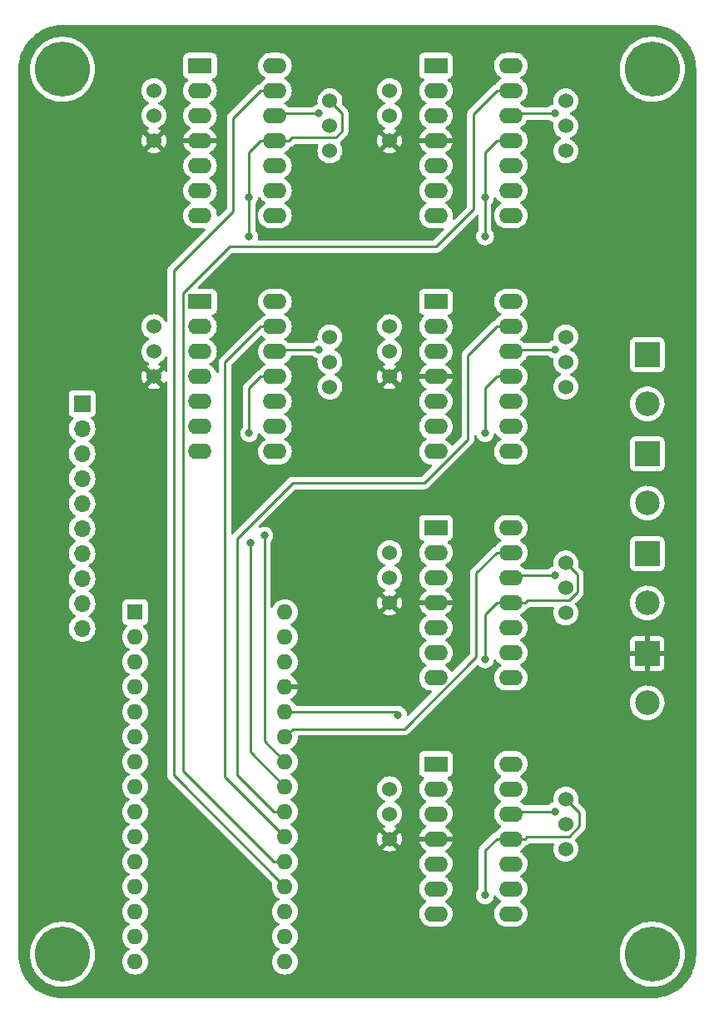
<source format=gbr>
%TF.GenerationSoftware,KiCad,Pcbnew,(6.0.4)*%
%TF.CreationDate,2023-07-24T12:45:13-04:00*%
%TF.ProjectId,BREAD_Slice,42524541-445f-4536-9c69-63652e6b6963,rev?*%
%TF.SameCoordinates,PX74eba40PY8552dc0*%
%TF.FileFunction,Copper,L1,Top*%
%TF.FilePolarity,Positive*%
%FSLAX46Y46*%
G04 Gerber Fmt 4.6, Leading zero omitted, Abs format (unit mm)*
G04 Created by KiCad (PCBNEW (6.0.4)) date 2023-07-24 12:45:13*
%MOMM*%
%LPD*%
G01*
G04 APERTURE LIST*
%TA.AperFunction,ComponentPad*%
%ADD10C,5.600000*%
%TD*%
%TA.AperFunction,ComponentPad*%
%ADD11R,1.600000X1.600000*%
%TD*%
%TA.AperFunction,ComponentPad*%
%ADD12O,1.600000X1.600000*%
%TD*%
%TA.AperFunction,ComponentPad*%
%ADD13R,1.700000X1.700000*%
%TD*%
%TA.AperFunction,ComponentPad*%
%ADD14O,1.700000X1.700000*%
%TD*%
%TA.AperFunction,ComponentPad*%
%ADD15R,2.500000X2.500000*%
%TD*%
%TA.AperFunction,ComponentPad*%
%ADD16C,2.500000*%
%TD*%
%TA.AperFunction,ComponentPad*%
%ADD17C,1.524000*%
%TD*%
%TA.AperFunction,ComponentPad*%
%ADD18R,2.400000X1.600000*%
%TD*%
%TA.AperFunction,ComponentPad*%
%ADD19O,2.400000X1.600000*%
%TD*%
%TA.AperFunction,ViaPad*%
%ADD20C,0.800000*%
%TD*%
%TA.AperFunction,Conductor*%
%ADD21C,0.250000*%
%TD*%
G04 APERTURE END LIST*
D10*
%TO.P,H1,1*%
%TO.N,N/C*%
X5000000Y95000000D03*
%TD*%
%TO.P,H2,1*%
%TO.N,N/C*%
X65000000Y95000000D03*
%TD*%
%TO.P,H3,1*%
%TO.N,N/C*%
X5000000Y5000000D03*
%TD*%
%TO.P,H4,1*%
%TO.N,N/C*%
X65000000Y5000000D03*
%TD*%
D11*
%TO.P,A1,1*%
%TO.N,Net-(A1-Pad1)*%
X12400000Y39800000D03*
D12*
%TO.P,A1,2*%
%TO.N,Net-(A1-Pad2)*%
X12400000Y37260000D03*
%TO.P,A1,3*%
%TO.N,Net-(A1-Pad3)*%
X12400000Y34720000D03*
%TO.P,A1,4*%
%TO.N,GND*%
X12400000Y32180000D03*
%TO.P,A1,5*%
%TO.N,/E_STOP*%
X12400000Y29640000D03*
%TO.P,A1,6*%
%TO.N,/SYNC*%
X12400000Y27100000D03*
%TO.P,A1,7*%
%TO.N,/INT*%
X12400000Y24560000D03*
%TO.P,A1,8*%
%TO.N,Net-(A1-Pad8)*%
X12400000Y22020000D03*
%TO.P,A1,9*%
%TO.N,Net-(A1-Pad9)*%
X12400000Y19480000D03*
%TO.P,A1,10*%
%TO.N,Net-(A1-Pad10)*%
X12400000Y16940000D03*
%TO.P,A1,11*%
%TO.N,Net-(A1-Pad11)*%
X12400000Y14400000D03*
%TO.P,A1,12*%
%TO.N,Net-(A1-Pad12)*%
X12400000Y11860000D03*
%TO.P,A1,13*%
%TO.N,Net-(A1-Pad13)*%
X12400000Y9320000D03*
%TO.P,A1,14*%
%TO.N,Net-(A1-Pad14)*%
X12400000Y6780000D03*
%TO.P,A1,15*%
%TO.N,Net-(A1-Pad15)*%
X12400000Y4240000D03*
%TO.P,A1,16*%
%TO.N,Net-(A1-Pad16)*%
X27640000Y4240000D03*
%TO.P,A1,17*%
%TO.N,Net-(A1-Pad17)*%
X27640000Y6780000D03*
%TO.P,A1,18*%
%TO.N,Net-(A1-Pad18)*%
X27640000Y9320000D03*
%TO.P,A1,19*%
%TO.N,/CH0_AI*%
X27640000Y11860000D03*
%TO.P,A1,20*%
%TO.N,/CH1_AI*%
X27640000Y14400000D03*
%TO.P,A1,21*%
%TO.N,/CH2_AI*%
X27640000Y16940000D03*
%TO.P,A1,22*%
%TO.N,/CH3_AI*%
X27640000Y19480000D03*
%TO.P,A1,23*%
%TO.N,/I2C_DAT*%
X27640000Y22020000D03*
%TO.P,A1,24*%
%TO.N,/I2C_CLK*%
X27640000Y24560000D03*
%TO.P,A1,25*%
%TO.N,/CH4_AI*%
X27640000Y27100000D03*
%TO.P,A1,26*%
%TO.N,/CH5_AI*%
X27640000Y29640000D03*
%TO.P,A1,27*%
%TO.N,+5V*%
X27640000Y32180000D03*
%TO.P,A1,28*%
%TO.N,Net-(A1-Pad28)*%
X27640000Y34720000D03*
%TO.P,A1,29*%
%TO.N,GND*%
X27640000Y37260000D03*
%TO.P,A1,30*%
%TO.N,+12V*%
X27640000Y39800000D03*
%TD*%
D13*
%TO.P,J1,1*%
%TO.N,GND*%
X7000000Y61000000D03*
D14*
%TO.P,J1,2*%
%TO.N,+12V*%
X7000000Y58460000D03*
%TO.P,J1,3*%
%TO.N,/I2C_CLK*%
X7000000Y55920000D03*
%TO.P,J1,4*%
%TO.N,/I2C_DAT*%
X7000000Y53380000D03*
%TO.P,J1,5*%
%TO.N,GND*%
X7000000Y50840000D03*
%TO.P,J1,6*%
%TO.N,/E_STOP*%
X7000000Y48300000D03*
%TO.P,J1,7*%
%TO.N,/SYNC*%
X7000000Y45760000D03*
%TO.P,J1,8*%
%TO.N,/INT*%
X7000000Y43220000D03*
%TO.P,J1,9*%
%TO.N,+12V*%
X7000000Y40680000D03*
%TO.P,J1,10*%
%TO.N,GND*%
X7000000Y38140000D03*
%TD*%
D15*
%TO.P,J2,1*%
%TO.N,/Ch0_in*%
X64500000Y65960000D03*
D16*
%TO.P,J2,2*%
%TO.N,/Ch1_in*%
X64500000Y60960000D03*
%TD*%
D15*
%TO.P,J3,1*%
%TO.N,/Ch2_in*%
X64500000Y55880000D03*
D16*
%TO.P,J3,2*%
%TO.N,/Ch3_in*%
X64500000Y50880000D03*
%TD*%
D15*
%TO.P,J4,1*%
%TO.N,/Ch4_in*%
X64500000Y45720000D03*
D16*
%TO.P,J4,2*%
%TO.N,/Ch5_in*%
X64500000Y40720000D03*
%TD*%
D15*
%TO.P,J5,1*%
%TO.N,+5V*%
X64500000Y35560000D03*
D16*
%TO.P,J5,2*%
%TO.N,GND*%
X64500000Y30560000D03*
%TD*%
D17*
%TO.P,RV1,1*%
%TO.N,+5V*%
X14300000Y87740000D03*
%TO.P,RV1,2*%
%TO.N,Net-(RV1-Pad2)*%
X14300000Y90280000D03*
%TO.P,RV1,3*%
%TO.N,GND*%
X14300000Y92820000D03*
%TD*%
%TO.P,RV7,1*%
%TO.N,Net-(R37-Pad1)*%
X32210000Y86700000D03*
%TO.P,RV7,2*%
%TO.N,Net-(R31-Pad2)*%
X32210000Y89240000D03*
%TO.P,RV7,3*%
%TO.N,GND*%
X32210000Y91780000D03*
%TD*%
D18*
%TO.P,U1,1*%
%TO.N,Net-(R1-Pad2)*%
X19000000Y95360000D03*
D19*
%TO.P,U1,2*%
%TO.N,Net-(R1-Pad1)*%
X19000000Y92820000D03*
%TO.P,U1,3*%
%TO.N,Net-(RV1-Pad2)*%
X19000000Y90280000D03*
%TO.P,U1,4*%
%TO.N,+5V*%
X19000000Y87740000D03*
%TO.P,U1,5*%
%TO.N,Net-(R19-Pad2)*%
X19000000Y85200000D03*
%TO.P,U1,6*%
%TO.N,Net-(R25-Pad1)*%
X19000000Y82660000D03*
%TO.P,U1,7*%
%TO.N,Net-(R25-Pad2)*%
X19000000Y80120000D03*
%TO.P,U1,8*%
%TO.N,Net-(R37-Pad1)*%
X26620000Y80120000D03*
%TO.P,U1,9*%
%TO.N,Net-(R31-Pad1)*%
X26620000Y82660000D03*
%TO.P,U1,10*%
%TO.N,Net-(R25-Pad2)*%
X26620000Y85200000D03*
%TO.P,U1,11*%
%TO.N,GND*%
X26620000Y87740000D03*
%TO.P,U1,12*%
%TO.N,Net-(C9-Pad1)*%
X26620000Y90280000D03*
%TO.P,U1,13*%
%TO.N,/CH0_AI*%
X26620000Y92820000D03*
%TO.P,U1,14*%
X26620000Y95360000D03*
%TD*%
D17*
%TO.P,RV2,1*%
%TO.N,+5V*%
X38300000Y87740000D03*
%TO.P,RV2,2*%
%TO.N,Net-(RV2-Pad2)*%
X38300000Y90280000D03*
%TO.P,RV2,3*%
%TO.N,GND*%
X38300000Y92820000D03*
%TD*%
%TO.P,RV8,1*%
%TO.N,Net-(R38-Pad1)*%
X56210000Y86700000D03*
%TO.P,RV8,2*%
%TO.N,Net-(R32-Pad2)*%
X56210000Y89240000D03*
%TO.P,RV8,3*%
%TO.N,GND*%
X56210000Y91780000D03*
%TD*%
D18*
%TO.P,U2,1*%
%TO.N,Net-(R10-Pad1)*%
X43000000Y95360000D03*
D19*
%TO.P,U2,2*%
%TO.N,Net-(R2-Pad1)*%
X43000000Y92820000D03*
%TO.P,U2,3*%
%TO.N,Net-(RV2-Pad2)*%
X43000000Y90280000D03*
%TO.P,U2,4*%
%TO.N,+5V*%
X43000000Y87740000D03*
%TO.P,U2,5*%
%TO.N,Net-(R20-Pad2)*%
X43000000Y85200000D03*
%TO.P,U2,6*%
%TO.N,Net-(R10-Pad2)*%
X43000000Y82660000D03*
%TO.P,U2,7*%
%TO.N,Net-(R26-Pad2)*%
X43000000Y80120000D03*
%TO.P,U2,8*%
%TO.N,Net-(R38-Pad1)*%
X50620000Y80120000D03*
%TO.P,U2,9*%
%TO.N,Net-(R32-Pad1)*%
X50620000Y82660000D03*
%TO.P,U2,10*%
%TO.N,Net-(R26-Pad2)*%
X50620000Y85200000D03*
%TO.P,U2,11*%
%TO.N,GND*%
X50620000Y87740000D03*
%TO.P,U2,12*%
%TO.N,Net-(C10-Pad1)*%
X50620000Y90280000D03*
%TO.P,U2,13*%
%TO.N,/CH1_AI*%
X50620000Y92820000D03*
%TO.P,U2,14*%
X50620000Y95360000D03*
%TD*%
D17*
%TO.P,RV3,1*%
%TO.N,+5V*%
X14300000Y63740000D03*
%TO.P,RV3,2*%
%TO.N,Net-(RV3-Pad2)*%
X14300000Y66280000D03*
%TO.P,RV3,3*%
%TO.N,GND*%
X14300000Y68820000D03*
%TD*%
%TO.P,RV9,1*%
%TO.N,Net-(R39-Pad1)*%
X32210000Y62700000D03*
%TO.P,RV9,2*%
%TO.N,Net-(R33-Pad2)*%
X32210000Y65240000D03*
%TO.P,RV9,3*%
%TO.N,GND*%
X32210000Y67780000D03*
%TD*%
D18*
%TO.P,U3,1*%
%TO.N,Net-(R12-Pad1)*%
X19000000Y71360000D03*
D19*
%TO.P,U3,2*%
%TO.N,Net-(R3-Pad1)*%
X19000000Y68820000D03*
%TO.P,U3,3*%
%TO.N,Net-(RV3-Pad2)*%
X19000000Y66280000D03*
%TO.P,U3,4*%
%TO.N,+5V*%
X19000000Y63740000D03*
%TO.P,U3,5*%
%TO.N,Net-(R11-Pad2)*%
X19000000Y61200000D03*
%TO.P,U3,6*%
%TO.N,Net-(R12-Pad2)*%
X19000000Y58660000D03*
%TO.P,U3,7*%
%TO.N,Net-(R27-Pad2)*%
X19000000Y56120000D03*
%TO.P,U3,8*%
%TO.N,Net-(R39-Pad1)*%
X26620000Y56120000D03*
%TO.P,U3,9*%
%TO.N,Net-(R33-Pad1)*%
X26620000Y58660000D03*
%TO.P,U3,10*%
%TO.N,Net-(R27-Pad2)*%
X26620000Y61200000D03*
%TO.P,U3,11*%
%TO.N,GND*%
X26620000Y63740000D03*
%TO.P,U3,12*%
%TO.N,Net-(C11-Pad1)*%
X26620000Y66280000D03*
%TO.P,U3,13*%
%TO.N,/CH2_AI*%
X26620000Y68820000D03*
%TO.P,U3,14*%
X26620000Y71360000D03*
%TD*%
D17*
%TO.P,RV4,1*%
%TO.N,+5V*%
X38300000Y63740000D03*
%TO.P,RV4,2*%
%TO.N,Net-(RV4-Pad2)*%
X38300000Y66280000D03*
%TO.P,RV4,3*%
%TO.N,GND*%
X38300000Y68820000D03*
%TD*%
%TO.P,RV10,1*%
%TO.N,Net-(R40-Pad1)*%
X56210000Y62700000D03*
%TO.P,RV10,2*%
%TO.N,Net-(R34-Pad2)*%
X56210000Y65240000D03*
%TO.P,RV10,3*%
%TO.N,GND*%
X56210000Y67780000D03*
%TD*%
D18*
%TO.P,U4,1*%
%TO.N,Net-(R14-Pad1)*%
X43000000Y71360000D03*
D19*
%TO.P,U4,2*%
%TO.N,Net-(R4-Pad1)*%
X43000000Y68820000D03*
%TO.P,U4,3*%
%TO.N,Net-(RV4-Pad2)*%
X43000000Y66280000D03*
%TO.P,U4,4*%
%TO.N,+5V*%
X43000000Y63740000D03*
%TO.P,U4,5*%
%TO.N,Net-(R13-Pad2)*%
X43000000Y61200000D03*
%TO.P,U4,6*%
%TO.N,Net-(R14-Pad2)*%
X43000000Y58660000D03*
%TO.P,U4,7*%
%TO.N,Net-(R28-Pad2)*%
X43000000Y56120000D03*
%TO.P,U4,8*%
%TO.N,Net-(R40-Pad1)*%
X50620000Y56120000D03*
%TO.P,U4,9*%
%TO.N,Net-(R34-Pad1)*%
X50620000Y58660000D03*
%TO.P,U4,10*%
%TO.N,Net-(R28-Pad2)*%
X50620000Y61200000D03*
%TO.P,U4,11*%
%TO.N,GND*%
X50620000Y63740000D03*
%TO.P,U4,12*%
%TO.N,Net-(C12-Pad1)*%
X50620000Y66280000D03*
%TO.P,U4,13*%
%TO.N,/CH3_AI*%
X50620000Y68820000D03*
%TO.P,U4,14*%
X50620000Y71360000D03*
%TD*%
D17*
%TO.P,RV5,1*%
%TO.N,+5V*%
X38300000Y40740000D03*
%TO.P,RV5,2*%
%TO.N,Net-(RV5-Pad2)*%
X38300000Y43280000D03*
%TO.P,RV5,3*%
%TO.N,GND*%
X38300000Y45820000D03*
%TD*%
%TO.P,RV11,1*%
%TO.N,Net-(R41-Pad1)*%
X56210000Y39700000D03*
%TO.P,RV11,2*%
%TO.N,Net-(R35-Pad2)*%
X56210000Y42240000D03*
%TO.P,RV11,3*%
%TO.N,GND*%
X56210000Y44780000D03*
%TD*%
D18*
%TO.P,U5,1*%
%TO.N,Net-(R16-Pad1)*%
X43000000Y48360000D03*
D19*
%TO.P,U5,2*%
%TO.N,Net-(R5-Pad1)*%
X43000000Y45820000D03*
%TO.P,U5,3*%
%TO.N,Net-(RV5-Pad2)*%
X43000000Y43280000D03*
%TO.P,U5,4*%
%TO.N,+5V*%
X43000000Y40740000D03*
%TO.P,U5,5*%
%TO.N,Net-(R15-Pad2)*%
X43000000Y38200000D03*
%TO.P,U5,6*%
%TO.N,Net-(R16-Pad2)*%
X43000000Y35660000D03*
%TO.P,U5,7*%
%TO.N,Net-(R29-Pad2)*%
X43000000Y33120000D03*
%TO.P,U5,8*%
%TO.N,Net-(R41-Pad1)*%
X50620000Y33120000D03*
%TO.P,U5,9*%
%TO.N,Net-(R35-Pad1)*%
X50620000Y35660000D03*
%TO.P,U5,10*%
%TO.N,Net-(R29-Pad2)*%
X50620000Y38200000D03*
%TO.P,U5,11*%
%TO.N,GND*%
X50620000Y40740000D03*
%TO.P,U5,12*%
%TO.N,Net-(C13-Pad1)*%
X50620000Y43280000D03*
%TO.P,U5,13*%
%TO.N,/CH4_AI*%
X50620000Y45820000D03*
%TO.P,U5,14*%
X50620000Y48360000D03*
%TD*%
D17*
%TO.P,RV6,1*%
%TO.N,+5V*%
X38300000Y16740000D03*
%TO.P,RV6,2*%
%TO.N,Net-(RV6-Pad2)*%
X38300000Y19280000D03*
%TO.P,RV6,3*%
%TO.N,GND*%
X38300000Y21820000D03*
%TD*%
%TO.P,RV12,1*%
%TO.N,Net-(R42-Pad1)*%
X56210000Y15700000D03*
%TO.P,RV12,2*%
%TO.N,Net-(R36-Pad2)*%
X56210000Y18240000D03*
%TO.P,RV12,3*%
%TO.N,GND*%
X56210000Y20780000D03*
%TD*%
D18*
%TO.P,U6,1*%
%TO.N,Net-(R18-Pad1)*%
X43000000Y24360000D03*
D19*
%TO.P,U6,2*%
%TO.N,Net-(R6-Pad1)*%
X43000000Y21820000D03*
%TO.P,U6,3*%
%TO.N,Net-(RV6-Pad2)*%
X43000000Y19280000D03*
%TO.P,U6,4*%
%TO.N,+5V*%
X43000000Y16740000D03*
%TO.P,U6,5*%
%TO.N,Net-(R17-Pad2)*%
X43000000Y14200000D03*
%TO.P,U6,6*%
%TO.N,Net-(R18-Pad2)*%
X43000000Y11660000D03*
%TO.P,U6,7*%
%TO.N,Net-(R30-Pad2)*%
X43000000Y9120000D03*
%TO.P,U6,8*%
%TO.N,Net-(R42-Pad1)*%
X50620000Y9120000D03*
%TO.P,U6,9*%
%TO.N,Net-(R36-Pad1)*%
X50620000Y11660000D03*
%TO.P,U6,10*%
%TO.N,Net-(R30-Pad2)*%
X50620000Y14200000D03*
%TO.P,U6,11*%
%TO.N,GND*%
X50620000Y16740000D03*
%TO.P,U6,12*%
%TO.N,Net-(C14-Pad1)*%
X50620000Y19280000D03*
%TO.P,U6,13*%
%TO.N,/CH5_AI*%
X50620000Y21820000D03*
%TO.P,U6,14*%
X50620000Y24360000D03*
%TD*%
D20*
%TO.N,GND*%
X48000000Y58000000D03*
X48000000Y11000000D03*
X24000000Y82000000D03*
X48000000Y35000000D03*
X24000000Y58000000D03*
X24000000Y78000000D03*
X48000000Y82000000D03*
X48000000Y78000000D03*
%TO.N,+5V*%
X33010000Y32420000D03*
%TO.N,/I2C_CLK*%
X25540000Y47570000D03*
%TO.N,/I2C_DAT*%
X24110000Y46830000D03*
%TO.N,/CH5_AI*%
X39130000Y29340000D03*
%TO.N,Net-(C9-Pad1)*%
X31100002Y90520000D03*
%TO.N,Net-(C10-Pad1)*%
X55100002Y90520000D03*
%TO.N,Net-(C11-Pad1)*%
X31100002Y66520000D03*
%TO.N,Net-(C12-Pad1)*%
X55100002Y66520000D03*
%TO.N,Net-(C13-Pad1)*%
X55100002Y43520000D03*
%TO.N,Net-(C14-Pad1)*%
X55100002Y19520000D03*
%TD*%
D21*
%TO.N,GND*%
X56548762Y40970000D02*
X57400000Y41821238D01*
X49170000Y87740000D02*
X48000000Y86570000D01*
X56528762Y16950000D02*
X57610000Y18031238D01*
X28070000Y87740000D02*
X28370000Y88040000D01*
X56971999Y44018001D02*
X56210000Y44780000D01*
X33460000Y90530000D02*
X32971999Y91018001D01*
X52070000Y40740000D02*
X52300000Y40970000D01*
X32971999Y91018001D02*
X32210000Y91780000D01*
X48000000Y86570000D02*
X48000000Y82000000D01*
X49170000Y16740000D02*
X50620000Y16740000D01*
X49170000Y40740000D02*
X50620000Y40740000D01*
X50620000Y16740000D02*
X52070000Y16740000D01*
X50620000Y87740000D02*
X49170000Y87740000D01*
X32800000Y88040000D02*
X33460000Y88700000D01*
X57610000Y18031238D02*
X57610000Y19380000D01*
X24000000Y58000000D02*
X24000000Y62570000D01*
X49170000Y63740000D02*
X50620000Y63740000D01*
X24000000Y82000000D02*
X24000000Y86570000D01*
X52300000Y40970000D02*
X56548762Y40970000D01*
X48000000Y62570000D02*
X49170000Y63740000D01*
X48000000Y82000000D02*
X48000000Y78000000D01*
X48000000Y35000000D02*
X48000000Y39570000D01*
X57610000Y19380000D02*
X56210000Y20780000D01*
X24000000Y82000000D02*
X24000000Y78000000D01*
X24000000Y86570000D02*
X25170000Y87740000D01*
X24000000Y62570000D02*
X25170000Y63740000D01*
X25170000Y87740000D02*
X26620000Y87740000D01*
X48000000Y15570000D02*
X49170000Y16740000D01*
X48000000Y58000000D02*
X48000000Y62570000D01*
X57400000Y41821238D02*
X57400000Y43590000D01*
X48000000Y39570000D02*
X49170000Y40740000D01*
X28370000Y88040000D02*
X32800000Y88040000D01*
X26620000Y87740000D02*
X28070000Y87740000D01*
X25170000Y63740000D02*
X26620000Y63740000D01*
X48000000Y11000000D02*
X48000000Y15570000D01*
X33460000Y88700000D02*
X33460000Y90530000D01*
X50620000Y40740000D02*
X52070000Y40740000D01*
X52070000Y16740000D02*
X52280000Y16950000D01*
X57400000Y43590000D02*
X56971999Y44018001D01*
X52280000Y16950000D02*
X56528762Y16950000D01*
%TO.N,/I2C_CLK*%
X27640000Y24560000D02*
X25540000Y26660000D01*
X25540000Y26660000D02*
X25540000Y47570000D01*
%TO.N,/I2C_DAT*%
X27640000Y22020000D02*
X24110000Y25550000D01*
X24110000Y25550000D02*
X24110000Y46830000D01*
%TO.N,/CH0_AI*%
X25170000Y92820000D02*
X26620000Y92820000D01*
X27640000Y11860000D02*
X16320000Y23180000D01*
X16320000Y23180000D02*
X16320000Y74520000D01*
X22360000Y90010000D02*
X25170000Y92820000D01*
X22360000Y80560000D02*
X22360000Y90010000D01*
X16320000Y74520000D02*
X22360000Y80560000D01*
%TO.N,/CH1_AI*%
X17270000Y23638630D02*
X17270000Y72215002D01*
X46820000Y80760000D02*
X46820000Y90470000D01*
X43030000Y76970000D02*
X46820000Y80760000D01*
X22024998Y76970000D02*
X43030000Y76970000D01*
X26508630Y14400000D02*
X17270000Y23638630D01*
X27640000Y14400000D02*
X26508630Y14400000D01*
X49170000Y92820000D02*
X50620000Y92820000D01*
X17270000Y72215002D02*
X22024998Y76970000D01*
X46820000Y90470000D02*
X49170000Y92820000D01*
%TO.N,/CH2_AI*%
X21520000Y65170000D02*
X25170000Y68820000D01*
X21520000Y23060000D02*
X21520000Y65170000D01*
X25170000Y68820000D02*
X26620000Y68820000D01*
X27640000Y16940000D02*
X21520000Y23060000D01*
%TO.N,/CH3_AI*%
X22740000Y47230000D02*
X28430000Y52920000D01*
X28430000Y52920000D02*
X41791004Y52920000D01*
X26508630Y19480000D02*
X22740000Y23248630D01*
X22740000Y23248630D02*
X22740000Y47230000D01*
X46250000Y57378996D02*
X46250000Y65900000D01*
X46250000Y65900000D02*
X49170000Y68820000D01*
X49170000Y68820000D02*
X50620000Y68820000D01*
X27640000Y19480000D02*
X26508630Y19480000D01*
X41791004Y52920000D02*
X46250000Y57378996D01*
%TO.N,/CH4_AI*%
X49170000Y45820000D02*
X50620000Y45820000D01*
X47100000Y35228996D02*
X47100000Y43750000D01*
X47100000Y43750000D02*
X49170000Y45820000D01*
X27640000Y27100000D02*
X28439999Y27899999D01*
X39771003Y27899999D02*
X47100000Y35228996D01*
X28439999Y27899999D02*
X39771003Y27899999D01*
%TO.N,/CH5_AI*%
X27640000Y29640000D02*
X38830000Y29640000D01*
X38830000Y29640000D02*
X39130000Y29340000D01*
%TO.N,Net-(C9-Pad1)*%
X31100002Y90520000D02*
X26860000Y90520000D01*
X26860000Y90520000D02*
X26620000Y90280000D01*
%TO.N,Net-(C10-Pad1)*%
X55100002Y90520000D02*
X50860000Y90520000D01*
X50860000Y90520000D02*
X50620000Y90280000D01*
%TO.N,Net-(C11-Pad1)*%
X31100002Y66520000D02*
X26860000Y66520000D01*
X26860000Y66520000D02*
X26620000Y66280000D01*
%TO.N,Net-(C12-Pad1)*%
X55100002Y66520000D02*
X50860000Y66520000D01*
X50860000Y66520000D02*
X50620000Y66280000D01*
%TO.N,Net-(C13-Pad1)*%
X55100002Y43520000D02*
X50860000Y43520000D01*
X50860000Y43520000D02*
X50620000Y43280000D01*
%TO.N,Net-(C14-Pad1)*%
X55100002Y19520000D02*
X50860000Y19520000D01*
X50860000Y19520000D02*
X50620000Y19280000D01*
%TD*%
%TA.AperFunction,Conductor*%
%TO.N,+5V*%
G36*
X64970018Y99490000D02*
G01*
X64984851Y99487690D01*
X64984855Y99487690D01*
X64993724Y99486309D01*
X65014183Y99488984D01*
X65036007Y99489928D01*
X65385965Y99474648D01*
X65396913Y99473690D01*
X65774498Y99423981D01*
X65785307Y99422074D01*
X66157114Y99339647D01*
X66167731Y99336802D01*
X66530939Y99222282D01*
X66541254Y99218529D01*
X66893123Y99072780D01*
X66903067Y99068142D01*
X67240867Y98892295D01*
X67250387Y98886799D01*
X67571574Y98682180D01*
X67580578Y98675876D01*
X67882716Y98444038D01*
X67891137Y98436972D01*
X68171914Y98179686D01*
X68179686Y98171914D01*
X68436972Y97891137D01*
X68444038Y97882716D01*
X68675876Y97580578D01*
X68682180Y97571574D01*
X68886799Y97250387D01*
X68892294Y97240868D01*
X69017459Y97000430D01*
X69068138Y96903076D01*
X69072780Y96893123D01*
X69196563Y96594284D01*
X69218526Y96541261D01*
X69222282Y96530939D01*
X69275454Y96362301D01*
X69336802Y96167732D01*
X69339647Y96157115D01*
X69415664Y95814225D01*
X69422073Y95785315D01*
X69423981Y95774498D01*
X69431841Y95714794D01*
X69473690Y95396914D01*
X69474648Y95385964D01*
X69489603Y95043448D01*
X69488223Y95018571D01*
X69486309Y95006276D01*
X69487473Y94997374D01*
X69487473Y94997372D01*
X69488771Y94987448D01*
X69490390Y94975072D01*
X69490436Y94974717D01*
X69491500Y94958379D01*
X69491500Y5049367D01*
X69490000Y5029982D01*
X69487690Y5015149D01*
X69487690Y5015145D01*
X69486309Y5006276D01*
X69488984Y4985817D01*
X69489928Y4963989D01*
X69474648Y4614036D01*
X69473690Y4603087D01*
X69425169Y4234525D01*
X69423982Y4225510D01*
X69422073Y4214685D01*
X69339647Y3842886D01*
X69336802Y3832269D01*
X69256866Y3578743D01*
X69222285Y3469068D01*
X69218529Y3458746D01*
X69115439Y3209864D01*
X69072784Y3106886D01*
X69068142Y3096933D01*
X68989560Y2945978D01*
X68892295Y2759133D01*
X68886799Y2749613D01*
X68682180Y2428426D01*
X68675876Y2419422D01*
X68444038Y2117284D01*
X68436972Y2108863D01*
X68179686Y1828086D01*
X68171914Y1820314D01*
X67891137Y1563028D01*
X67882716Y1555962D01*
X67580578Y1324124D01*
X67571574Y1317820D01*
X67250387Y1113201D01*
X67240868Y1107706D01*
X66903067Y931858D01*
X66893123Y927220D01*
X66541254Y781471D01*
X66530939Y777718D01*
X66167732Y663198D01*
X66157115Y660353D01*
X65785307Y577926D01*
X65774498Y576019D01*
X65396914Y526310D01*
X65385965Y525352D01*
X65043446Y510397D01*
X65018571Y511777D01*
X65006276Y513691D01*
X64997374Y512527D01*
X64997372Y512527D01*
X64982323Y510559D01*
X64974714Y509564D01*
X64958379Y508500D01*
X5049367Y508500D01*
X5029982Y510000D01*
X5015149Y512310D01*
X5015145Y512310D01*
X5006276Y513691D01*
X4985817Y511016D01*
X4963993Y510072D01*
X4614035Y525352D01*
X4603086Y526310D01*
X4225502Y576019D01*
X4214693Y577926D01*
X3842885Y660353D01*
X3832268Y663198D01*
X3469061Y777718D01*
X3458746Y781471D01*
X3106877Y927220D01*
X3096933Y931858D01*
X2759132Y1107706D01*
X2749613Y1113201D01*
X2428426Y1317820D01*
X2419422Y1324124D01*
X2117284Y1555962D01*
X2108863Y1563028D01*
X1828086Y1820314D01*
X1820314Y1828086D01*
X1563028Y2108863D01*
X1555962Y2117284D01*
X1324124Y2419422D01*
X1317820Y2428426D01*
X1113201Y2749613D01*
X1107705Y2759133D01*
X1010440Y2945978D01*
X931858Y3096933D01*
X927216Y3106886D01*
X884562Y3209864D01*
X781471Y3458746D01*
X777715Y3469068D01*
X743135Y3578743D01*
X663198Y3832269D01*
X660353Y3842886D01*
X577927Y4214685D01*
X576018Y4225510D01*
X574832Y4234525D01*
X526310Y4603087D01*
X525352Y4614036D01*
X510561Y4952792D01*
X512188Y4979195D01*
X512769Y4982648D01*
X512770Y4982655D01*
X513576Y4987448D01*
X513729Y5000000D01*
X512073Y5011566D01*
X1686661Y5011566D01*
X1704792Y4653660D01*
X1705329Y4650305D01*
X1705330Y4650299D01*
X1744582Y4405243D01*
X1761470Y4299805D01*
X1856033Y3954141D01*
X1987374Y3620712D01*
X2007041Y3583251D01*
X2103140Y3400211D01*
X2153957Y3303418D01*
X2155858Y3300589D01*
X2155864Y3300579D01*
X2290547Y3100151D01*
X2353834Y3005971D01*
X2584665Y2731850D01*
X2843751Y2484262D01*
X3128061Y2266103D01*
X3160056Y2246650D01*
X3431355Y2081697D01*
X3431360Y2081694D01*
X3434270Y2079925D01*
X3437358Y2078479D01*
X3437357Y2078479D01*
X3755710Y1929351D01*
X3755720Y1929347D01*
X3758794Y1927907D01*
X3762012Y1926805D01*
X3762015Y1926804D01*
X4094615Y1812929D01*
X4094623Y1812927D01*
X4097838Y1811826D01*
X4447435Y1733041D01*
X4499728Y1727083D01*
X4800114Y1692858D01*
X4800122Y1692858D01*
X4803497Y1692473D01*
X4806901Y1692455D01*
X4806904Y1692455D01*
X5001227Y1691438D01*
X5161857Y1690597D01*
X5165243Y1690947D01*
X5165245Y1690947D01*
X5514932Y1727083D01*
X5514941Y1727084D01*
X5518324Y1727434D01*
X5521657Y1728148D01*
X5521660Y1728149D01*
X5694186Y1765136D01*
X5868727Y1802554D01*
X6208968Y1915078D01*
X6535066Y2063689D01*
X6629052Y2119494D01*
X6840262Y2244901D01*
X6840267Y2244904D01*
X6843207Y2246650D01*
X7129786Y2461820D01*
X7391451Y2706681D01*
X7625140Y2978370D01*
X7731750Y3133488D01*
X7826190Y3270899D01*
X7826195Y3270906D01*
X7828120Y3273708D01*
X7829732Y3276702D01*
X7829737Y3276710D01*
X7996395Y3586228D01*
X7998017Y3589240D01*
X8132842Y3921276D01*
X8143142Y3957432D01*
X8222074Y4234525D01*
X8223634Y4240000D01*
X11086502Y4240000D01*
X11106457Y4011913D01*
X11165716Y3790757D01*
X11168039Y3785776D01*
X11168039Y3785775D01*
X11260151Y3588238D01*
X11260154Y3588233D01*
X11262477Y3583251D01*
X11393802Y3395700D01*
X11555700Y3233802D01*
X11560208Y3230645D01*
X11560211Y3230643D01*
X11589887Y3209864D01*
X11743251Y3102477D01*
X11748233Y3100154D01*
X11748238Y3100151D01*
X11944130Y3008806D01*
X11950757Y3005716D01*
X11956065Y3004294D01*
X11956067Y3004293D01*
X12166598Y2947881D01*
X12166600Y2947881D01*
X12171913Y2946457D01*
X12400000Y2926502D01*
X12628087Y2946457D01*
X12633400Y2947881D01*
X12633402Y2947881D01*
X12843933Y3004293D01*
X12843935Y3004294D01*
X12849243Y3005716D01*
X12855870Y3008806D01*
X13051762Y3100151D01*
X13051767Y3100154D01*
X13056749Y3102477D01*
X13210113Y3209864D01*
X13239789Y3230643D01*
X13239792Y3230645D01*
X13244300Y3233802D01*
X13406198Y3395700D01*
X13537523Y3583251D01*
X13539846Y3588233D01*
X13539849Y3588238D01*
X13631961Y3785775D01*
X13631961Y3785776D01*
X13634284Y3790757D01*
X13693543Y4011913D01*
X13713498Y4240000D01*
X13693543Y4468087D01*
X13657370Y4603086D01*
X13635707Y4683933D01*
X13635706Y4683935D01*
X13634284Y4689243D01*
X13631961Y4694225D01*
X13539849Y4891762D01*
X13539846Y4891767D01*
X13537523Y4896749D01*
X13433376Y5045486D01*
X13409357Y5079789D01*
X13409355Y5079792D01*
X13406198Y5084300D01*
X13244300Y5246198D01*
X13239792Y5249355D01*
X13239789Y5249357D01*
X13089716Y5354439D01*
X13056749Y5377523D01*
X13051767Y5379846D01*
X13051762Y5379849D01*
X13017543Y5395805D01*
X12964258Y5442722D01*
X12944797Y5510999D01*
X12965339Y5578959D01*
X13017543Y5624195D01*
X13051762Y5640151D01*
X13051767Y5640154D01*
X13056749Y5642477D01*
X13176125Y5726065D01*
X13239789Y5770643D01*
X13239792Y5770645D01*
X13244300Y5773802D01*
X13406198Y5935700D01*
X13537523Y6123251D01*
X13539846Y6128233D01*
X13539849Y6128238D01*
X13631961Y6325775D01*
X13631961Y6325776D01*
X13634284Y6330757D01*
X13650912Y6392811D01*
X13692119Y6546598D01*
X13692119Y6546600D01*
X13693543Y6551913D01*
X13713498Y6780000D01*
X13693543Y7008087D01*
X13692119Y7013402D01*
X13635707Y7223933D01*
X13635706Y7223935D01*
X13634284Y7229243D01*
X13609513Y7282365D01*
X13539849Y7431762D01*
X13539846Y7431767D01*
X13537523Y7436749D01*
X13406198Y7624300D01*
X13244300Y7786198D01*
X13239792Y7789355D01*
X13239789Y7789357D01*
X13098856Y7888039D01*
X13056749Y7917523D01*
X13051767Y7919846D01*
X13051762Y7919849D01*
X13017543Y7935805D01*
X12964258Y7982722D01*
X12944797Y8050999D01*
X12965339Y8118959D01*
X13017543Y8164195D01*
X13051762Y8180151D01*
X13051767Y8180154D01*
X13056749Y8182477D01*
X13183314Y8271099D01*
X13239789Y8310643D01*
X13239792Y8310645D01*
X13244300Y8313802D01*
X13406198Y8475700D01*
X13537523Y8663251D01*
X13539846Y8668233D01*
X13539849Y8668238D01*
X13631961Y8865775D01*
X13631961Y8865776D01*
X13634284Y8870757D01*
X13693543Y9091913D01*
X13713498Y9320000D01*
X13693543Y9548087D01*
X13634284Y9769243D01*
X13545432Y9959789D01*
X13539849Y9971762D01*
X13539846Y9971767D01*
X13537523Y9976749D01*
X13435606Y10122301D01*
X13409357Y10159789D01*
X13409355Y10159792D01*
X13406198Y10164300D01*
X13244300Y10326198D01*
X13239792Y10329355D01*
X13239789Y10329357D01*
X13102174Y10425716D01*
X13056749Y10457523D01*
X13051767Y10459846D01*
X13051762Y10459849D01*
X13017543Y10475805D01*
X12964258Y10522722D01*
X12944797Y10590999D01*
X12965339Y10658959D01*
X13017543Y10704195D01*
X13051762Y10720151D01*
X13051767Y10720154D01*
X13056749Y10722477D01*
X13181847Y10810072D01*
X13239789Y10850643D01*
X13239792Y10850645D01*
X13244300Y10853802D01*
X13406198Y11015700D01*
X13537523Y11203251D01*
X13539846Y11208233D01*
X13539849Y11208238D01*
X13631961Y11405775D01*
X13631961Y11405776D01*
X13634284Y11410757D01*
X13683298Y11593676D01*
X13692119Y11626598D01*
X13692119Y11626600D01*
X13693543Y11631913D01*
X13713498Y11860000D01*
X13693543Y12088087D01*
X13686539Y12114225D01*
X13635707Y12303933D01*
X13635706Y12303935D01*
X13634284Y12309243D01*
X13545432Y12499789D01*
X13539849Y12511762D01*
X13539846Y12511767D01*
X13537523Y12516749D01*
X13435606Y12662301D01*
X13409357Y12699789D01*
X13409355Y12699792D01*
X13406198Y12704300D01*
X13244300Y12866198D01*
X13239792Y12869355D01*
X13239789Y12869357D01*
X13102174Y12965716D01*
X13056749Y12997523D01*
X13051767Y12999846D01*
X13051762Y12999849D01*
X13017543Y13015805D01*
X12964258Y13062722D01*
X12944797Y13130999D01*
X12965339Y13198959D01*
X13017543Y13244195D01*
X13051762Y13260151D01*
X13051767Y13260154D01*
X13056749Y13262477D01*
X13161611Y13335902D01*
X13239789Y13390643D01*
X13239792Y13390645D01*
X13244300Y13393802D01*
X13406198Y13555700D01*
X13537523Y13743251D01*
X13539846Y13748233D01*
X13539849Y13748238D01*
X13631961Y13945775D01*
X13631961Y13945776D01*
X13634284Y13950757D01*
X13693543Y14171913D01*
X13713498Y14400000D01*
X13693543Y14628087D01*
X13634284Y14849243D01*
X13545432Y15039789D01*
X13539849Y15051762D01*
X13539846Y15051767D01*
X13537523Y15056749D01*
X13435606Y15202301D01*
X13409357Y15239789D01*
X13409355Y15239792D01*
X13406198Y15244300D01*
X13244300Y15406198D01*
X13239792Y15409355D01*
X13239789Y15409357D01*
X13133133Y15484038D01*
X13056749Y15537523D01*
X13051767Y15539846D01*
X13051762Y15539849D01*
X13017543Y15555805D01*
X12964258Y15602722D01*
X12944797Y15670999D01*
X12965339Y15738959D01*
X13017543Y15784195D01*
X13051762Y15800151D01*
X13051767Y15800154D01*
X13056749Y15802477D01*
X13184314Y15891799D01*
X13239789Y15930643D01*
X13239792Y15930645D01*
X13244300Y15933802D01*
X13406198Y16095700D01*
X13421634Y16117744D01*
X13504058Y16235458D01*
X13537523Y16283251D01*
X13539846Y16288233D01*
X13539849Y16288238D01*
X13631961Y16485775D01*
X13631961Y16485776D01*
X13634284Y16490757D01*
X13643220Y16524104D01*
X13692119Y16706598D01*
X13692119Y16706600D01*
X13693543Y16711913D01*
X13713498Y16940000D01*
X13693543Y17168087D01*
X13689343Y17183761D01*
X13635707Y17383933D01*
X13635706Y17383935D01*
X13634284Y17389243D01*
X13630784Y17396749D01*
X13539849Y17591762D01*
X13539846Y17591767D01*
X13537523Y17596749D01*
X13435606Y17742301D01*
X13409357Y17779789D01*
X13409355Y17779792D01*
X13406198Y17784300D01*
X13244300Y17946198D01*
X13239792Y17949355D01*
X13239789Y17949357D01*
X13102174Y18045716D01*
X13056749Y18077523D01*
X13051767Y18079846D01*
X13051762Y18079849D01*
X13017543Y18095805D01*
X12964258Y18142722D01*
X12944797Y18210999D01*
X12965339Y18278959D01*
X13017543Y18324195D01*
X13051762Y18340151D01*
X13051767Y18340154D01*
X13056749Y18342477D01*
X13161611Y18415902D01*
X13239789Y18470643D01*
X13239792Y18470645D01*
X13244300Y18473802D01*
X13406198Y18635700D01*
X13410837Y18642324D01*
X13534366Y18818743D01*
X13537523Y18823251D01*
X13539846Y18828233D01*
X13539849Y18828238D01*
X13631961Y19025775D01*
X13631961Y19025776D01*
X13634284Y19030757D01*
X13693543Y19251913D01*
X13713498Y19480000D01*
X13693543Y19708087D01*
X13690035Y19721178D01*
X13635707Y19923933D01*
X13635706Y19923935D01*
X13634284Y19929243D01*
X13556865Y20095270D01*
X13539849Y20131762D01*
X13539846Y20131767D01*
X13537523Y20136749D01*
X13435606Y20282301D01*
X13409357Y20319789D01*
X13409355Y20319792D01*
X13406198Y20324300D01*
X13244300Y20486198D01*
X13239792Y20489355D01*
X13239789Y20489357D01*
X13161611Y20544098D01*
X13056749Y20617523D01*
X13051767Y20619846D01*
X13051762Y20619849D01*
X13017543Y20635805D01*
X12964258Y20682722D01*
X12944797Y20750999D01*
X12965339Y20818959D01*
X13017543Y20864195D01*
X13051762Y20880151D01*
X13051767Y20880154D01*
X13056749Y20882477D01*
X13161611Y20955902D01*
X13239789Y21010643D01*
X13239792Y21010645D01*
X13244300Y21013802D01*
X13406198Y21175700D01*
X13410837Y21182324D01*
X13534366Y21358743D01*
X13537523Y21363251D01*
X13539846Y21368233D01*
X13539849Y21368238D01*
X13631961Y21565775D01*
X13631961Y21565776D01*
X13634284Y21570757D01*
X13693543Y21791913D01*
X13713498Y22020000D01*
X13693543Y22248087D01*
X13686539Y22274225D01*
X13635707Y22463933D01*
X13635706Y22463935D01*
X13634284Y22469243D01*
X13564992Y22617842D01*
X13539849Y22671762D01*
X13539846Y22671767D01*
X13537523Y22676749D01*
X13453338Y22796977D01*
X13409357Y22859789D01*
X13409355Y22859792D01*
X13406198Y22864300D01*
X13244300Y23026198D01*
X13239792Y23029355D01*
X13239789Y23029357D01*
X13145537Y23095353D01*
X13056749Y23157523D01*
X13051767Y23159846D01*
X13051762Y23159849D01*
X13017543Y23175805D01*
X12964258Y23222722D01*
X12944797Y23290999D01*
X12965339Y23358959D01*
X13017543Y23404195D01*
X13051762Y23420151D01*
X13051767Y23420154D01*
X13056749Y23422477D01*
X13183223Y23511035D01*
X13239789Y23550643D01*
X13239792Y23550645D01*
X13244300Y23553802D01*
X13406198Y23715700D01*
X13537523Y23903251D01*
X13539846Y23908233D01*
X13539849Y23908238D01*
X13631961Y24105775D01*
X13631961Y24105776D01*
X13634284Y24110757D01*
X13693543Y24331913D01*
X13713498Y24560000D01*
X13693543Y24788087D01*
X13686539Y24814225D01*
X13635707Y25003933D01*
X13635706Y25003935D01*
X13634284Y25009243D01*
X13602823Y25076712D01*
X13539849Y25211762D01*
X13539846Y25211767D01*
X13537523Y25216749D01*
X13435606Y25362301D01*
X13409357Y25399789D01*
X13409355Y25399792D01*
X13406198Y25404300D01*
X13244300Y25566198D01*
X13239792Y25569355D01*
X13239789Y25569357D01*
X13121592Y25652119D01*
X13056749Y25697523D01*
X13051767Y25699846D01*
X13051762Y25699849D01*
X13017543Y25715805D01*
X12964258Y25762722D01*
X12944797Y25830999D01*
X12965339Y25898959D01*
X13017543Y25944195D01*
X13051762Y25960151D01*
X13051767Y25960154D01*
X13056749Y25962477D01*
X13161611Y26035902D01*
X13239789Y26090643D01*
X13239792Y26090645D01*
X13244300Y26093802D01*
X13406198Y26255700D01*
X13411329Y26263027D01*
X13534366Y26438743D01*
X13537523Y26443251D01*
X13539846Y26448233D01*
X13539849Y26448238D01*
X13631961Y26645775D01*
X13631961Y26645776D01*
X13634284Y26650757D01*
X13693543Y26871913D01*
X13713498Y27100000D01*
X13693543Y27328087D01*
X13671654Y27409778D01*
X13635707Y27543933D01*
X13635706Y27543935D01*
X13634284Y27549243D01*
X13625457Y27568172D01*
X13539849Y27751762D01*
X13539846Y27751767D01*
X13537523Y27756749D01*
X13406198Y27944300D01*
X13244300Y28106198D01*
X13239792Y28109355D01*
X13239789Y28109357D01*
X13161611Y28164098D01*
X13056749Y28237523D01*
X13051767Y28239846D01*
X13051762Y28239849D01*
X13017543Y28255805D01*
X12964258Y28302722D01*
X12944797Y28370999D01*
X12965339Y28438959D01*
X13017543Y28484195D01*
X13051762Y28500151D01*
X13051767Y28500154D01*
X13056749Y28502477D01*
X13209376Y28609348D01*
X13239789Y28630643D01*
X13239792Y28630645D01*
X13244300Y28633802D01*
X13406198Y28795700D01*
X13537523Y28983251D01*
X13539846Y28988233D01*
X13539849Y28988238D01*
X13631961Y29185775D01*
X13631961Y29185776D01*
X13634284Y29190757D01*
X13641873Y29219077D01*
X13692119Y29406598D01*
X13692119Y29406600D01*
X13693543Y29411913D01*
X13713498Y29640000D01*
X13693543Y29868087D01*
X13652101Y30022749D01*
X13635707Y30083933D01*
X13635706Y30083935D01*
X13634284Y30089243D01*
X13616567Y30127237D01*
X13539849Y30291762D01*
X13539846Y30291767D01*
X13537523Y30296749D01*
X13417815Y30467709D01*
X13409357Y30479789D01*
X13409355Y30479792D01*
X13406198Y30484300D01*
X13244300Y30646198D01*
X13239792Y30649355D01*
X13239789Y30649357D01*
X13161611Y30704098D01*
X13056749Y30777523D01*
X13051767Y30779846D01*
X13051762Y30779849D01*
X13017543Y30795805D01*
X12964258Y30842722D01*
X12944797Y30910999D01*
X12965339Y30978959D01*
X13017543Y31024195D01*
X13051762Y31040151D01*
X13051767Y31040154D01*
X13056749Y31042477D01*
X13172967Y31123854D01*
X13239789Y31170643D01*
X13239792Y31170645D01*
X13244300Y31173802D01*
X13406198Y31335700D01*
X13537523Y31523251D01*
X13539846Y31528233D01*
X13539849Y31528238D01*
X13631961Y31725775D01*
X13631961Y31725776D01*
X13634284Y31730757D01*
X13646459Y31776192D01*
X13692119Y31946598D01*
X13692119Y31946600D01*
X13693543Y31951913D01*
X13713498Y32180000D01*
X13693543Y32408087D01*
X13692119Y32413402D01*
X13635707Y32623933D01*
X13635706Y32623935D01*
X13634284Y32629243D01*
X13539966Y32831511D01*
X13539849Y32831762D01*
X13539846Y32831767D01*
X13537523Y32836749D01*
X13406198Y33024300D01*
X13244300Y33186198D01*
X13239792Y33189355D01*
X13239789Y33189357D01*
X13161611Y33244098D01*
X13056749Y33317523D01*
X13051767Y33319846D01*
X13051762Y33319849D01*
X13017543Y33335805D01*
X12964258Y33382722D01*
X12944797Y33450999D01*
X12965339Y33518959D01*
X13017543Y33564195D01*
X13051762Y33580151D01*
X13051767Y33580154D01*
X13056749Y33582477D01*
X13161611Y33655902D01*
X13239789Y33710643D01*
X13239792Y33710645D01*
X13244300Y33713802D01*
X13406198Y33875700D01*
X13537523Y34063251D01*
X13539846Y34068233D01*
X13539849Y34068238D01*
X13631961Y34265775D01*
X13631961Y34265776D01*
X13634284Y34270757D01*
X13649099Y34326045D01*
X13692119Y34486598D01*
X13692119Y34486600D01*
X13693543Y34491913D01*
X13713498Y34720000D01*
X13693543Y34948087D01*
X13678762Y35003251D01*
X13635707Y35163933D01*
X13635706Y35163935D01*
X13634284Y35169243D01*
X13625457Y35188172D01*
X13539849Y35371762D01*
X13539846Y35371767D01*
X13537523Y35376749D01*
X13425353Y35536944D01*
X13409357Y35559789D01*
X13409355Y35559792D01*
X13406198Y35564300D01*
X13244300Y35726198D01*
X13239792Y35729355D01*
X13239789Y35729357D01*
X13118906Y35814000D01*
X13056749Y35857523D01*
X13051767Y35859846D01*
X13051762Y35859849D01*
X13017543Y35875805D01*
X12964258Y35922722D01*
X12944797Y35990999D01*
X12965339Y36058959D01*
X13017543Y36104195D01*
X13051762Y36120151D01*
X13051767Y36120154D01*
X13056749Y36122477D01*
X13161611Y36195902D01*
X13239789Y36250643D01*
X13239792Y36250645D01*
X13244300Y36253802D01*
X13406198Y36415700D01*
X13537523Y36603251D01*
X13539846Y36608233D01*
X13539849Y36608238D01*
X13631961Y36805775D01*
X13631961Y36805776D01*
X13634284Y36810757D01*
X13640195Y36832815D01*
X13692119Y37026598D01*
X13692119Y37026600D01*
X13693543Y37031913D01*
X13713498Y37260000D01*
X13693543Y37488087D01*
X13678762Y37543251D01*
X13635707Y37703933D01*
X13635706Y37703935D01*
X13634284Y37709243D01*
X13623504Y37732361D01*
X13539849Y37911762D01*
X13539846Y37911767D01*
X13537523Y37916749D01*
X13430151Y38070092D01*
X13409357Y38099789D01*
X13409355Y38099792D01*
X13406198Y38104300D01*
X13244300Y38266198D01*
X13239789Y38269357D01*
X13235576Y38272892D01*
X13236527Y38274026D01*
X13196529Y38324071D01*
X13189224Y38394690D01*
X13221258Y38458049D01*
X13282462Y38494030D01*
X13299517Y38497082D01*
X13310316Y38498255D01*
X13446705Y38549385D01*
X13563261Y38636739D01*
X13650615Y38753295D01*
X13701745Y38889684D01*
X13708500Y38951866D01*
X13708500Y40648134D01*
X13701745Y40710316D01*
X13650615Y40846705D01*
X13563261Y40963261D01*
X13446705Y41050615D01*
X13310316Y41101745D01*
X13248134Y41108500D01*
X11551866Y41108500D01*
X11489684Y41101745D01*
X11353295Y41050615D01*
X11236739Y40963261D01*
X11149385Y40846705D01*
X11098255Y40710316D01*
X11091500Y40648134D01*
X11091500Y38951866D01*
X11098255Y38889684D01*
X11149385Y38753295D01*
X11236739Y38636739D01*
X11353295Y38549385D01*
X11489684Y38498255D01*
X11500474Y38497083D01*
X11502606Y38496197D01*
X11505222Y38495575D01*
X11505121Y38495152D01*
X11566035Y38469845D01*
X11606463Y38411483D01*
X11608922Y38340529D01*
X11572629Y38279510D01*
X11563969Y38272511D01*
X11560207Y38269354D01*
X11555700Y38266198D01*
X11393802Y38104300D01*
X11390645Y38099792D01*
X11390643Y38099789D01*
X11369849Y38070092D01*
X11262477Y37916749D01*
X11260154Y37911767D01*
X11260151Y37911762D01*
X11176496Y37732361D01*
X11165716Y37709243D01*
X11164294Y37703935D01*
X11164293Y37703933D01*
X11121238Y37543251D01*
X11106457Y37488087D01*
X11086502Y37260000D01*
X11106457Y37031913D01*
X11107881Y37026600D01*
X11107881Y37026598D01*
X11159806Y36832815D01*
X11165716Y36810757D01*
X11168039Y36805776D01*
X11168039Y36805775D01*
X11260151Y36608238D01*
X11260154Y36608233D01*
X11262477Y36603251D01*
X11393802Y36415700D01*
X11555700Y36253802D01*
X11560208Y36250645D01*
X11560211Y36250643D01*
X11638389Y36195902D01*
X11743251Y36122477D01*
X11748233Y36120154D01*
X11748238Y36120151D01*
X11782457Y36104195D01*
X11835742Y36057278D01*
X11855203Y35989001D01*
X11834661Y35921041D01*
X11782457Y35875805D01*
X11748238Y35859849D01*
X11748233Y35859846D01*
X11743251Y35857523D01*
X11681094Y35814000D01*
X11560211Y35729357D01*
X11560208Y35729355D01*
X11555700Y35726198D01*
X11393802Y35564300D01*
X11390645Y35559792D01*
X11390643Y35559789D01*
X11374647Y35536944D01*
X11262477Y35376749D01*
X11260154Y35371767D01*
X11260151Y35371762D01*
X11174543Y35188172D01*
X11165716Y35169243D01*
X11164294Y35163935D01*
X11164293Y35163933D01*
X11121238Y35003251D01*
X11106457Y34948087D01*
X11086502Y34720000D01*
X11106457Y34491913D01*
X11107881Y34486600D01*
X11107881Y34486598D01*
X11150902Y34326045D01*
X11165716Y34270757D01*
X11168039Y34265776D01*
X11168039Y34265775D01*
X11260151Y34068238D01*
X11260154Y34068233D01*
X11262477Y34063251D01*
X11393802Y33875700D01*
X11555700Y33713802D01*
X11560208Y33710645D01*
X11560211Y33710643D01*
X11638389Y33655902D01*
X11743251Y33582477D01*
X11748233Y33580154D01*
X11748238Y33580151D01*
X11782457Y33564195D01*
X11835742Y33517278D01*
X11855203Y33449001D01*
X11834661Y33381041D01*
X11782457Y33335805D01*
X11748238Y33319849D01*
X11748233Y33319846D01*
X11743251Y33317523D01*
X11638389Y33244098D01*
X11560211Y33189357D01*
X11560208Y33189355D01*
X11555700Y33186198D01*
X11393802Y33024300D01*
X11262477Y32836749D01*
X11260154Y32831767D01*
X11260151Y32831762D01*
X11260034Y32831511D01*
X11165716Y32629243D01*
X11164294Y32623935D01*
X11164293Y32623933D01*
X11107881Y32413402D01*
X11106457Y32408087D01*
X11086502Y32180000D01*
X11106457Y31951913D01*
X11107881Y31946600D01*
X11107881Y31946598D01*
X11153542Y31776192D01*
X11165716Y31730757D01*
X11168039Y31725776D01*
X11168039Y31725775D01*
X11260151Y31528238D01*
X11260154Y31528233D01*
X11262477Y31523251D01*
X11393802Y31335700D01*
X11555700Y31173802D01*
X11560208Y31170645D01*
X11560211Y31170643D01*
X11627033Y31123854D01*
X11743251Y31042477D01*
X11748233Y31040154D01*
X11748238Y31040151D01*
X11782457Y31024195D01*
X11835742Y30977278D01*
X11855203Y30909001D01*
X11834661Y30841041D01*
X11782457Y30795805D01*
X11748238Y30779849D01*
X11748233Y30779846D01*
X11743251Y30777523D01*
X11638389Y30704098D01*
X11560211Y30649357D01*
X11560208Y30649355D01*
X11555700Y30646198D01*
X11393802Y30484300D01*
X11390645Y30479792D01*
X11390643Y30479789D01*
X11382185Y30467709D01*
X11262477Y30296749D01*
X11260154Y30291767D01*
X11260151Y30291762D01*
X11183433Y30127237D01*
X11165716Y30089243D01*
X11164294Y30083935D01*
X11164293Y30083933D01*
X11147899Y30022749D01*
X11106457Y29868087D01*
X11086502Y29640000D01*
X11106457Y29411913D01*
X11107881Y29406600D01*
X11107881Y29406598D01*
X11158128Y29219077D01*
X11165716Y29190757D01*
X11168039Y29185776D01*
X11168039Y29185775D01*
X11260151Y28988238D01*
X11260154Y28988233D01*
X11262477Y28983251D01*
X11393802Y28795700D01*
X11555700Y28633802D01*
X11560208Y28630645D01*
X11560211Y28630643D01*
X11590624Y28609348D01*
X11743251Y28502477D01*
X11748233Y28500154D01*
X11748238Y28500151D01*
X11782457Y28484195D01*
X11835742Y28437278D01*
X11855203Y28369001D01*
X11834661Y28301041D01*
X11782457Y28255805D01*
X11748238Y28239849D01*
X11748233Y28239846D01*
X11743251Y28237523D01*
X11638389Y28164098D01*
X11560211Y28109357D01*
X11560208Y28109355D01*
X11555700Y28106198D01*
X11393802Y27944300D01*
X11262477Y27756749D01*
X11260154Y27751767D01*
X11260151Y27751762D01*
X11174543Y27568172D01*
X11165716Y27549243D01*
X11164294Y27543935D01*
X11164293Y27543933D01*
X11128346Y27409778D01*
X11106457Y27328087D01*
X11086502Y27100000D01*
X11106457Y26871913D01*
X11165716Y26650757D01*
X11168039Y26645776D01*
X11168039Y26645775D01*
X11260151Y26448238D01*
X11260154Y26448233D01*
X11262477Y26443251D01*
X11265634Y26438743D01*
X11388672Y26263027D01*
X11393802Y26255700D01*
X11555700Y26093802D01*
X11560208Y26090645D01*
X11560211Y26090643D01*
X11638389Y26035902D01*
X11743251Y25962477D01*
X11748233Y25960154D01*
X11748238Y25960151D01*
X11782457Y25944195D01*
X11835742Y25897278D01*
X11855203Y25829001D01*
X11834661Y25761041D01*
X11782457Y25715805D01*
X11748238Y25699849D01*
X11748233Y25699846D01*
X11743251Y25697523D01*
X11678408Y25652119D01*
X11560211Y25569357D01*
X11560208Y25569355D01*
X11555700Y25566198D01*
X11393802Y25404300D01*
X11390645Y25399792D01*
X11390643Y25399789D01*
X11364394Y25362301D01*
X11262477Y25216749D01*
X11260154Y25211767D01*
X11260151Y25211762D01*
X11197177Y25076712D01*
X11165716Y25009243D01*
X11164294Y25003935D01*
X11164293Y25003933D01*
X11113461Y24814225D01*
X11106457Y24788087D01*
X11086502Y24560000D01*
X11106457Y24331913D01*
X11165716Y24110757D01*
X11168039Y24105776D01*
X11168039Y24105775D01*
X11260151Y23908238D01*
X11260154Y23908233D01*
X11262477Y23903251D01*
X11393802Y23715700D01*
X11555700Y23553802D01*
X11560208Y23550645D01*
X11560211Y23550643D01*
X11616777Y23511035D01*
X11743251Y23422477D01*
X11748233Y23420154D01*
X11748238Y23420151D01*
X11782457Y23404195D01*
X11835742Y23357278D01*
X11855203Y23289001D01*
X11834661Y23221041D01*
X11782457Y23175805D01*
X11748238Y23159849D01*
X11748233Y23159846D01*
X11743251Y23157523D01*
X11654463Y23095353D01*
X11560211Y23029357D01*
X11560208Y23029355D01*
X11555700Y23026198D01*
X11393802Y22864300D01*
X11390645Y22859792D01*
X11390643Y22859789D01*
X11346662Y22796977D01*
X11262477Y22676749D01*
X11260154Y22671767D01*
X11260151Y22671762D01*
X11235008Y22617842D01*
X11165716Y22469243D01*
X11164294Y22463935D01*
X11164293Y22463933D01*
X11113461Y22274225D01*
X11106457Y22248087D01*
X11086502Y22020000D01*
X11106457Y21791913D01*
X11165716Y21570757D01*
X11168039Y21565776D01*
X11168039Y21565775D01*
X11260151Y21368238D01*
X11260154Y21368233D01*
X11262477Y21363251D01*
X11265634Y21358743D01*
X11389164Y21182324D01*
X11393802Y21175700D01*
X11555700Y21013802D01*
X11560208Y21010645D01*
X11560211Y21010643D01*
X11638389Y20955902D01*
X11743251Y20882477D01*
X11748233Y20880154D01*
X11748238Y20880151D01*
X11782457Y20864195D01*
X11835742Y20817278D01*
X11855203Y20749001D01*
X11834661Y20681041D01*
X11782457Y20635805D01*
X11748238Y20619849D01*
X11748233Y20619846D01*
X11743251Y20617523D01*
X11638389Y20544098D01*
X11560211Y20489357D01*
X11560208Y20489355D01*
X11555700Y20486198D01*
X11393802Y20324300D01*
X11390645Y20319792D01*
X11390643Y20319789D01*
X11364394Y20282301D01*
X11262477Y20136749D01*
X11260154Y20131767D01*
X11260151Y20131762D01*
X11243135Y20095270D01*
X11165716Y19929243D01*
X11164294Y19923935D01*
X11164293Y19923933D01*
X11109965Y19721178D01*
X11106457Y19708087D01*
X11086502Y19480000D01*
X11106457Y19251913D01*
X11165716Y19030757D01*
X11168039Y19025776D01*
X11168039Y19025775D01*
X11260151Y18828238D01*
X11260154Y18828233D01*
X11262477Y18823251D01*
X11265634Y18818743D01*
X11389164Y18642324D01*
X11393802Y18635700D01*
X11555700Y18473802D01*
X11560208Y18470645D01*
X11560211Y18470643D01*
X11638389Y18415902D01*
X11743251Y18342477D01*
X11748233Y18340154D01*
X11748238Y18340151D01*
X11782457Y18324195D01*
X11835742Y18277278D01*
X11855203Y18209001D01*
X11834661Y18141041D01*
X11782457Y18095805D01*
X11748238Y18079849D01*
X11748233Y18079846D01*
X11743251Y18077523D01*
X11697826Y18045716D01*
X11560211Y17949357D01*
X11560208Y17949355D01*
X11555700Y17946198D01*
X11393802Y17784300D01*
X11390645Y17779792D01*
X11390643Y17779789D01*
X11364394Y17742301D01*
X11262477Y17596749D01*
X11260154Y17591767D01*
X11260151Y17591762D01*
X11169216Y17396749D01*
X11165716Y17389243D01*
X11164294Y17383935D01*
X11164293Y17383933D01*
X11110657Y17183761D01*
X11106457Y17168087D01*
X11086502Y16940000D01*
X11106457Y16711913D01*
X11107881Y16706600D01*
X11107881Y16706598D01*
X11156781Y16524104D01*
X11165716Y16490757D01*
X11168039Y16485776D01*
X11168039Y16485775D01*
X11260151Y16288238D01*
X11260154Y16288233D01*
X11262477Y16283251D01*
X11295942Y16235458D01*
X11378367Y16117744D01*
X11393802Y16095700D01*
X11555700Y15933802D01*
X11560208Y15930645D01*
X11560211Y15930643D01*
X11615686Y15891799D01*
X11743251Y15802477D01*
X11748233Y15800154D01*
X11748238Y15800151D01*
X11782457Y15784195D01*
X11835742Y15737278D01*
X11855203Y15669001D01*
X11834661Y15601041D01*
X11782457Y15555805D01*
X11748238Y15539849D01*
X11748233Y15539846D01*
X11743251Y15537523D01*
X11666867Y15484038D01*
X11560211Y15409357D01*
X11560208Y15409355D01*
X11555700Y15406198D01*
X11393802Y15244300D01*
X11390645Y15239792D01*
X11390643Y15239789D01*
X11364394Y15202301D01*
X11262477Y15056749D01*
X11260154Y15051767D01*
X11260151Y15051762D01*
X11254568Y15039789D01*
X11165716Y14849243D01*
X11106457Y14628087D01*
X11086502Y14400000D01*
X11106457Y14171913D01*
X11165716Y13950757D01*
X11168039Y13945776D01*
X11168039Y13945775D01*
X11260151Y13748238D01*
X11260154Y13748233D01*
X11262477Y13743251D01*
X11393802Y13555700D01*
X11555700Y13393802D01*
X11560208Y13390645D01*
X11560211Y13390643D01*
X11638389Y13335902D01*
X11743251Y13262477D01*
X11748233Y13260154D01*
X11748238Y13260151D01*
X11782457Y13244195D01*
X11835742Y13197278D01*
X11855203Y13129001D01*
X11834661Y13061041D01*
X11782457Y13015805D01*
X11748238Y12999849D01*
X11748233Y12999846D01*
X11743251Y12997523D01*
X11697826Y12965716D01*
X11560211Y12869357D01*
X11560208Y12869355D01*
X11555700Y12866198D01*
X11393802Y12704300D01*
X11390645Y12699792D01*
X11390643Y12699789D01*
X11364394Y12662301D01*
X11262477Y12516749D01*
X11260154Y12511767D01*
X11260151Y12511762D01*
X11254568Y12499789D01*
X11165716Y12309243D01*
X11164294Y12303935D01*
X11164293Y12303933D01*
X11113461Y12114225D01*
X11106457Y12088087D01*
X11086502Y11860000D01*
X11106457Y11631913D01*
X11107881Y11626600D01*
X11107881Y11626598D01*
X11116703Y11593676D01*
X11165716Y11410757D01*
X11168039Y11405776D01*
X11168039Y11405775D01*
X11260151Y11208238D01*
X11260154Y11208233D01*
X11262477Y11203251D01*
X11393802Y11015700D01*
X11555700Y10853802D01*
X11560208Y10850645D01*
X11560211Y10850643D01*
X11618153Y10810072D01*
X11743251Y10722477D01*
X11748233Y10720154D01*
X11748238Y10720151D01*
X11782457Y10704195D01*
X11835742Y10657278D01*
X11855203Y10589001D01*
X11834661Y10521041D01*
X11782457Y10475805D01*
X11748238Y10459849D01*
X11748233Y10459846D01*
X11743251Y10457523D01*
X11697826Y10425716D01*
X11560211Y10329357D01*
X11560208Y10329355D01*
X11555700Y10326198D01*
X11393802Y10164300D01*
X11390645Y10159792D01*
X11390643Y10159789D01*
X11364394Y10122301D01*
X11262477Y9976749D01*
X11260154Y9971767D01*
X11260151Y9971762D01*
X11254568Y9959789D01*
X11165716Y9769243D01*
X11106457Y9548087D01*
X11086502Y9320000D01*
X11106457Y9091913D01*
X11165716Y8870757D01*
X11168039Y8865776D01*
X11168039Y8865775D01*
X11260151Y8668238D01*
X11260154Y8668233D01*
X11262477Y8663251D01*
X11393802Y8475700D01*
X11555700Y8313802D01*
X11560208Y8310645D01*
X11560211Y8310643D01*
X11616686Y8271099D01*
X11743251Y8182477D01*
X11748233Y8180154D01*
X11748238Y8180151D01*
X11782457Y8164195D01*
X11835742Y8117278D01*
X11855203Y8049001D01*
X11834661Y7981041D01*
X11782457Y7935805D01*
X11748238Y7919849D01*
X11748233Y7919846D01*
X11743251Y7917523D01*
X11701144Y7888039D01*
X11560211Y7789357D01*
X11560208Y7789355D01*
X11555700Y7786198D01*
X11393802Y7624300D01*
X11262477Y7436749D01*
X11260154Y7431767D01*
X11260151Y7431762D01*
X11190487Y7282365D01*
X11165716Y7229243D01*
X11164294Y7223935D01*
X11164293Y7223933D01*
X11107881Y7013402D01*
X11106457Y7008087D01*
X11086502Y6780000D01*
X11106457Y6551913D01*
X11107881Y6546600D01*
X11107881Y6546598D01*
X11149089Y6392811D01*
X11165716Y6330757D01*
X11168039Y6325776D01*
X11168039Y6325775D01*
X11260151Y6128238D01*
X11260154Y6128233D01*
X11262477Y6123251D01*
X11393802Y5935700D01*
X11555700Y5773802D01*
X11560208Y5770645D01*
X11560211Y5770643D01*
X11623875Y5726065D01*
X11743251Y5642477D01*
X11748233Y5640154D01*
X11748238Y5640151D01*
X11782457Y5624195D01*
X11835742Y5577278D01*
X11855203Y5509001D01*
X11834661Y5441041D01*
X11782457Y5395805D01*
X11748238Y5379849D01*
X11748233Y5379846D01*
X11743251Y5377523D01*
X11710284Y5354439D01*
X11560211Y5249357D01*
X11560208Y5249355D01*
X11555700Y5246198D01*
X11393802Y5084300D01*
X11390645Y5079792D01*
X11390643Y5079789D01*
X11366624Y5045486D01*
X11262477Y4896749D01*
X11260154Y4891767D01*
X11260151Y4891762D01*
X11168039Y4694225D01*
X11165716Y4689243D01*
X11164294Y4683935D01*
X11164293Y4683933D01*
X11142630Y4603086D01*
X11106457Y4468087D01*
X11086502Y4240000D01*
X8223634Y4240000D01*
X8231020Y4265930D01*
X8264639Y4462607D01*
X8290829Y4615825D01*
X8290829Y4615827D01*
X8291401Y4619172D01*
X8293511Y4653660D01*
X8313168Y4975072D01*
X8313278Y4976869D01*
X8313359Y5000000D01*
X8293979Y5357841D01*
X8236066Y5711495D01*
X8140297Y6056827D01*
X8137243Y6064503D01*
X8009052Y6386631D01*
X8007793Y6389795D01*
X7921956Y6551913D01*
X7841702Y6703487D01*
X7841698Y6703494D01*
X7840103Y6706506D01*
X7639190Y7003254D01*
X7635092Y7008087D01*
X7543506Y7116081D01*
X7407403Y7276568D01*
X7147454Y7523250D01*
X6862384Y7740415D01*
X6859472Y7742172D01*
X6859467Y7742175D01*
X6558443Y7923764D01*
X6558437Y7923767D01*
X6555528Y7925522D01*
X6230475Y8076407D01*
X6060752Y8133855D01*
X5894255Y8190211D01*
X5894250Y8190212D01*
X5891028Y8191303D01*
X5692681Y8235276D01*
X5544493Y8268129D01*
X5544487Y8268130D01*
X5541158Y8268868D01*
X5537769Y8269242D01*
X5537764Y8269243D01*
X5188338Y8307820D01*
X5188333Y8307820D01*
X5184957Y8308193D01*
X5181558Y8308199D01*
X5181557Y8308199D01*
X5012080Y8308495D01*
X4826592Y8308818D01*
X4713413Y8296723D01*
X4473639Y8271099D01*
X4473631Y8271098D01*
X4470256Y8270737D01*
X4120117Y8194394D01*
X3780271Y8080683D01*
X3777178Y8079261D01*
X3777177Y8079260D01*
X3595090Y7995509D01*
X3454694Y7930934D01*
X3451760Y7929178D01*
X3451758Y7929177D01*
X3206346Y7782301D01*
X3147193Y7746899D01*
X3144467Y7744837D01*
X3144465Y7744836D01*
X2979124Y7619789D01*
X2861367Y7530730D01*
X2600559Y7284957D01*
X2367819Y7012454D01*
X2365900Y7009642D01*
X2365897Y7009637D01*
X2272624Y6872903D01*
X2165871Y6716409D01*
X1997077Y6400286D01*
X1863411Y6067782D01*
X1862491Y6064508D01*
X1862489Y6064503D01*
X1779889Y5770643D01*
X1766437Y5722787D01*
X1765875Y5719430D01*
X1765875Y5719429D01*
X1708132Y5374366D01*
X1707290Y5369337D01*
X1686661Y5011566D01*
X512073Y5011566D01*
X509773Y5027624D01*
X508500Y5045486D01*
X508500Y38173305D01*
X5637251Y38173305D01*
X5637548Y38168152D01*
X5637548Y38168149D01*
X5643011Y38073410D01*
X5650110Y37950285D01*
X5651247Y37945239D01*
X5651248Y37945233D01*
X5671119Y37857061D01*
X5699222Y37732361D01*
X5737461Y37638189D01*
X5777842Y37538743D01*
X5783266Y37525384D01*
X5899987Y37334912D01*
X6046250Y37166062D01*
X6218126Y37023368D01*
X6411000Y36910662D01*
X6415825Y36908820D01*
X6415826Y36908819D01*
X6488612Y36881025D01*
X6619692Y36830970D01*
X6624760Y36829939D01*
X6624763Y36829938D01*
X6719041Y36810757D01*
X6838597Y36786433D01*
X6843772Y36786243D01*
X6843774Y36786243D01*
X7056673Y36778436D01*
X7056677Y36778436D01*
X7061837Y36778247D01*
X7066957Y36778903D01*
X7066959Y36778903D01*
X7278288Y36805975D01*
X7278289Y36805975D01*
X7283416Y36806632D01*
X7289699Y36808517D01*
X7492429Y36869339D01*
X7492434Y36869341D01*
X7497384Y36870826D01*
X7697994Y36969104D01*
X7879860Y37098827D01*
X8038096Y37256511D01*
X8069263Y37299884D01*
X8165435Y37433723D01*
X8168453Y37437923D01*
X8193246Y37488087D01*
X8265136Y37633547D01*
X8265137Y37633549D01*
X8267430Y37638189D01*
X8332370Y37851931D01*
X8361529Y38073410D01*
X8363156Y38140000D01*
X8344852Y38362639D01*
X8290431Y38579298D01*
X8201354Y38784160D01*
X8136292Y38884730D01*
X8082822Y38967383D01*
X8082820Y38967386D01*
X8080014Y38971723D01*
X7929670Y39136949D01*
X7925619Y39140148D01*
X7925615Y39140152D01*
X7758414Y39272200D01*
X7758410Y39272202D01*
X7754359Y39275402D01*
X7713053Y39298204D01*
X7663084Y39348636D01*
X7648312Y39418079D01*
X7673428Y39484484D01*
X7700780Y39511091D01*
X7769066Y39559799D01*
X7879860Y39638827D01*
X7896317Y39655226D01*
X8034435Y39792863D01*
X8038096Y39796511D01*
X8097594Y39879311D01*
X8165435Y39973723D01*
X8168453Y39977923D01*
X8193246Y40028087D01*
X8265136Y40173547D01*
X8265137Y40173549D01*
X8267430Y40178189D01*
X8323861Y40363924D01*
X8330865Y40386977D01*
X8330865Y40386979D01*
X8332370Y40391931D01*
X8361529Y40613410D01*
X8361802Y40624579D01*
X8363074Y40676635D01*
X8363074Y40676639D01*
X8363156Y40680000D01*
X8344852Y40902639D01*
X8290431Y41119298D01*
X8201354Y41324160D01*
X8098445Y41483233D01*
X8082822Y41507383D01*
X8082820Y41507386D01*
X8080014Y41511723D01*
X7929670Y41676949D01*
X7925619Y41680148D01*
X7925615Y41680152D01*
X7758414Y41812200D01*
X7758410Y41812202D01*
X7754359Y41815402D01*
X7713053Y41838204D01*
X7663084Y41888636D01*
X7648312Y41958079D01*
X7673428Y42024484D01*
X7700780Y42051091D01*
X7759690Y42093111D01*
X7879860Y42178827D01*
X8038096Y42336511D01*
X8097594Y42419311D01*
X8165435Y42513723D01*
X8168453Y42517923D01*
X8181982Y42545296D01*
X8265136Y42713547D01*
X8265137Y42713549D01*
X8267430Y42718189D01*
X8332370Y42931931D01*
X8361529Y43153410D01*
X8363156Y43220000D01*
X8344852Y43442639D01*
X8290431Y43659298D01*
X8201354Y43864160D01*
X8151478Y43941257D01*
X8082822Y44047383D01*
X8082820Y44047386D01*
X8080014Y44051723D01*
X7929670Y44216949D01*
X7925619Y44220148D01*
X7925615Y44220152D01*
X7758414Y44352200D01*
X7758410Y44352202D01*
X7754359Y44355402D01*
X7713053Y44378204D01*
X7663084Y44428636D01*
X7648312Y44498079D01*
X7673428Y44564484D01*
X7700780Y44591091D01*
X7744603Y44622350D01*
X7879860Y44718827D01*
X8038096Y44876511D01*
X8097594Y44959311D01*
X8165435Y45053723D01*
X8168453Y45057923D01*
X8229936Y45182324D01*
X8265136Y45253547D01*
X8265137Y45253549D01*
X8267430Y45258189D01*
X8332370Y45471931D01*
X8361529Y45693410D01*
X8363156Y45760000D01*
X8344852Y45982639D01*
X8290431Y46199298D01*
X8201354Y46404160D01*
X8080014Y46591723D01*
X7929670Y46756949D01*
X7925619Y46760148D01*
X7925615Y46760152D01*
X7758414Y46892200D01*
X7758410Y46892202D01*
X7754359Y46895402D01*
X7713053Y46918204D01*
X7663084Y46968636D01*
X7648312Y47038079D01*
X7673428Y47104484D01*
X7700780Y47131091D01*
X7744603Y47162350D01*
X7879860Y47258827D01*
X8038096Y47416511D01*
X8056617Y47442285D01*
X8165435Y47593723D01*
X8168453Y47597923D01*
X8172110Y47605321D01*
X8265136Y47793547D01*
X8265137Y47793549D01*
X8267430Y47798189D01*
X8312727Y47947279D01*
X8330865Y48006977D01*
X8330865Y48006979D01*
X8332370Y48011931D01*
X8361529Y48233410D01*
X8363156Y48300000D01*
X8344852Y48522639D01*
X8290431Y48739298D01*
X8201354Y48944160D01*
X8089123Y49117643D01*
X8082822Y49127383D01*
X8082820Y49127386D01*
X8080014Y49131723D01*
X7929670Y49296949D01*
X7925619Y49300148D01*
X7925615Y49300152D01*
X7758414Y49432200D01*
X7758410Y49432202D01*
X7754359Y49435402D01*
X7713053Y49458204D01*
X7663084Y49508636D01*
X7648312Y49578079D01*
X7673428Y49644484D01*
X7700780Y49671091D01*
X7769066Y49719799D01*
X7879860Y49798827D01*
X7896317Y49815226D01*
X8034435Y49952863D01*
X8038096Y49956511D01*
X8097594Y50039311D01*
X8165435Y50133723D01*
X8168453Y50137923D01*
X8239351Y50281374D01*
X8265136Y50333547D01*
X8265137Y50333549D01*
X8267430Y50338189D01*
X8332370Y50551931D01*
X8361529Y50773410D01*
X8361802Y50784579D01*
X8363074Y50836635D01*
X8363074Y50836639D01*
X8363156Y50840000D01*
X8344852Y51062639D01*
X8290431Y51279298D01*
X8201354Y51484160D01*
X8080014Y51671723D01*
X7929670Y51836949D01*
X7925619Y51840148D01*
X7925615Y51840152D01*
X7758414Y51972200D01*
X7758410Y51972202D01*
X7754359Y51975402D01*
X7713053Y51998204D01*
X7663084Y52048636D01*
X7648312Y52118079D01*
X7673428Y52184484D01*
X7700780Y52211091D01*
X7759690Y52253111D01*
X7879860Y52338827D01*
X7898630Y52357531D01*
X8034435Y52492863D01*
X8038096Y52496511D01*
X8097594Y52579311D01*
X8165435Y52673723D01*
X8168453Y52677923D01*
X8267430Y52878189D01*
X8332370Y53091931D01*
X8361529Y53313410D01*
X8362346Y53346833D01*
X8363074Y53376635D01*
X8363074Y53376639D01*
X8363156Y53380000D01*
X8344852Y53602639D01*
X8290431Y53819298D01*
X8201354Y54024160D01*
X8102974Y54176233D01*
X8082822Y54207383D01*
X8082820Y54207386D01*
X8080014Y54211723D01*
X7929670Y54376949D01*
X7925619Y54380148D01*
X7925615Y54380152D01*
X7758414Y54512200D01*
X7758410Y54512202D01*
X7754359Y54515402D01*
X7713053Y54538204D01*
X7663084Y54588636D01*
X7648312Y54658079D01*
X7673428Y54724484D01*
X7700780Y54751091D01*
X7754737Y54789578D01*
X7879860Y54878827D01*
X8038096Y55036511D01*
X8097594Y55119311D01*
X8165435Y55213723D01*
X8168453Y55217923D01*
X8199238Y55280211D01*
X8265136Y55413547D01*
X8265137Y55413549D01*
X8267430Y55418189D01*
X8332370Y55631931D01*
X8361529Y55853410D01*
X8363156Y55920000D01*
X8344852Y56142639D01*
X8290431Y56359298D01*
X8201354Y56564160D01*
X8098850Y56722607D01*
X8082822Y56747383D01*
X8082820Y56747386D01*
X8080014Y56751723D01*
X7929670Y56916949D01*
X7925619Y56920148D01*
X7925615Y56920152D01*
X7758414Y57052200D01*
X7758410Y57052202D01*
X7754359Y57055402D01*
X7713053Y57078204D01*
X7663084Y57128636D01*
X7648312Y57198079D01*
X7673428Y57264484D01*
X7700780Y57291091D01*
X7767849Y57338931D01*
X7879860Y57418827D01*
X7920133Y57458959D01*
X8034435Y57572863D01*
X8038096Y57576511D01*
X8075414Y57628444D01*
X8165435Y57753723D01*
X8168453Y57757923D01*
X8173857Y57768856D01*
X8265136Y57953547D01*
X8265137Y57953549D01*
X8267430Y57958189D01*
X8332370Y58171931D01*
X8361529Y58393410D01*
X8363156Y58460000D01*
X8344852Y58682639D01*
X8290431Y58899298D01*
X8201354Y59104160D01*
X8102700Y59256656D01*
X8082822Y59287383D01*
X8082820Y59287386D01*
X8080014Y59291723D01*
X8061780Y59311762D01*
X7932798Y59453512D01*
X7901746Y59517358D01*
X7910141Y59587857D01*
X7955317Y59642625D01*
X7981761Y59656294D01*
X8088297Y59696233D01*
X8096705Y59699385D01*
X8213261Y59786739D01*
X8300615Y59903295D01*
X8351745Y60039684D01*
X8358500Y60101866D01*
X8358500Y61898134D01*
X8351745Y61960316D01*
X8300615Y62096705D01*
X8213261Y62213261D01*
X8096705Y62300615D01*
X7960316Y62351745D01*
X7898134Y62358500D01*
X6101866Y62358500D01*
X6039684Y62351745D01*
X5903295Y62300615D01*
X5786739Y62213261D01*
X5699385Y62096705D01*
X5648255Y61960316D01*
X5641500Y61898134D01*
X5641500Y60101866D01*
X5648255Y60039684D01*
X5699385Y59903295D01*
X5786739Y59786739D01*
X5903295Y59699385D01*
X5911704Y59696233D01*
X5911705Y59696232D01*
X6020451Y59655465D01*
X6077216Y59612824D01*
X6101916Y59546262D01*
X6086709Y59476913D01*
X6067316Y59450432D01*
X5940629Y59317862D01*
X5814743Y59133320D01*
X5720688Y58930695D01*
X5660989Y58715430D01*
X5637251Y58493305D01*
X5637548Y58488152D01*
X5637548Y58488149D01*
X5643011Y58393410D01*
X5650110Y58270285D01*
X5651247Y58265239D01*
X5651248Y58265233D01*
X5671119Y58177061D01*
X5699222Y58052361D01*
X5783266Y57845384D01*
X5899987Y57654912D01*
X5903367Y57651010D01*
X5914204Y57638500D01*
X6046250Y57486062D01*
X6218126Y57343368D01*
X6242478Y57329138D01*
X6291445Y57300524D01*
X6340169Y57248886D01*
X6353240Y57179103D01*
X6326509Y57113331D01*
X6286055Y57079973D01*
X6273607Y57073493D01*
X6269474Y57070390D01*
X6269471Y57070388D01*
X6117685Y56956424D01*
X6094965Y56939365D01*
X5940629Y56777862D01*
X5814743Y56593320D01*
X5720688Y56390695D01*
X5660989Y56175430D01*
X5637251Y55953305D01*
X5637548Y55948152D01*
X5637548Y55948149D01*
X5643011Y55853410D01*
X5650110Y55730285D01*
X5651247Y55725239D01*
X5651248Y55725233D01*
X5663525Y55670757D01*
X5699222Y55512361D01*
X5783266Y55305384D01*
X5899987Y55114912D01*
X6046250Y54946062D01*
X6218126Y54803368D01*
X6241725Y54789578D01*
X6291445Y54760524D01*
X6340169Y54708886D01*
X6353240Y54639103D01*
X6326509Y54573331D01*
X6286055Y54539973D01*
X6273607Y54533493D01*
X6269474Y54530390D01*
X6269471Y54530388D01*
X6245247Y54512200D01*
X6094965Y54399365D01*
X6091393Y54395627D01*
X5968225Y54266739D01*
X5940629Y54237862D01*
X5937715Y54233590D01*
X5937714Y54233589D01*
X5867752Y54131029D01*
X5814743Y54053320D01*
X5720688Y53850695D01*
X5660989Y53635430D01*
X5637251Y53413305D01*
X5637548Y53408152D01*
X5637548Y53408149D01*
X5643011Y53313410D01*
X5650110Y53190285D01*
X5651247Y53185239D01*
X5651248Y53185233D01*
X5671119Y53097061D01*
X5699222Y52972361D01*
X5783266Y52765384D01*
X5785965Y52760980D01*
X5887857Y52594707D01*
X5899987Y52574912D01*
X6046250Y52406062D01*
X6218126Y52263368D01*
X6235679Y52253111D01*
X6291445Y52220524D01*
X6340169Y52168886D01*
X6353240Y52099103D01*
X6326509Y52033331D01*
X6286055Y51999973D01*
X6273607Y51993493D01*
X6269474Y51990390D01*
X6269471Y51990388D01*
X6099100Y51862470D01*
X6094965Y51859365D01*
X5940629Y51697862D01*
X5814743Y51513320D01*
X5720688Y51310695D01*
X5660989Y51095430D01*
X5637251Y50873305D01*
X5637548Y50868152D01*
X5637548Y50868149D01*
X5643011Y50773410D01*
X5650110Y50650285D01*
X5651247Y50645239D01*
X5651248Y50645233D01*
X5671119Y50557061D01*
X5699222Y50432361D01*
X5783266Y50225384D01*
X5821649Y50162748D01*
X5895139Y50042824D01*
X5899987Y50034912D01*
X6046250Y49866062D01*
X6218126Y49723368D01*
X6224234Y49719799D01*
X6291445Y49680524D01*
X6340169Y49628886D01*
X6353240Y49559103D01*
X6326509Y49493331D01*
X6286055Y49459973D01*
X6273607Y49453493D01*
X6269474Y49450390D01*
X6269471Y49450388D01*
X6152150Y49362301D01*
X6094965Y49319365D01*
X6029346Y49250699D01*
X5960063Y49178198D01*
X5940629Y49157862D01*
X5937715Y49153590D01*
X5937714Y49153589D01*
X5932604Y49146098D01*
X5814743Y48973320D01*
X5799003Y48939410D01*
X5736117Y48803933D01*
X5720688Y48770695D01*
X5660989Y48555430D01*
X5637251Y48333305D01*
X5637548Y48328152D01*
X5637548Y48328149D01*
X5643011Y48233410D01*
X5650110Y48110285D01*
X5651247Y48105239D01*
X5651248Y48105233D01*
X5667804Y48031773D01*
X5699222Y47892361D01*
X5750447Y47766208D01*
X5777842Y47698743D01*
X5783266Y47685384D01*
X5805090Y47649770D01*
X5889598Y47511866D01*
X5899987Y47494912D01*
X6046250Y47326062D01*
X6070284Y47306109D01*
X6202021Y47196739D01*
X6218126Y47183368D01*
X6259897Y47158959D01*
X6291445Y47140524D01*
X6340169Y47088886D01*
X6353240Y47019103D01*
X6326509Y46953331D01*
X6286055Y46919973D01*
X6273607Y46913493D01*
X6269474Y46910390D01*
X6269471Y46910388D01*
X6099100Y46782470D01*
X6094965Y46779365D01*
X5940629Y46617862D01*
X5814743Y46433320D01*
X5800197Y46401983D01*
X5726222Y46242616D01*
X5720688Y46230695D01*
X5660989Y46015430D01*
X5637251Y45793305D01*
X5637548Y45788152D01*
X5637548Y45788149D01*
X5643011Y45693410D01*
X5650110Y45570285D01*
X5651247Y45565239D01*
X5651248Y45565233D01*
X5671119Y45477061D01*
X5699222Y45352361D01*
X5756669Y45210886D01*
X5777842Y45158743D01*
X5783266Y45145384D01*
X5785965Y45140980D01*
X5889639Y44971799D01*
X5899987Y44954912D01*
X6046250Y44786062D01*
X6218126Y44643368D01*
X6255446Y44621560D01*
X6291445Y44600524D01*
X6340169Y44548886D01*
X6353240Y44479103D01*
X6326509Y44413331D01*
X6286055Y44379973D01*
X6273607Y44373493D01*
X6269474Y44370390D01*
X6269471Y44370388D01*
X6103353Y44245663D01*
X6094965Y44239365D01*
X6091393Y44235627D01*
X5968225Y44106739D01*
X5940629Y44077862D01*
X5937715Y44073590D01*
X5937714Y44073589D01*
X5894827Y44010719D01*
X5814743Y43893320D01*
X5799754Y43861028D01*
X5734838Y43721178D01*
X5720688Y43690695D01*
X5660989Y43475430D01*
X5637251Y43253305D01*
X5637548Y43248152D01*
X5637548Y43248149D01*
X5643011Y43153410D01*
X5650110Y43030285D01*
X5651247Y43025239D01*
X5651248Y43025233D01*
X5671119Y42937061D01*
X5699222Y42812361D01*
X5737461Y42718189D01*
X5777842Y42618743D01*
X5783266Y42605384D01*
X5785965Y42600980D01*
X5887857Y42434707D01*
X5899987Y42414912D01*
X6046250Y42246062D01*
X6218126Y42103368D01*
X6262774Y42077278D01*
X6291445Y42060524D01*
X6340169Y42008886D01*
X6353240Y41939103D01*
X6326509Y41873331D01*
X6286055Y41839973D01*
X6273607Y41833493D01*
X6269474Y41830390D01*
X6269471Y41830388D01*
X6099100Y41702470D01*
X6094965Y41699365D01*
X6045638Y41647747D01*
X5944795Y41542221D01*
X5940629Y41537862D01*
X5937715Y41533590D01*
X5937714Y41533589D01*
X5869931Y41434223D01*
X5814743Y41353320D01*
X5801054Y41323829D01*
X5736037Y41183761D01*
X5720688Y41150695D01*
X5660989Y40935430D01*
X5637251Y40713305D01*
X5637548Y40708152D01*
X5637548Y40708149D01*
X5649521Y40500504D01*
X5650110Y40490285D01*
X5651247Y40485239D01*
X5651248Y40485233D01*
X5664127Y40428087D01*
X5699222Y40272361D01*
X5756669Y40130886D01*
X5769995Y40098068D01*
X5783266Y40065384D01*
X5821649Y40002748D01*
X5895139Y39882824D01*
X5899987Y39874912D01*
X6046250Y39706062D01*
X6218126Y39563368D01*
X6224234Y39559799D01*
X6291445Y39520524D01*
X6340169Y39468886D01*
X6353240Y39399103D01*
X6326509Y39333331D01*
X6286055Y39299973D01*
X6273607Y39293493D01*
X6269474Y39290390D01*
X6269471Y39290388D01*
X6152150Y39202301D01*
X6094965Y39159365D01*
X6029346Y39090699D01*
X5960063Y39018198D01*
X5940629Y38997862D01*
X5937715Y38993590D01*
X5937714Y38993589D01*
X5909253Y38951866D01*
X5814743Y38813320D01*
X5783545Y38746109D01*
X5736117Y38643933D01*
X5720688Y38610695D01*
X5660989Y38395430D01*
X5637251Y38173305D01*
X508500Y38173305D01*
X508500Y62681223D01*
X13605777Y62681223D01*
X13615074Y62669207D01*
X13658069Y62639102D01*
X13667555Y62633624D01*
X13858993Y62544355D01*
X13869285Y62540609D01*
X14073309Y62485941D01*
X14084104Y62484038D01*
X14294525Y62465628D01*
X14305475Y62465628D01*
X14515896Y62484038D01*
X14526691Y62485941D01*
X14730715Y62540609D01*
X14741007Y62544355D01*
X14932445Y62633624D01*
X14941931Y62639102D01*
X14985764Y62669793D01*
X14994139Y62680271D01*
X14987071Y62693719D01*
X14312812Y63367978D01*
X14298868Y63375592D01*
X14297035Y63375461D01*
X14290420Y63371210D01*
X13612207Y62692997D01*
X13605777Y62681223D01*
X508500Y62681223D01*
X508500Y63734525D01*
X13025628Y63734525D01*
X13044038Y63524104D01*
X13045941Y63513309D01*
X13100609Y63309285D01*
X13104355Y63298993D01*
X13193623Y63107559D01*
X13199103Y63098068D01*
X13229794Y63054235D01*
X13240271Y63045860D01*
X13253718Y63052928D01*
X13927978Y63727188D01*
X13935592Y63741132D01*
X13935461Y63742965D01*
X13931210Y63749580D01*
X13252997Y64427793D01*
X13241223Y64434223D01*
X13229207Y64424926D01*
X13199103Y64381932D01*
X13193623Y64372441D01*
X13104355Y64181007D01*
X13100609Y64170715D01*
X13045941Y63966691D01*
X13044038Y63955896D01*
X13025628Y63745475D01*
X13025628Y63734525D01*
X508500Y63734525D01*
X508500Y66280000D01*
X13024647Y66280000D01*
X13044022Y66058537D01*
X13052041Y66028611D01*
X13099777Y65850460D01*
X13101560Y65843804D01*
X13103882Y65838823D01*
X13103883Y65838822D01*
X13193186Y65647311D01*
X13193189Y65647306D01*
X13195512Y65642324D01*
X13198668Y65637817D01*
X13198669Y65637815D01*
X13318432Y65466776D01*
X13323023Y65460219D01*
X13480219Y65303023D01*
X13484727Y65299866D01*
X13484730Y65299864D01*
X13516385Y65277699D01*
X13662323Y65175512D01*
X13667305Y65173189D01*
X13667310Y65173186D01*
X13772965Y65123919D01*
X13826250Y65077002D01*
X13845711Y65008725D01*
X13825169Y64940765D01*
X13772965Y64895529D01*
X13667559Y64846377D01*
X13658068Y64840897D01*
X13614235Y64810206D01*
X13605860Y64799729D01*
X13612928Y64786282D01*
X14287188Y64112022D01*
X14301132Y64104408D01*
X14302965Y64104539D01*
X14309580Y64108790D01*
X14987793Y64787003D01*
X14994223Y64798777D01*
X14984926Y64810793D01*
X14941931Y64840898D01*
X14932445Y64846376D01*
X14827035Y64895529D01*
X14773750Y64942446D01*
X14754289Y65010723D01*
X14774831Y65078683D01*
X14827035Y65123919D01*
X14932690Y65173186D01*
X14932695Y65173189D01*
X14937677Y65175512D01*
X15083615Y65277699D01*
X15115270Y65299864D01*
X15115273Y65299866D01*
X15119781Y65303023D01*
X15276977Y65460219D01*
X15281569Y65466776D01*
X15401331Y65637815D01*
X15401332Y65637817D01*
X15404488Y65642324D01*
X15406811Y65647306D01*
X15406814Y65647311D01*
X15446305Y65732001D01*
X15493222Y65785286D01*
X15561500Y65804747D01*
X15629459Y65784205D01*
X15675525Y65730182D01*
X15686500Y65678751D01*
X15686500Y64340066D01*
X15666498Y64271945D01*
X15612842Y64225452D01*
X15542568Y64215348D01*
X15477988Y64244842D01*
X15446305Y64286816D01*
X15406377Y64372441D01*
X15400897Y64381932D01*
X15370206Y64425765D01*
X15359729Y64434140D01*
X15346282Y64427072D01*
X14672022Y63752812D01*
X14664408Y63738868D01*
X14664539Y63737035D01*
X14668790Y63730420D01*
X15347003Y63052207D01*
X15358777Y63045777D01*
X15370793Y63055074D01*
X15400897Y63098068D01*
X15406377Y63107559D01*
X15446305Y63193184D01*
X15493223Y63246469D01*
X15561500Y63265930D01*
X15629460Y63245388D01*
X15675525Y63191365D01*
X15686500Y63139934D01*
X15686500Y23258767D01*
X15685973Y23247584D01*
X15684298Y23240091D01*
X15684547Y23232165D01*
X15684547Y23232164D01*
X15686438Y23172014D01*
X15686500Y23168055D01*
X15686500Y23140144D01*
X15686997Y23136210D01*
X15686997Y23136209D01*
X15687005Y23136144D01*
X15687938Y23124307D01*
X15688319Y23112164D01*
X15689048Y23089001D01*
X15689327Y23080111D01*
X15694871Y23061029D01*
X15694978Y23060661D01*
X15698987Y23041300D01*
X15701526Y23021203D01*
X15704445Y23013832D01*
X15704445Y23013830D01*
X15717804Y22980088D01*
X15721649Y22968858D01*
X15729841Y22940661D01*
X15733982Y22926407D01*
X15738015Y22919588D01*
X15738017Y22919583D01*
X15744293Y22908972D01*
X15752988Y22891224D01*
X15760448Y22872383D01*
X15765110Y22865967D01*
X15765110Y22865966D01*
X15786436Y22836613D01*
X15792952Y22826693D01*
X15800449Y22814017D01*
X15815458Y22788638D01*
X15829779Y22774317D01*
X15842619Y22759284D01*
X15854528Y22742893D01*
X15860634Y22737842D01*
X15888605Y22714702D01*
X15897384Y22706712D01*
X26330848Y12273248D01*
X26364874Y12210936D01*
X26363459Y12151541D01*
X26347882Y12093409D01*
X26347881Y12093402D01*
X26346457Y12088087D01*
X26326502Y11860000D01*
X26346457Y11631913D01*
X26347881Y11626600D01*
X26347881Y11626598D01*
X26356703Y11593676D01*
X26405716Y11410757D01*
X26408039Y11405776D01*
X26408039Y11405775D01*
X26500151Y11208238D01*
X26500154Y11208233D01*
X26502477Y11203251D01*
X26633802Y11015700D01*
X26795700Y10853802D01*
X26800208Y10850645D01*
X26800211Y10850643D01*
X26858153Y10810072D01*
X26983251Y10722477D01*
X26988233Y10720154D01*
X26988238Y10720151D01*
X27022457Y10704195D01*
X27075742Y10657278D01*
X27095203Y10589001D01*
X27074661Y10521041D01*
X27022457Y10475805D01*
X26988238Y10459849D01*
X26988233Y10459846D01*
X26983251Y10457523D01*
X26937826Y10425716D01*
X26800211Y10329357D01*
X26800208Y10329355D01*
X26795700Y10326198D01*
X26633802Y10164300D01*
X26630645Y10159792D01*
X26630643Y10159789D01*
X26604394Y10122301D01*
X26502477Y9976749D01*
X26500154Y9971767D01*
X26500151Y9971762D01*
X26494568Y9959789D01*
X26405716Y9769243D01*
X26346457Y9548087D01*
X26326502Y9320000D01*
X26346457Y9091913D01*
X26405716Y8870757D01*
X26408039Y8865776D01*
X26408039Y8865775D01*
X26500151Y8668238D01*
X26500154Y8668233D01*
X26502477Y8663251D01*
X26633802Y8475700D01*
X26795700Y8313802D01*
X26800208Y8310645D01*
X26800211Y8310643D01*
X26856686Y8271099D01*
X26983251Y8182477D01*
X26988233Y8180154D01*
X26988238Y8180151D01*
X27022457Y8164195D01*
X27075742Y8117278D01*
X27095203Y8049001D01*
X27074661Y7981041D01*
X27022457Y7935805D01*
X26988238Y7919849D01*
X26988233Y7919846D01*
X26983251Y7917523D01*
X26941144Y7888039D01*
X26800211Y7789357D01*
X26800208Y7789355D01*
X26795700Y7786198D01*
X26633802Y7624300D01*
X26502477Y7436749D01*
X26500154Y7431767D01*
X26500151Y7431762D01*
X26430487Y7282365D01*
X26405716Y7229243D01*
X26404294Y7223935D01*
X26404293Y7223933D01*
X26347881Y7013402D01*
X26346457Y7008087D01*
X26326502Y6780000D01*
X26346457Y6551913D01*
X26347881Y6546600D01*
X26347881Y6546598D01*
X26389089Y6392811D01*
X26405716Y6330757D01*
X26408039Y6325776D01*
X26408039Y6325775D01*
X26500151Y6128238D01*
X26500154Y6128233D01*
X26502477Y6123251D01*
X26633802Y5935700D01*
X26795700Y5773802D01*
X26800208Y5770645D01*
X26800211Y5770643D01*
X26863875Y5726065D01*
X26983251Y5642477D01*
X26988233Y5640154D01*
X26988238Y5640151D01*
X27022457Y5624195D01*
X27075742Y5577278D01*
X27095203Y5509001D01*
X27074661Y5441041D01*
X27022457Y5395805D01*
X26988238Y5379849D01*
X26988233Y5379846D01*
X26983251Y5377523D01*
X26950284Y5354439D01*
X26800211Y5249357D01*
X26800208Y5249355D01*
X26795700Y5246198D01*
X26633802Y5084300D01*
X26630645Y5079792D01*
X26630643Y5079789D01*
X26606624Y5045486D01*
X26502477Y4896749D01*
X26500154Y4891767D01*
X26500151Y4891762D01*
X26408039Y4694225D01*
X26405716Y4689243D01*
X26404294Y4683935D01*
X26404293Y4683933D01*
X26382630Y4603086D01*
X26346457Y4468087D01*
X26326502Y4240000D01*
X26346457Y4011913D01*
X26405716Y3790757D01*
X26408039Y3785776D01*
X26408039Y3785775D01*
X26500151Y3588238D01*
X26500154Y3588233D01*
X26502477Y3583251D01*
X26633802Y3395700D01*
X26795700Y3233802D01*
X26800208Y3230645D01*
X26800211Y3230643D01*
X26829887Y3209864D01*
X26983251Y3102477D01*
X26988233Y3100154D01*
X26988238Y3100151D01*
X27184130Y3008806D01*
X27190757Y3005716D01*
X27196065Y3004294D01*
X27196067Y3004293D01*
X27406598Y2947881D01*
X27406600Y2947881D01*
X27411913Y2946457D01*
X27640000Y2926502D01*
X27868087Y2946457D01*
X27873400Y2947881D01*
X27873402Y2947881D01*
X28083933Y3004293D01*
X28083935Y3004294D01*
X28089243Y3005716D01*
X28095870Y3008806D01*
X28291762Y3100151D01*
X28291767Y3100154D01*
X28296749Y3102477D01*
X28450113Y3209864D01*
X28479789Y3230643D01*
X28479792Y3230645D01*
X28484300Y3233802D01*
X28646198Y3395700D01*
X28777523Y3583251D01*
X28779846Y3588233D01*
X28779849Y3588238D01*
X28871961Y3785775D01*
X28871961Y3785776D01*
X28874284Y3790757D01*
X28933543Y4011913D01*
X28953498Y4240000D01*
X28933543Y4468087D01*
X28897370Y4603086D01*
X28875707Y4683933D01*
X28875706Y4683935D01*
X28874284Y4689243D01*
X28871961Y4694225D01*
X28779849Y4891762D01*
X28779846Y4891767D01*
X28777523Y4896749D01*
X28697127Y5011566D01*
X61686661Y5011566D01*
X61704792Y4653660D01*
X61705329Y4650305D01*
X61705330Y4650299D01*
X61744582Y4405243D01*
X61761470Y4299805D01*
X61856033Y3954141D01*
X61987374Y3620712D01*
X62007041Y3583251D01*
X62103140Y3400211D01*
X62153957Y3303418D01*
X62155858Y3300589D01*
X62155864Y3300579D01*
X62290547Y3100151D01*
X62353834Y3005971D01*
X62584665Y2731850D01*
X62843751Y2484262D01*
X63128061Y2266103D01*
X63160056Y2246650D01*
X63431355Y2081697D01*
X63431360Y2081694D01*
X63434270Y2079925D01*
X63437358Y2078479D01*
X63437357Y2078479D01*
X63755710Y1929351D01*
X63755720Y1929347D01*
X63758794Y1927907D01*
X63762012Y1926805D01*
X63762015Y1926804D01*
X64094615Y1812929D01*
X64094623Y1812927D01*
X64097838Y1811826D01*
X64447435Y1733041D01*
X64499728Y1727083D01*
X64800114Y1692858D01*
X64800122Y1692858D01*
X64803497Y1692473D01*
X64806901Y1692455D01*
X64806904Y1692455D01*
X65001227Y1691438D01*
X65161857Y1690597D01*
X65165243Y1690947D01*
X65165245Y1690947D01*
X65514932Y1727083D01*
X65514941Y1727084D01*
X65518324Y1727434D01*
X65521657Y1728148D01*
X65521660Y1728149D01*
X65694186Y1765136D01*
X65868727Y1802554D01*
X66208968Y1915078D01*
X66535066Y2063689D01*
X66629052Y2119494D01*
X66840262Y2244901D01*
X66840267Y2244904D01*
X66843207Y2246650D01*
X67129786Y2461820D01*
X67391451Y2706681D01*
X67625140Y2978370D01*
X67731750Y3133488D01*
X67826190Y3270899D01*
X67826195Y3270906D01*
X67828120Y3273708D01*
X67829732Y3276702D01*
X67829737Y3276710D01*
X67996395Y3586228D01*
X67998017Y3589240D01*
X68132842Y3921276D01*
X68143142Y3957432D01*
X68222074Y4234525D01*
X68231020Y4265930D01*
X68264639Y4462607D01*
X68290829Y4615825D01*
X68290829Y4615827D01*
X68291401Y4619172D01*
X68293511Y4653660D01*
X68313168Y4975072D01*
X68313278Y4976869D01*
X68313359Y5000000D01*
X68293979Y5357841D01*
X68236066Y5711495D01*
X68140297Y6056827D01*
X68137243Y6064503D01*
X68009052Y6386631D01*
X68007793Y6389795D01*
X67921956Y6551913D01*
X67841702Y6703487D01*
X67841698Y6703494D01*
X67840103Y6706506D01*
X67639190Y7003254D01*
X67635092Y7008087D01*
X67543506Y7116081D01*
X67407403Y7276568D01*
X67147454Y7523250D01*
X66862384Y7740415D01*
X66859472Y7742172D01*
X66859467Y7742175D01*
X66558443Y7923764D01*
X66558437Y7923767D01*
X66555528Y7925522D01*
X66230475Y8076407D01*
X66060752Y8133855D01*
X65894255Y8190211D01*
X65894250Y8190212D01*
X65891028Y8191303D01*
X65692681Y8235276D01*
X65544493Y8268129D01*
X65544487Y8268130D01*
X65541158Y8268868D01*
X65537769Y8269242D01*
X65537764Y8269243D01*
X65188338Y8307820D01*
X65188333Y8307820D01*
X65184957Y8308193D01*
X65181558Y8308199D01*
X65181557Y8308199D01*
X65012080Y8308495D01*
X64826592Y8308818D01*
X64713413Y8296723D01*
X64473639Y8271099D01*
X64473631Y8271098D01*
X64470256Y8270737D01*
X64120117Y8194394D01*
X63780271Y8080683D01*
X63777178Y8079261D01*
X63777177Y8079260D01*
X63595090Y7995509D01*
X63454694Y7930934D01*
X63451760Y7929178D01*
X63451758Y7929177D01*
X63206346Y7782301D01*
X63147193Y7746899D01*
X63144467Y7744837D01*
X63144465Y7744836D01*
X62979124Y7619789D01*
X62861367Y7530730D01*
X62600559Y7284957D01*
X62367819Y7012454D01*
X62365900Y7009642D01*
X62365897Y7009637D01*
X62272624Y6872903D01*
X62165871Y6716409D01*
X61997077Y6400286D01*
X61863411Y6067782D01*
X61862491Y6064508D01*
X61862489Y6064503D01*
X61779889Y5770643D01*
X61766437Y5722787D01*
X61765875Y5719430D01*
X61765875Y5719429D01*
X61708132Y5374366D01*
X61707290Y5369337D01*
X61686661Y5011566D01*
X28697127Y5011566D01*
X28673376Y5045486D01*
X28649357Y5079789D01*
X28649355Y5079792D01*
X28646198Y5084300D01*
X28484300Y5246198D01*
X28479792Y5249355D01*
X28479789Y5249357D01*
X28329716Y5354439D01*
X28296749Y5377523D01*
X28291767Y5379846D01*
X28291762Y5379849D01*
X28257543Y5395805D01*
X28204258Y5442722D01*
X28184797Y5510999D01*
X28205339Y5578959D01*
X28257543Y5624195D01*
X28291762Y5640151D01*
X28291767Y5640154D01*
X28296749Y5642477D01*
X28416125Y5726065D01*
X28479789Y5770643D01*
X28479792Y5770645D01*
X28484300Y5773802D01*
X28646198Y5935700D01*
X28777523Y6123251D01*
X28779846Y6128233D01*
X28779849Y6128238D01*
X28871961Y6325775D01*
X28871961Y6325776D01*
X28874284Y6330757D01*
X28890912Y6392811D01*
X28932119Y6546598D01*
X28932119Y6546600D01*
X28933543Y6551913D01*
X28953498Y6780000D01*
X28933543Y7008087D01*
X28932119Y7013402D01*
X28875707Y7223933D01*
X28875706Y7223935D01*
X28874284Y7229243D01*
X28849513Y7282365D01*
X28779849Y7431762D01*
X28779846Y7431767D01*
X28777523Y7436749D01*
X28646198Y7624300D01*
X28484300Y7786198D01*
X28479792Y7789355D01*
X28479789Y7789357D01*
X28338856Y7888039D01*
X28296749Y7917523D01*
X28291767Y7919846D01*
X28291762Y7919849D01*
X28257543Y7935805D01*
X28204258Y7982722D01*
X28184797Y8050999D01*
X28205339Y8118959D01*
X28257543Y8164195D01*
X28291762Y8180151D01*
X28291767Y8180154D01*
X28296749Y8182477D01*
X28423314Y8271099D01*
X28479789Y8310643D01*
X28479792Y8310645D01*
X28484300Y8313802D01*
X28646198Y8475700D01*
X28777523Y8663251D01*
X28779846Y8668233D01*
X28779849Y8668238D01*
X28871961Y8865775D01*
X28871961Y8865776D01*
X28874284Y8870757D01*
X28933543Y9091913D01*
X28936000Y9120000D01*
X41286502Y9120000D01*
X41306457Y8891913D01*
X41365716Y8670757D01*
X41368039Y8665776D01*
X41368039Y8665775D01*
X41460151Y8468238D01*
X41460154Y8468233D01*
X41462477Y8463251D01*
X41465634Y8458743D01*
X41570617Y8308812D01*
X41593802Y8275700D01*
X41755700Y8113802D01*
X41760208Y8110645D01*
X41760211Y8110643D01*
X41805031Y8079260D01*
X41943251Y7982477D01*
X41948233Y7980154D01*
X41948238Y7980151D01*
X42082546Y7917523D01*
X42150757Y7885716D01*
X42156065Y7884294D01*
X42156067Y7884293D01*
X42366598Y7827881D01*
X42366600Y7827881D01*
X42371913Y7826457D01*
X42471480Y7817746D01*
X42540149Y7811738D01*
X42540156Y7811738D01*
X42542873Y7811500D01*
X43457127Y7811500D01*
X43459844Y7811738D01*
X43459851Y7811738D01*
X43528520Y7817746D01*
X43628087Y7826457D01*
X43633400Y7827881D01*
X43633402Y7827881D01*
X43843933Y7884293D01*
X43843935Y7884294D01*
X43849243Y7885716D01*
X43917454Y7917523D01*
X44051762Y7980151D01*
X44051767Y7980154D01*
X44056749Y7982477D01*
X44194969Y8079260D01*
X44239789Y8110643D01*
X44239792Y8110645D01*
X44244300Y8113802D01*
X44406198Y8275700D01*
X44429384Y8308812D01*
X44534366Y8458743D01*
X44537523Y8463251D01*
X44539846Y8468233D01*
X44539849Y8468238D01*
X44631961Y8665775D01*
X44631961Y8665776D01*
X44634284Y8670757D01*
X44693543Y8891913D01*
X44713498Y9120000D01*
X44693543Y9348087D01*
X44634284Y9569243D01*
X44631961Y9574225D01*
X44539849Y9771762D01*
X44539846Y9771767D01*
X44537523Y9776749D01*
X44406198Y9964300D01*
X44244300Y10126198D01*
X44239792Y10129355D01*
X44239789Y10129357D01*
X44126215Y10208882D01*
X44056749Y10257523D01*
X44051767Y10259846D01*
X44051762Y10259849D01*
X44017543Y10275805D01*
X43964258Y10322722D01*
X43944797Y10390999D01*
X43965339Y10458959D01*
X44017543Y10504195D01*
X44051762Y10520151D01*
X44051767Y10520154D01*
X44056749Y10522477D01*
X44217061Y10634729D01*
X44239789Y10650643D01*
X44239792Y10650645D01*
X44244300Y10653802D01*
X44406198Y10815700D01*
X44430666Y10850643D01*
X44523889Y10983780D01*
X44535247Y11000000D01*
X47086496Y11000000D01*
X47106458Y10810072D01*
X47165473Y10628444D01*
X47260960Y10463056D01*
X47265378Y10458149D01*
X47265379Y10458148D01*
X47294581Y10425716D01*
X47388747Y10321134D01*
X47543248Y10208882D01*
X47549276Y10206198D01*
X47549278Y10206197D01*
X47634628Y10168197D01*
X47717712Y10131206D01*
X47811112Y10111353D01*
X47898056Y10092872D01*
X47898061Y10092872D01*
X47904513Y10091500D01*
X48095487Y10091500D01*
X48101939Y10092872D01*
X48101944Y10092872D01*
X48188888Y10111353D01*
X48282288Y10131206D01*
X48365372Y10168197D01*
X48450722Y10206197D01*
X48450724Y10206198D01*
X48456752Y10208882D01*
X48611253Y10321134D01*
X48705419Y10425716D01*
X48734621Y10458148D01*
X48734622Y10458149D01*
X48739040Y10463056D01*
X48834527Y10628444D01*
X48893542Y10810072D01*
X48900628Y10877493D01*
X48927641Y10943150D01*
X48985862Y10983780D01*
X49056808Y10986483D01*
X49117952Y10950401D01*
X49129151Y10936594D01*
X49189335Y10850643D01*
X49213802Y10815700D01*
X49375700Y10653802D01*
X49380208Y10650645D01*
X49380211Y10650643D01*
X49402939Y10634729D01*
X49563251Y10522477D01*
X49568233Y10520154D01*
X49568238Y10520151D01*
X49602457Y10504195D01*
X49655742Y10457278D01*
X49675203Y10389001D01*
X49654661Y10321041D01*
X49602457Y10275805D01*
X49568238Y10259849D01*
X49568233Y10259846D01*
X49563251Y10257523D01*
X49493785Y10208882D01*
X49380211Y10129357D01*
X49380208Y10129355D01*
X49375700Y10126198D01*
X49213802Y9964300D01*
X49082477Y9776749D01*
X49080154Y9771767D01*
X49080151Y9771762D01*
X48988039Y9574225D01*
X48985716Y9569243D01*
X48926457Y9348087D01*
X48906502Y9120000D01*
X48926457Y8891913D01*
X48985716Y8670757D01*
X48988039Y8665776D01*
X48988039Y8665775D01*
X49080151Y8468238D01*
X49080154Y8468233D01*
X49082477Y8463251D01*
X49085634Y8458743D01*
X49190617Y8308812D01*
X49213802Y8275700D01*
X49375700Y8113802D01*
X49380208Y8110645D01*
X49380211Y8110643D01*
X49425031Y8079260D01*
X49563251Y7982477D01*
X49568233Y7980154D01*
X49568238Y7980151D01*
X49702546Y7917523D01*
X49770757Y7885716D01*
X49776065Y7884294D01*
X49776067Y7884293D01*
X49986598Y7827881D01*
X49986600Y7827881D01*
X49991913Y7826457D01*
X50091480Y7817746D01*
X50160149Y7811738D01*
X50160156Y7811738D01*
X50162873Y7811500D01*
X51077127Y7811500D01*
X51079844Y7811738D01*
X51079851Y7811738D01*
X51148520Y7817746D01*
X51248087Y7826457D01*
X51253400Y7827881D01*
X51253402Y7827881D01*
X51463933Y7884293D01*
X51463935Y7884294D01*
X51469243Y7885716D01*
X51537454Y7917523D01*
X51671762Y7980151D01*
X51671767Y7980154D01*
X51676749Y7982477D01*
X51814969Y8079260D01*
X51859789Y8110643D01*
X51859792Y8110645D01*
X51864300Y8113802D01*
X52026198Y8275700D01*
X52049384Y8308812D01*
X52154366Y8458743D01*
X52157523Y8463251D01*
X52159846Y8468233D01*
X52159849Y8468238D01*
X52251961Y8665775D01*
X52251961Y8665776D01*
X52254284Y8670757D01*
X52313543Y8891913D01*
X52333498Y9120000D01*
X52313543Y9348087D01*
X52254284Y9569243D01*
X52251961Y9574225D01*
X52159849Y9771762D01*
X52159846Y9771767D01*
X52157523Y9776749D01*
X52026198Y9964300D01*
X51864300Y10126198D01*
X51859792Y10129355D01*
X51859789Y10129357D01*
X51746215Y10208882D01*
X51676749Y10257523D01*
X51671767Y10259846D01*
X51671762Y10259849D01*
X51637543Y10275805D01*
X51584258Y10322722D01*
X51564797Y10390999D01*
X51585339Y10458959D01*
X51637543Y10504195D01*
X51671762Y10520151D01*
X51671767Y10520154D01*
X51676749Y10522477D01*
X51837061Y10634729D01*
X51859789Y10650643D01*
X51859792Y10650645D01*
X51864300Y10653802D01*
X52026198Y10815700D01*
X52050666Y10850643D01*
X52143889Y10983780D01*
X52157523Y11003251D01*
X52159846Y11008233D01*
X52159849Y11008238D01*
X52251961Y11205775D01*
X52251961Y11205776D01*
X52254284Y11210757D01*
X52313543Y11431913D01*
X52333498Y11660000D01*
X52313543Y11888087D01*
X52254284Y12109243D01*
X52206864Y12210936D01*
X52159849Y12311762D01*
X52159846Y12311767D01*
X52157523Y12316749D01*
X52026198Y12504300D01*
X51864300Y12666198D01*
X51859792Y12669355D01*
X51859789Y12669357D01*
X51781611Y12724098D01*
X51676749Y12797523D01*
X51671767Y12799846D01*
X51671762Y12799849D01*
X51637543Y12815805D01*
X51584258Y12862722D01*
X51564797Y12930999D01*
X51585339Y12998959D01*
X51637543Y13044195D01*
X51671762Y13060151D01*
X51671767Y13060154D01*
X51676749Y13062477D01*
X51824189Y13165716D01*
X51859789Y13190643D01*
X51859792Y13190645D01*
X51864300Y13193802D01*
X52026198Y13355700D01*
X52050666Y13390643D01*
X52154366Y13538743D01*
X52157523Y13543251D01*
X52159846Y13548233D01*
X52159849Y13548238D01*
X52251961Y13745775D01*
X52251961Y13745776D01*
X52254284Y13750757D01*
X52313543Y13971913D01*
X52333498Y14200000D01*
X52313543Y14428087D01*
X52293856Y14501560D01*
X52255707Y14643933D01*
X52255706Y14643935D01*
X52254284Y14649243D01*
X52218063Y14726920D01*
X52159849Y14851762D01*
X52159846Y14851767D01*
X52157523Y14856749D01*
X52026198Y15044300D01*
X51864300Y15206198D01*
X51859792Y15209355D01*
X51859789Y15209357D01*
X51696737Y15323527D01*
X51676749Y15337523D01*
X51671767Y15339846D01*
X51671762Y15339849D01*
X51637543Y15355805D01*
X51584258Y15402722D01*
X51564797Y15470999D01*
X51585339Y15538959D01*
X51637543Y15584195D01*
X51671762Y15600151D01*
X51671767Y15600154D01*
X51676749Y15602477D01*
X51816026Y15700000D01*
X51859789Y15730643D01*
X51859792Y15730645D01*
X51864300Y15733802D01*
X52026198Y15895700D01*
X52044238Y15921463D01*
X52148718Y16070676D01*
X52204175Y16115004D01*
X52220599Y16120447D01*
X52220931Y16120532D01*
X52228797Y16121526D01*
X52236163Y16124442D01*
X52236169Y16124444D01*
X52269912Y16137804D01*
X52281142Y16141649D01*
X52315983Y16151771D01*
X52315984Y16151771D01*
X52323593Y16153982D01*
X52330412Y16158015D01*
X52330417Y16158017D01*
X52341028Y16164293D01*
X52358776Y16172988D01*
X52377617Y16180448D01*
X52413387Y16206436D01*
X52423307Y16212952D01*
X52454535Y16231420D01*
X52454538Y16231422D01*
X52461362Y16235458D01*
X52475686Y16249782D01*
X52490713Y16262617D01*
X52507107Y16274528D01*
X52512156Y16280631D01*
X52513991Y16282354D01*
X52577343Y16314402D01*
X52600239Y16316500D01*
X54897856Y16316500D01*
X54965977Y16296498D01*
X55012470Y16242842D01*
X55022574Y16172568D01*
X55014865Y16146679D01*
X55015766Y16146351D01*
X55013883Y16141178D01*
X55011560Y16136196D01*
X55010138Y16130888D01*
X55010137Y16130886D01*
X55000709Y16095700D01*
X54954022Y15921463D01*
X54934647Y15700000D01*
X54954022Y15478537D01*
X55011560Y15263804D01*
X55013882Y15258823D01*
X55013883Y15258822D01*
X55103186Y15067311D01*
X55103189Y15067306D01*
X55105512Y15062324D01*
X55108668Y15057817D01*
X55108669Y15057815D01*
X55118133Y15044300D01*
X55233023Y14880219D01*
X55390219Y14723023D01*
X55394727Y14719866D01*
X55394730Y14719864D01*
X55470495Y14666813D01*
X55572323Y14595512D01*
X55577305Y14593189D01*
X55577310Y14593186D01*
X55768822Y14503883D01*
X55773804Y14501560D01*
X55779112Y14500138D01*
X55779114Y14500137D01*
X55844949Y14482497D01*
X55988537Y14444022D01*
X56210000Y14424647D01*
X56431463Y14444022D01*
X56575051Y14482497D01*
X56640886Y14500137D01*
X56640888Y14500138D01*
X56646196Y14501560D01*
X56651178Y14503883D01*
X56842690Y14593186D01*
X56842695Y14593189D01*
X56847677Y14595512D01*
X56949505Y14666813D01*
X57025270Y14719864D01*
X57025273Y14719866D01*
X57029781Y14723023D01*
X57186977Y14880219D01*
X57301868Y15044300D01*
X57311331Y15057815D01*
X57311332Y15057817D01*
X57314488Y15062324D01*
X57316811Y15067306D01*
X57316814Y15067311D01*
X57406117Y15258822D01*
X57406118Y15258823D01*
X57408440Y15263804D01*
X57465978Y15478537D01*
X57485353Y15700000D01*
X57465978Y15921463D01*
X57419291Y16095700D01*
X57409863Y16130886D01*
X57409862Y16130888D01*
X57408440Y16136196D01*
X57392984Y16169341D01*
X57316814Y16332689D01*
X57316811Y16332694D01*
X57314488Y16337676D01*
X57311331Y16342185D01*
X57190136Y16515270D01*
X57190134Y16515273D01*
X57186977Y16519781D01*
X57179807Y16526951D01*
X57145781Y16589263D01*
X57150846Y16660078D01*
X57179807Y16705141D01*
X58002247Y17527581D01*
X58010537Y17535125D01*
X58017018Y17539238D01*
X58063659Y17588906D01*
X58066413Y17591747D01*
X58086134Y17611468D01*
X58088612Y17614663D01*
X58096318Y17623685D01*
X58121158Y17650137D01*
X58126586Y17655917D01*
X58136346Y17673670D01*
X58147199Y17690193D01*
X58154753Y17699932D01*
X58159613Y17706197D01*
X58177176Y17746781D01*
X58182383Y17757411D01*
X58203695Y17796178D01*
X58205666Y17803855D01*
X58205668Y17803860D01*
X58208732Y17815796D01*
X58215138Y17834508D01*
X58217904Y17840898D01*
X58223181Y17853093D01*
X58226482Y17873931D01*
X58230097Y17896757D01*
X58232504Y17908378D01*
X58241528Y17943527D01*
X58241528Y17943528D01*
X58243500Y17951208D01*
X58243500Y17971469D01*
X58245051Y17991180D01*
X58246979Y18003353D01*
X58248219Y18011181D01*
X58244059Y18055192D01*
X58243500Y18067049D01*
X58243500Y19301233D01*
X58244027Y19312416D01*
X58245702Y19319909D01*
X58243562Y19387986D01*
X58243500Y19391945D01*
X58243500Y19419856D01*
X58242995Y19423856D01*
X58242062Y19435699D01*
X58240922Y19471970D01*
X58240673Y19479889D01*
X58235021Y19499343D01*
X58231013Y19518700D01*
X58229468Y19530930D01*
X58229468Y19530931D01*
X58228474Y19538797D01*
X58225555Y19546170D01*
X58212196Y19579912D01*
X58208351Y19591142D01*
X58198229Y19625983D01*
X58198229Y19625984D01*
X58196018Y19633593D01*
X58191985Y19640412D01*
X58191983Y19640417D01*
X58185707Y19651028D01*
X58177012Y19668776D01*
X58169552Y19687617D01*
X58148789Y19716196D01*
X58143564Y19723387D01*
X58137048Y19733307D01*
X58118580Y19764535D01*
X58118578Y19764538D01*
X58114542Y19771362D01*
X58100221Y19785683D01*
X58087380Y19800717D01*
X58080131Y19810694D01*
X58075472Y19817107D01*
X58041395Y19845298D01*
X58032616Y19853288D01*
X57488126Y20397778D01*
X57454100Y20460090D01*
X57455514Y20519484D01*
X57463423Y20549001D01*
X57465978Y20558537D01*
X57485353Y20780000D01*
X57465978Y21001463D01*
X57408440Y21216196D01*
X57338690Y21365775D01*
X57316814Y21412689D01*
X57316811Y21412694D01*
X57314488Y21417676D01*
X57311331Y21422185D01*
X57190136Y21595270D01*
X57190134Y21595273D01*
X57186977Y21599781D01*
X57029781Y21756977D01*
X57025273Y21760134D01*
X57025270Y21760136D01*
X56931956Y21825475D01*
X56847677Y21884488D01*
X56842695Y21886811D01*
X56842690Y21886814D01*
X56651178Y21976117D01*
X56651177Y21976118D01*
X56646196Y21978440D01*
X56640888Y21979862D01*
X56640886Y21979863D01*
X56575051Y21997503D01*
X56431463Y22035978D01*
X56210000Y22055353D01*
X55988537Y22035978D01*
X55844949Y21997503D01*
X55779114Y21979863D01*
X55779112Y21979862D01*
X55773804Y21978440D01*
X55768823Y21976118D01*
X55768822Y21976117D01*
X55577311Y21886814D01*
X55577306Y21886811D01*
X55572324Y21884488D01*
X55567817Y21881332D01*
X55567815Y21881331D01*
X55394730Y21760136D01*
X55394727Y21760134D01*
X55390219Y21756977D01*
X55233023Y21599781D01*
X55229866Y21595273D01*
X55229864Y21595270D01*
X55108669Y21422185D01*
X55105512Y21417676D01*
X55103189Y21412694D01*
X55103186Y21412689D01*
X55081310Y21365775D01*
X55011560Y21216196D01*
X54954022Y21001463D01*
X54934647Y20780000D01*
X54954022Y20558537D01*
X54955445Y20553227D01*
X54956401Y20547804D01*
X54955201Y20547592D01*
X54953651Y20482623D01*
X54913854Y20423829D01*
X54859834Y20397748D01*
X54824178Y20390169D01*
X54824169Y20390166D01*
X54817714Y20388794D01*
X54811684Y20386109D01*
X54811683Y20386109D01*
X54649280Y20313803D01*
X54649278Y20313802D01*
X54643250Y20311118D01*
X54637909Y20307238D01*
X54637908Y20307237D01*
X54563368Y20253080D01*
X54488749Y20198866D01*
X54484334Y20193963D01*
X54479422Y20189540D01*
X54478297Y20190789D01*
X54424988Y20157949D01*
X54391802Y20153500D01*
X52049188Y20153500D01*
X51981067Y20173502D01*
X51960093Y20190405D01*
X51864300Y20286198D01*
X51859792Y20289355D01*
X51859789Y20289357D01*
X51728436Y20381331D01*
X51676749Y20417523D01*
X51671767Y20419846D01*
X51671762Y20419849D01*
X51637543Y20435805D01*
X51584258Y20482722D01*
X51564797Y20550999D01*
X51585339Y20618959D01*
X51637543Y20664195D01*
X51671762Y20680151D01*
X51671767Y20680154D01*
X51676749Y20682477D01*
X51824189Y20785716D01*
X51859789Y20810643D01*
X51859792Y20810645D01*
X51864300Y20813802D01*
X52026198Y20975700D01*
X52043367Y21000219D01*
X52154366Y21158743D01*
X52157523Y21163251D01*
X52159846Y21168233D01*
X52159849Y21168238D01*
X52251961Y21365775D01*
X52251961Y21365776D01*
X52254284Y21370757D01*
X52313543Y21591913D01*
X52333498Y21820000D01*
X52313543Y22048087D01*
X52312119Y22053402D01*
X52255707Y22263933D01*
X52255706Y22263935D01*
X52254284Y22269243D01*
X52206864Y22370936D01*
X52159849Y22471762D01*
X52159846Y22471767D01*
X52157523Y22476749D01*
X52043715Y22639283D01*
X52029357Y22659789D01*
X52029355Y22659792D01*
X52026198Y22664300D01*
X51864300Y22826198D01*
X51859792Y22829355D01*
X51859789Y22829357D01*
X51758276Y22900437D01*
X51676749Y22957523D01*
X51671767Y22959846D01*
X51671762Y22959849D01*
X51637543Y22975805D01*
X51584258Y23022722D01*
X51564797Y23090999D01*
X51585339Y23158959D01*
X51637543Y23204195D01*
X51671762Y23220151D01*
X51671767Y23220154D01*
X51676749Y23222477D01*
X51824189Y23325716D01*
X51859789Y23350643D01*
X51859792Y23350645D01*
X51864300Y23353802D01*
X52026198Y23515700D01*
X52050666Y23550643D01*
X52154366Y23698743D01*
X52157523Y23703251D01*
X52159846Y23708233D01*
X52159849Y23708238D01*
X52251961Y23905775D01*
X52251961Y23905776D01*
X52254284Y23910757D01*
X52265664Y23953225D01*
X52312119Y24126598D01*
X52312119Y24126600D01*
X52313543Y24131913D01*
X52333498Y24360000D01*
X52313543Y24588087D01*
X52254284Y24809243D01*
X52206864Y24910936D01*
X52159849Y25011762D01*
X52159846Y25011767D01*
X52157523Y25016749D01*
X52057635Y25159403D01*
X52029357Y25199789D01*
X52029355Y25199792D01*
X52026198Y25204300D01*
X51864300Y25366198D01*
X51859792Y25369355D01*
X51859789Y25369357D01*
X51744460Y25450111D01*
X51676749Y25497523D01*
X51671767Y25499846D01*
X51671762Y25499849D01*
X51474225Y25591961D01*
X51474224Y25591961D01*
X51469243Y25594284D01*
X51463935Y25595706D01*
X51463933Y25595707D01*
X51253402Y25652119D01*
X51253400Y25652119D01*
X51248087Y25653543D01*
X51148520Y25662254D01*
X51079851Y25668262D01*
X51079844Y25668262D01*
X51077127Y25668500D01*
X50162873Y25668500D01*
X50160156Y25668262D01*
X50160149Y25668262D01*
X50091480Y25662254D01*
X49991913Y25653543D01*
X49986600Y25652119D01*
X49986598Y25652119D01*
X49776067Y25595707D01*
X49776065Y25595706D01*
X49770757Y25594284D01*
X49765776Y25591961D01*
X49765775Y25591961D01*
X49568238Y25499849D01*
X49568233Y25499846D01*
X49563251Y25497523D01*
X49495540Y25450111D01*
X49380211Y25369357D01*
X49380208Y25369355D01*
X49375700Y25366198D01*
X49213802Y25204300D01*
X49210645Y25199792D01*
X49210643Y25199789D01*
X49182365Y25159403D01*
X49082477Y25016749D01*
X49080154Y25011767D01*
X49080151Y25011762D01*
X49033136Y24910936D01*
X48985716Y24809243D01*
X48926457Y24588087D01*
X48906502Y24360000D01*
X48926457Y24131913D01*
X48927881Y24126600D01*
X48927881Y24126598D01*
X48974337Y23953225D01*
X48985716Y23910757D01*
X48988039Y23905776D01*
X48988039Y23905775D01*
X49080151Y23708238D01*
X49080154Y23708233D01*
X49082477Y23703251D01*
X49085634Y23698743D01*
X49189335Y23550643D01*
X49213802Y23515700D01*
X49375700Y23353802D01*
X49380208Y23350645D01*
X49380211Y23350643D01*
X49415811Y23325716D01*
X49563251Y23222477D01*
X49568233Y23220154D01*
X49568238Y23220151D01*
X49602457Y23204195D01*
X49655742Y23157278D01*
X49675203Y23089001D01*
X49654661Y23021041D01*
X49602457Y22975805D01*
X49568238Y22959849D01*
X49568233Y22959846D01*
X49563251Y22957523D01*
X49481724Y22900437D01*
X49380211Y22829357D01*
X49380208Y22829355D01*
X49375700Y22826198D01*
X49213802Y22664300D01*
X49210645Y22659792D01*
X49210643Y22659789D01*
X49196285Y22639283D01*
X49082477Y22476749D01*
X49080154Y22471767D01*
X49080151Y22471762D01*
X49033136Y22370936D01*
X48985716Y22269243D01*
X48984294Y22263935D01*
X48984293Y22263933D01*
X48927881Y22053402D01*
X48926457Y22048087D01*
X48906502Y21820000D01*
X48926457Y21591913D01*
X48985716Y21370757D01*
X48988039Y21365776D01*
X48988039Y21365775D01*
X49080151Y21168238D01*
X49080154Y21168233D01*
X49082477Y21163251D01*
X49085634Y21158743D01*
X49196634Y21000219D01*
X49213802Y20975700D01*
X49375700Y20813802D01*
X49380208Y20810645D01*
X49380211Y20810643D01*
X49415811Y20785716D01*
X49563251Y20682477D01*
X49568233Y20680154D01*
X49568238Y20680151D01*
X49602457Y20664195D01*
X49655742Y20617278D01*
X49675203Y20549001D01*
X49654661Y20481041D01*
X49602457Y20435805D01*
X49568238Y20419849D01*
X49568233Y20419846D01*
X49563251Y20417523D01*
X49511564Y20381331D01*
X49380211Y20289357D01*
X49380208Y20289355D01*
X49375700Y20286198D01*
X49213802Y20124300D01*
X49210645Y20119792D01*
X49210643Y20119789D01*
X49193475Y20095270D01*
X49082477Y19936749D01*
X49080154Y19931767D01*
X49080151Y19931762D01*
X49005356Y19771362D01*
X48985716Y19729243D01*
X48984294Y19723935D01*
X48984293Y19723933D01*
X48936661Y19546170D01*
X48926457Y19508087D01*
X48906502Y19280000D01*
X48926457Y19051913D01*
X48927881Y19046600D01*
X48927881Y19046598D01*
X48980437Y18850460D01*
X48985716Y18830757D01*
X48988039Y18825776D01*
X48988039Y18825775D01*
X49080151Y18628238D01*
X49080154Y18628233D01*
X49082477Y18623251D01*
X49093544Y18607446D01*
X49196634Y18460219D01*
X49213802Y18435700D01*
X49375700Y18273802D01*
X49380208Y18270645D01*
X49380211Y18270643D01*
X49415811Y18245716D01*
X49563251Y18142477D01*
X49568233Y18140154D01*
X49568238Y18140151D01*
X49602457Y18124195D01*
X49655742Y18077278D01*
X49675203Y18009001D01*
X49654661Y17941041D01*
X49602457Y17895805D01*
X49568238Y17879849D01*
X49568233Y17879846D01*
X49563251Y17877523D01*
X49488819Y17825405D01*
X49380211Y17749357D01*
X49380208Y17749355D01*
X49375700Y17746198D01*
X49213802Y17584300D01*
X49210645Y17579792D01*
X49210643Y17579789D01*
X49203337Y17569355D01*
X49103710Y17427072D01*
X49091283Y17409325D01*
X49035826Y17364997D01*
X49019407Y17359555D01*
X49019065Y17359467D01*
X49011203Y17358474D01*
X49003833Y17355556D01*
X49003829Y17355555D01*
X48970092Y17342198D01*
X48958865Y17338354D01*
X48916407Y17326018D01*
X48909581Y17321981D01*
X48898972Y17315707D01*
X48881224Y17307012D01*
X48862383Y17299552D01*
X48855967Y17294890D01*
X48855966Y17294890D01*
X48826613Y17273564D01*
X48816693Y17267048D01*
X48785465Y17248580D01*
X48785462Y17248578D01*
X48778638Y17244542D01*
X48764317Y17230221D01*
X48749284Y17217381D01*
X48732893Y17205472D01*
X48714932Y17183761D01*
X48704702Y17171395D01*
X48696712Y17162616D01*
X47607747Y16073652D01*
X47599461Y16066112D01*
X47592982Y16062000D01*
X47587557Y16056223D01*
X47546357Y16012349D01*
X47543602Y16009507D01*
X47523865Y15989770D01*
X47521385Y15986573D01*
X47513682Y15977553D01*
X47483414Y15945321D01*
X47479595Y15938375D01*
X47479593Y15938372D01*
X47473652Y15927566D01*
X47462801Y15911047D01*
X47450386Y15895041D01*
X47447241Y15887772D01*
X47447238Y15887768D01*
X47432826Y15854463D01*
X47427609Y15843813D01*
X47406305Y15805060D01*
X47404334Y15797385D01*
X47404334Y15797384D01*
X47401267Y15785438D01*
X47394863Y15766734D01*
X47386819Y15748145D01*
X47385580Y15740322D01*
X47385577Y15740312D01*
X47379901Y15704476D01*
X47377495Y15692856D01*
X47371371Y15669001D01*
X47366500Y15650030D01*
X47366500Y15629776D01*
X47364949Y15610066D01*
X47361780Y15590057D01*
X47362526Y15582165D01*
X47365941Y15546039D01*
X47366500Y15534181D01*
X47366500Y11702524D01*
X47346498Y11634403D01*
X47334142Y11618221D01*
X47260960Y11536944D01*
X47165473Y11371556D01*
X47106458Y11189928D01*
X47086496Y11000000D01*
X44535247Y11000000D01*
X44537523Y11003251D01*
X44539846Y11008233D01*
X44539849Y11008238D01*
X44631961Y11205775D01*
X44631961Y11205776D01*
X44634284Y11210757D01*
X44693543Y11431913D01*
X44713498Y11660000D01*
X44693543Y11888087D01*
X44634284Y12109243D01*
X44586864Y12210936D01*
X44539849Y12311762D01*
X44539846Y12311767D01*
X44537523Y12316749D01*
X44406198Y12504300D01*
X44244300Y12666198D01*
X44239792Y12669355D01*
X44239789Y12669357D01*
X44161611Y12724098D01*
X44056749Y12797523D01*
X44051767Y12799846D01*
X44051762Y12799849D01*
X44017543Y12815805D01*
X43964258Y12862722D01*
X43944797Y12930999D01*
X43965339Y12998959D01*
X44017543Y13044195D01*
X44051762Y13060151D01*
X44051767Y13060154D01*
X44056749Y13062477D01*
X44204189Y13165716D01*
X44239789Y13190643D01*
X44239792Y13190645D01*
X44244300Y13193802D01*
X44406198Y13355700D01*
X44430666Y13390643D01*
X44534366Y13538743D01*
X44537523Y13543251D01*
X44539846Y13548233D01*
X44539849Y13548238D01*
X44631961Y13745775D01*
X44631961Y13745776D01*
X44634284Y13750757D01*
X44693543Y13971913D01*
X44713498Y14200000D01*
X44693543Y14428087D01*
X44673856Y14501560D01*
X44635707Y14643933D01*
X44635706Y14643935D01*
X44634284Y14649243D01*
X44598063Y14726920D01*
X44539849Y14851762D01*
X44539846Y14851767D01*
X44537523Y14856749D01*
X44406198Y15044300D01*
X44244300Y15206198D01*
X44239792Y15209355D01*
X44239789Y15209357D01*
X44076737Y15323527D01*
X44056749Y15337523D01*
X44051767Y15339846D01*
X44051762Y15339849D01*
X44016951Y15356081D01*
X43963666Y15402998D01*
X43944205Y15471275D01*
X43964747Y15539235D01*
X44016951Y15584471D01*
X44051511Y15600586D01*
X44061007Y15606069D01*
X44239467Y15731028D01*
X44247875Y15738084D01*
X44401916Y15892125D01*
X44408972Y15900533D01*
X44533931Y16078993D01*
X44539414Y16088489D01*
X44631490Y16285947D01*
X44635236Y16296239D01*
X44681394Y16468503D01*
X44681058Y16482599D01*
X44673116Y16486000D01*
X41332033Y16486000D01*
X41318502Y16482027D01*
X41317273Y16473478D01*
X41364764Y16296239D01*
X41368510Y16285947D01*
X41460586Y16088489D01*
X41466069Y16078993D01*
X41591028Y15900533D01*
X41598084Y15892125D01*
X41752125Y15738084D01*
X41760533Y15731028D01*
X41938993Y15606069D01*
X41948489Y15600586D01*
X41983049Y15584471D01*
X42036334Y15537554D01*
X42055795Y15469277D01*
X42035253Y15401317D01*
X41983049Y15356081D01*
X41948238Y15339849D01*
X41948233Y15339846D01*
X41943251Y15337523D01*
X41923263Y15323527D01*
X41760211Y15209357D01*
X41760208Y15209355D01*
X41755700Y15206198D01*
X41593802Y15044300D01*
X41462477Y14856749D01*
X41460154Y14851767D01*
X41460151Y14851762D01*
X41401937Y14726920D01*
X41365716Y14649243D01*
X41364294Y14643935D01*
X41364293Y14643933D01*
X41326144Y14501560D01*
X41306457Y14428087D01*
X41286502Y14200000D01*
X41306457Y13971913D01*
X41365716Y13750757D01*
X41368039Y13745776D01*
X41368039Y13745775D01*
X41460151Y13548238D01*
X41460154Y13548233D01*
X41462477Y13543251D01*
X41465634Y13538743D01*
X41569335Y13390643D01*
X41593802Y13355700D01*
X41755700Y13193802D01*
X41760208Y13190645D01*
X41760211Y13190643D01*
X41795811Y13165716D01*
X41943251Y13062477D01*
X41948233Y13060154D01*
X41948238Y13060151D01*
X41982457Y13044195D01*
X42035742Y12997278D01*
X42055203Y12929001D01*
X42034661Y12861041D01*
X41982457Y12815805D01*
X41948238Y12799849D01*
X41948233Y12799846D01*
X41943251Y12797523D01*
X41838389Y12724098D01*
X41760211Y12669357D01*
X41760208Y12669355D01*
X41755700Y12666198D01*
X41593802Y12504300D01*
X41462477Y12316749D01*
X41460154Y12311767D01*
X41460151Y12311762D01*
X41413136Y12210936D01*
X41365716Y12109243D01*
X41306457Y11888087D01*
X41286502Y11660000D01*
X41306457Y11431913D01*
X41365716Y11210757D01*
X41368039Y11205776D01*
X41368039Y11205775D01*
X41460151Y11008238D01*
X41460154Y11008233D01*
X41462477Y11003251D01*
X41476111Y10983780D01*
X41569335Y10850643D01*
X41593802Y10815700D01*
X41755700Y10653802D01*
X41760208Y10650645D01*
X41760211Y10650643D01*
X41782939Y10634729D01*
X41943251Y10522477D01*
X41948233Y10520154D01*
X41948238Y10520151D01*
X41982457Y10504195D01*
X42035742Y10457278D01*
X42055203Y10389001D01*
X42034661Y10321041D01*
X41982457Y10275805D01*
X41948238Y10259849D01*
X41948233Y10259846D01*
X41943251Y10257523D01*
X41873785Y10208882D01*
X41760211Y10129357D01*
X41760208Y10129355D01*
X41755700Y10126198D01*
X41593802Y9964300D01*
X41462477Y9776749D01*
X41460154Y9771767D01*
X41460151Y9771762D01*
X41368039Y9574225D01*
X41365716Y9569243D01*
X41306457Y9348087D01*
X41286502Y9120000D01*
X28936000Y9120000D01*
X28953498Y9320000D01*
X28933543Y9548087D01*
X28874284Y9769243D01*
X28785432Y9959789D01*
X28779849Y9971762D01*
X28779846Y9971767D01*
X28777523Y9976749D01*
X28675606Y10122301D01*
X28649357Y10159789D01*
X28649355Y10159792D01*
X28646198Y10164300D01*
X28484300Y10326198D01*
X28479792Y10329355D01*
X28479789Y10329357D01*
X28342174Y10425716D01*
X28296749Y10457523D01*
X28291767Y10459846D01*
X28291762Y10459849D01*
X28257543Y10475805D01*
X28204258Y10522722D01*
X28184797Y10590999D01*
X28205339Y10658959D01*
X28257543Y10704195D01*
X28291762Y10720151D01*
X28291767Y10720154D01*
X28296749Y10722477D01*
X28421847Y10810072D01*
X28479789Y10850643D01*
X28479792Y10850645D01*
X28484300Y10853802D01*
X28646198Y11015700D01*
X28777523Y11203251D01*
X28779846Y11208233D01*
X28779849Y11208238D01*
X28871961Y11405775D01*
X28871961Y11405776D01*
X28874284Y11410757D01*
X28923298Y11593676D01*
X28932119Y11626598D01*
X28932119Y11626600D01*
X28933543Y11631913D01*
X28953498Y11860000D01*
X28933543Y12088087D01*
X28926539Y12114225D01*
X28875707Y12303933D01*
X28875706Y12303935D01*
X28874284Y12309243D01*
X28785432Y12499789D01*
X28779849Y12511762D01*
X28779846Y12511767D01*
X28777523Y12516749D01*
X28675606Y12662301D01*
X28649357Y12699789D01*
X28649355Y12699792D01*
X28646198Y12704300D01*
X28484300Y12866198D01*
X28479792Y12869355D01*
X28479789Y12869357D01*
X28342174Y12965716D01*
X28296749Y12997523D01*
X28291767Y12999846D01*
X28291762Y12999849D01*
X28257543Y13015805D01*
X28204258Y13062722D01*
X28184797Y13130999D01*
X28205339Y13198959D01*
X28257543Y13244195D01*
X28291762Y13260151D01*
X28291767Y13260154D01*
X28296749Y13262477D01*
X28401611Y13335902D01*
X28479789Y13390643D01*
X28479792Y13390645D01*
X28484300Y13393802D01*
X28646198Y13555700D01*
X28777523Y13743251D01*
X28779846Y13748233D01*
X28779849Y13748238D01*
X28871961Y13945775D01*
X28871961Y13945776D01*
X28874284Y13950757D01*
X28933543Y14171913D01*
X28953498Y14400000D01*
X28933543Y14628087D01*
X28874284Y14849243D01*
X28785432Y15039789D01*
X28779849Y15051762D01*
X28779846Y15051767D01*
X28777523Y15056749D01*
X28675606Y15202301D01*
X28649357Y15239789D01*
X28649355Y15239792D01*
X28646198Y15244300D01*
X28484300Y15406198D01*
X28479792Y15409355D01*
X28479789Y15409357D01*
X28373133Y15484038D01*
X28296749Y15537523D01*
X28291767Y15539846D01*
X28291762Y15539849D01*
X28257543Y15555805D01*
X28204258Y15602722D01*
X28184797Y15670999D01*
X28187887Y15681223D01*
X37605777Y15681223D01*
X37615074Y15669207D01*
X37658069Y15639102D01*
X37667555Y15633624D01*
X37858993Y15544355D01*
X37869285Y15540609D01*
X38073309Y15485941D01*
X38084104Y15484038D01*
X38294525Y15465628D01*
X38305475Y15465628D01*
X38515896Y15484038D01*
X38526691Y15485941D01*
X38730715Y15540609D01*
X38741007Y15544355D01*
X38932445Y15633624D01*
X38941931Y15639102D01*
X38985764Y15669793D01*
X38994139Y15680271D01*
X38987071Y15693719D01*
X38312812Y16367978D01*
X38298868Y16375592D01*
X38297035Y16375461D01*
X38290420Y16371210D01*
X37612207Y15692997D01*
X37605777Y15681223D01*
X28187887Y15681223D01*
X28205339Y15738959D01*
X28257543Y15784195D01*
X28291762Y15800151D01*
X28291767Y15800154D01*
X28296749Y15802477D01*
X28424314Y15891799D01*
X28479789Y15930643D01*
X28479792Y15930645D01*
X28484300Y15933802D01*
X28646198Y16095700D01*
X28661634Y16117744D01*
X28744058Y16235458D01*
X28777523Y16283251D01*
X28779846Y16288233D01*
X28779849Y16288238D01*
X28871961Y16485775D01*
X28871961Y16485776D01*
X28874284Y16490757D01*
X28883220Y16524104D01*
X28932119Y16706598D01*
X28932119Y16706600D01*
X28933543Y16711913D01*
X28935521Y16734525D01*
X37025628Y16734525D01*
X37044038Y16524104D01*
X37045941Y16513309D01*
X37100609Y16309285D01*
X37104355Y16298993D01*
X37193623Y16107559D01*
X37199103Y16098068D01*
X37229794Y16054235D01*
X37240271Y16045860D01*
X37253718Y16052928D01*
X37927978Y16727188D01*
X37934356Y16738868D01*
X38664408Y16738868D01*
X38664539Y16737035D01*
X38668790Y16730420D01*
X39347003Y16052207D01*
X39358777Y16045777D01*
X39370793Y16055074D01*
X39400897Y16098068D01*
X39406377Y16107559D01*
X39495645Y16298993D01*
X39499391Y16309285D01*
X39554059Y16513309D01*
X39555962Y16524104D01*
X39574372Y16734525D01*
X39574372Y16745475D01*
X39555962Y16955896D01*
X39554059Y16966691D01*
X39499391Y17170715D01*
X39495645Y17181007D01*
X39406377Y17372441D01*
X39400897Y17381932D01*
X39370206Y17425765D01*
X39359729Y17434140D01*
X39346282Y17427072D01*
X38672022Y16752812D01*
X38664408Y16738868D01*
X37934356Y16738868D01*
X37935592Y16741132D01*
X37935461Y16742965D01*
X37931210Y16749580D01*
X37252997Y17427793D01*
X37241223Y17434223D01*
X37229207Y17424926D01*
X37199103Y17381932D01*
X37193623Y17372441D01*
X37104355Y17181007D01*
X37100609Y17170715D01*
X37045941Y16966691D01*
X37044038Y16955896D01*
X37025628Y16745475D01*
X37025628Y16734525D01*
X28935521Y16734525D01*
X28953498Y16940000D01*
X28933543Y17168087D01*
X28929343Y17183761D01*
X28875707Y17383933D01*
X28875706Y17383935D01*
X28874284Y17389243D01*
X28870784Y17396749D01*
X28779849Y17591762D01*
X28779846Y17591767D01*
X28777523Y17596749D01*
X28675606Y17742301D01*
X28649357Y17779789D01*
X28649355Y17779792D01*
X28646198Y17784300D01*
X28484300Y17946198D01*
X28479792Y17949355D01*
X28479789Y17949357D01*
X28342174Y18045716D01*
X28296749Y18077523D01*
X28291767Y18079846D01*
X28291762Y18079849D01*
X28257543Y18095805D01*
X28204258Y18142722D01*
X28184797Y18210999D01*
X28205339Y18278959D01*
X28257543Y18324195D01*
X28291762Y18340151D01*
X28291767Y18340154D01*
X28296749Y18342477D01*
X28401611Y18415902D01*
X28479789Y18470643D01*
X28479792Y18470645D01*
X28484300Y18473802D01*
X28646198Y18635700D01*
X28650837Y18642324D01*
X28774366Y18818743D01*
X28777523Y18823251D01*
X28779846Y18828233D01*
X28779849Y18828238D01*
X28871961Y19025775D01*
X28871961Y19025776D01*
X28874284Y19030757D01*
X28933543Y19251913D01*
X28936000Y19280000D01*
X37024647Y19280000D01*
X37044022Y19058537D01*
X37045446Y19053224D01*
X37099777Y18850460D01*
X37101560Y18843804D01*
X37103882Y18838823D01*
X37103883Y18838822D01*
X37193186Y18647311D01*
X37193189Y18647306D01*
X37195512Y18642324D01*
X37198668Y18637817D01*
X37198669Y18637815D01*
X37305451Y18485315D01*
X37323023Y18460219D01*
X37480219Y18303023D01*
X37484727Y18299866D01*
X37484730Y18299864D01*
X37521951Y18273802D01*
X37662323Y18175512D01*
X37667305Y18173189D01*
X37667310Y18173186D01*
X37772965Y18123919D01*
X37826250Y18077002D01*
X37845711Y18008725D01*
X37825169Y17940765D01*
X37772965Y17895529D01*
X37667559Y17846377D01*
X37658068Y17840897D01*
X37614235Y17810206D01*
X37605860Y17799729D01*
X37612928Y17786282D01*
X38287188Y17112022D01*
X38301132Y17104408D01*
X38302965Y17104539D01*
X38309580Y17108790D01*
X38987793Y17787003D01*
X38994223Y17798777D01*
X38984926Y17810793D01*
X38941931Y17840898D01*
X38932445Y17846376D01*
X38827035Y17895529D01*
X38773750Y17942446D01*
X38754289Y18010723D01*
X38774831Y18078683D01*
X38827035Y18123919D01*
X38932690Y18173186D01*
X38932695Y18173189D01*
X38937677Y18175512D01*
X39078049Y18273802D01*
X39115270Y18299864D01*
X39115273Y18299866D01*
X39119781Y18303023D01*
X39276977Y18460219D01*
X39294550Y18485315D01*
X39401331Y18637815D01*
X39401332Y18637817D01*
X39404488Y18642324D01*
X39406811Y18647306D01*
X39406814Y18647311D01*
X39496117Y18838822D01*
X39496118Y18838823D01*
X39498440Y18843804D01*
X39500224Y18850460D01*
X39554554Y19053224D01*
X39555978Y19058537D01*
X39575353Y19280000D01*
X41286502Y19280000D01*
X41306457Y19051913D01*
X41307881Y19046600D01*
X41307881Y19046598D01*
X41360437Y18850460D01*
X41365716Y18830757D01*
X41368039Y18825776D01*
X41368039Y18825775D01*
X41460151Y18628238D01*
X41460154Y18628233D01*
X41462477Y18623251D01*
X41473544Y18607446D01*
X41576634Y18460219D01*
X41593802Y18435700D01*
X41755700Y18273802D01*
X41760208Y18270645D01*
X41760211Y18270643D01*
X41795811Y18245716D01*
X41943251Y18142477D01*
X41948233Y18140154D01*
X41948238Y18140151D01*
X41983049Y18123919D01*
X42036334Y18077002D01*
X42055795Y18008725D01*
X42035253Y17940765D01*
X41983049Y17895529D01*
X41948489Y17879414D01*
X41938993Y17873931D01*
X41760533Y17748972D01*
X41752125Y17741916D01*
X41598084Y17587875D01*
X41591028Y17579467D01*
X41466069Y17401007D01*
X41460586Y17391511D01*
X41368510Y17194053D01*
X41364764Y17183761D01*
X41318606Y17011497D01*
X41318942Y16997401D01*
X41326884Y16994000D01*
X44667967Y16994000D01*
X44681498Y16997973D01*
X44682727Y17006522D01*
X44635236Y17183761D01*
X44631490Y17194053D01*
X44539414Y17391511D01*
X44533931Y17401007D01*
X44408972Y17579467D01*
X44401916Y17587875D01*
X44247875Y17741916D01*
X44239467Y17748972D01*
X44061007Y17873931D01*
X44051511Y17879414D01*
X44016951Y17895529D01*
X43963666Y17942446D01*
X43944205Y18010723D01*
X43964747Y18078683D01*
X44016951Y18123919D01*
X44051762Y18140151D01*
X44051767Y18140154D01*
X44056749Y18142477D01*
X44204189Y18245716D01*
X44239789Y18270643D01*
X44239792Y18270645D01*
X44244300Y18273802D01*
X44406198Y18435700D01*
X44423367Y18460219D01*
X44526456Y18607446D01*
X44537523Y18623251D01*
X44539846Y18628233D01*
X44539849Y18628238D01*
X44631961Y18825775D01*
X44631961Y18825776D01*
X44634284Y18830757D01*
X44639564Y18850460D01*
X44692119Y19046598D01*
X44692119Y19046600D01*
X44693543Y19051913D01*
X44713498Y19280000D01*
X44693543Y19508087D01*
X44683339Y19546170D01*
X44635707Y19723933D01*
X44635706Y19723935D01*
X44634284Y19729243D01*
X44614644Y19771362D01*
X44539849Y19931762D01*
X44539846Y19931767D01*
X44537523Y19936749D01*
X44426525Y20095270D01*
X44409357Y20119789D01*
X44409355Y20119792D01*
X44406198Y20124300D01*
X44244300Y20286198D01*
X44239792Y20289355D01*
X44239789Y20289357D01*
X44108436Y20381331D01*
X44056749Y20417523D01*
X44051767Y20419846D01*
X44051762Y20419849D01*
X44017543Y20435805D01*
X43964258Y20482722D01*
X43944797Y20550999D01*
X43965339Y20618959D01*
X44017543Y20664195D01*
X44051762Y20680151D01*
X44051767Y20680154D01*
X44056749Y20682477D01*
X44204189Y20785716D01*
X44239789Y20810643D01*
X44239792Y20810645D01*
X44244300Y20813802D01*
X44406198Y20975700D01*
X44423367Y21000219D01*
X44534366Y21158743D01*
X44537523Y21163251D01*
X44539846Y21168233D01*
X44539849Y21168238D01*
X44631961Y21365775D01*
X44631961Y21365776D01*
X44634284Y21370757D01*
X44693543Y21591913D01*
X44713498Y21820000D01*
X44693543Y22048087D01*
X44692119Y22053402D01*
X44635707Y22263933D01*
X44635706Y22263935D01*
X44634284Y22269243D01*
X44586864Y22370936D01*
X44539849Y22471762D01*
X44539846Y22471767D01*
X44537523Y22476749D01*
X44423715Y22639283D01*
X44409357Y22659789D01*
X44409355Y22659792D01*
X44406198Y22664300D01*
X44244300Y22826198D01*
X44239789Y22829357D01*
X44235576Y22832892D01*
X44236527Y22834026D01*
X44196529Y22884071D01*
X44189224Y22954690D01*
X44221258Y23018049D01*
X44282462Y23054030D01*
X44299517Y23057082D01*
X44310316Y23058255D01*
X44446705Y23109385D01*
X44563261Y23196739D01*
X44650615Y23313295D01*
X44701745Y23449684D01*
X44708500Y23511866D01*
X44708500Y25208134D01*
X44701745Y25270316D01*
X44650615Y25406705D01*
X44563261Y25523261D01*
X44446705Y25610615D01*
X44310316Y25661745D01*
X44248134Y25668500D01*
X41751866Y25668500D01*
X41689684Y25661745D01*
X41553295Y25610615D01*
X41436739Y25523261D01*
X41349385Y25406705D01*
X41298255Y25270316D01*
X41291500Y25208134D01*
X41291500Y23511866D01*
X41298255Y23449684D01*
X41349385Y23313295D01*
X41436739Y23196739D01*
X41553295Y23109385D01*
X41689684Y23058255D01*
X41700474Y23057083D01*
X41702606Y23056197D01*
X41705222Y23055575D01*
X41705121Y23055152D01*
X41766035Y23029845D01*
X41806463Y22971483D01*
X41808922Y22900529D01*
X41772629Y22839510D01*
X41763969Y22832511D01*
X41760207Y22829354D01*
X41755700Y22826198D01*
X41593802Y22664300D01*
X41590645Y22659792D01*
X41590643Y22659789D01*
X41576285Y22639283D01*
X41462477Y22476749D01*
X41460154Y22471767D01*
X41460151Y22471762D01*
X41413136Y22370936D01*
X41365716Y22269243D01*
X41364294Y22263935D01*
X41364293Y22263933D01*
X41307881Y22053402D01*
X41306457Y22048087D01*
X41286502Y21820000D01*
X41306457Y21591913D01*
X41365716Y21370757D01*
X41368039Y21365776D01*
X41368039Y21365775D01*
X41460151Y21168238D01*
X41460154Y21168233D01*
X41462477Y21163251D01*
X41465634Y21158743D01*
X41576634Y21000219D01*
X41593802Y20975700D01*
X41755700Y20813802D01*
X41760208Y20810645D01*
X41760211Y20810643D01*
X41795811Y20785716D01*
X41943251Y20682477D01*
X41948233Y20680154D01*
X41948238Y20680151D01*
X41982457Y20664195D01*
X42035742Y20617278D01*
X42055203Y20549001D01*
X42034661Y20481041D01*
X41982457Y20435805D01*
X41948238Y20419849D01*
X41948233Y20419846D01*
X41943251Y20417523D01*
X41891564Y20381331D01*
X41760211Y20289357D01*
X41760208Y20289355D01*
X41755700Y20286198D01*
X41593802Y20124300D01*
X41590645Y20119792D01*
X41590643Y20119789D01*
X41573475Y20095270D01*
X41462477Y19936749D01*
X41460154Y19931767D01*
X41460151Y19931762D01*
X41385356Y19771362D01*
X41365716Y19729243D01*
X41364294Y19723935D01*
X41364293Y19723933D01*
X41316661Y19546170D01*
X41306457Y19508087D01*
X41286502Y19280000D01*
X39575353Y19280000D01*
X39555978Y19501463D01*
X39498440Y19716196D01*
X39454375Y19810694D01*
X39406814Y19912689D01*
X39406811Y19912694D01*
X39404488Y19917676D01*
X39394625Y19931762D01*
X39280136Y20095270D01*
X39280134Y20095273D01*
X39276977Y20099781D01*
X39119781Y20256977D01*
X39115273Y20260134D01*
X39115270Y20260136D01*
X39023634Y20324300D01*
X38937677Y20384488D01*
X38932695Y20386811D01*
X38932690Y20386814D01*
X38827627Y20435805D01*
X38774342Y20482722D01*
X38754881Y20550999D01*
X38775423Y20618959D01*
X38827627Y20664195D01*
X38932690Y20713186D01*
X38932695Y20713189D01*
X38937677Y20715512D01*
X39078049Y20813802D01*
X39115270Y20839864D01*
X39115273Y20839866D01*
X39119781Y20843023D01*
X39276977Y21000219D01*
X39281569Y21006776D01*
X39401331Y21177815D01*
X39401332Y21177817D01*
X39404488Y21182324D01*
X39406811Y21187306D01*
X39406814Y21187311D01*
X39496117Y21378822D01*
X39496118Y21378823D01*
X39498440Y21383804D01*
X39555978Y21598537D01*
X39575353Y21820000D01*
X39555978Y22041463D01*
X39498440Y22256196D01*
X39415879Y22433248D01*
X39406814Y22452689D01*
X39406811Y22452694D01*
X39404488Y22457676D01*
X39394625Y22471762D01*
X39280136Y22635270D01*
X39280134Y22635273D01*
X39276977Y22639781D01*
X39119781Y22796977D01*
X39115273Y22800134D01*
X39115270Y22800136D01*
X39021255Y22865966D01*
X38937677Y22924488D01*
X38932695Y22926811D01*
X38932690Y22926814D01*
X38741178Y23016117D01*
X38741177Y23016118D01*
X38736196Y23018440D01*
X38730888Y23019862D01*
X38730886Y23019863D01*
X38625672Y23048055D01*
X38521463Y23075978D01*
X38300000Y23095353D01*
X38078537Y23075978D01*
X37974328Y23048055D01*
X37869114Y23019863D01*
X37869112Y23019862D01*
X37863804Y23018440D01*
X37858823Y23016118D01*
X37858822Y23016117D01*
X37667311Y22926814D01*
X37667306Y22926811D01*
X37662324Y22924488D01*
X37657817Y22921332D01*
X37657815Y22921331D01*
X37484730Y22800136D01*
X37484727Y22800134D01*
X37480219Y22796977D01*
X37323023Y22639781D01*
X37319866Y22635273D01*
X37319864Y22635270D01*
X37205375Y22471762D01*
X37195512Y22457676D01*
X37193189Y22452694D01*
X37193186Y22452689D01*
X37184121Y22433248D01*
X37101560Y22256196D01*
X37044022Y22041463D01*
X37024647Y21820000D01*
X37044022Y21598537D01*
X37101560Y21383804D01*
X37103882Y21378823D01*
X37103883Y21378822D01*
X37193186Y21187311D01*
X37193189Y21187306D01*
X37195512Y21182324D01*
X37198668Y21177817D01*
X37198669Y21177815D01*
X37318432Y21006776D01*
X37323023Y21000219D01*
X37480219Y20843023D01*
X37484727Y20839866D01*
X37484730Y20839864D01*
X37521951Y20813802D01*
X37662323Y20715512D01*
X37667305Y20713189D01*
X37667310Y20713186D01*
X37772373Y20664195D01*
X37825658Y20617278D01*
X37845119Y20549001D01*
X37824577Y20481041D01*
X37772373Y20435805D01*
X37667311Y20386814D01*
X37667306Y20386811D01*
X37662324Y20384488D01*
X37657817Y20381332D01*
X37657815Y20381331D01*
X37484730Y20260136D01*
X37484727Y20260134D01*
X37480219Y20256977D01*
X37323023Y20099781D01*
X37319866Y20095273D01*
X37319864Y20095270D01*
X37205375Y19931762D01*
X37195512Y19917676D01*
X37193189Y19912694D01*
X37193186Y19912689D01*
X37145625Y19810694D01*
X37101560Y19716196D01*
X37044022Y19501463D01*
X37024647Y19280000D01*
X28936000Y19280000D01*
X28953498Y19480000D01*
X28933543Y19708087D01*
X28930035Y19721178D01*
X28875707Y19923933D01*
X28875706Y19923935D01*
X28874284Y19929243D01*
X28796865Y20095270D01*
X28779849Y20131762D01*
X28779846Y20131767D01*
X28777523Y20136749D01*
X28675606Y20282301D01*
X28649357Y20319789D01*
X28649355Y20319792D01*
X28646198Y20324300D01*
X28484300Y20486198D01*
X28479792Y20489355D01*
X28479789Y20489357D01*
X28401611Y20544098D01*
X28296749Y20617523D01*
X28291767Y20619846D01*
X28291762Y20619849D01*
X28257543Y20635805D01*
X28204258Y20682722D01*
X28184797Y20750999D01*
X28205339Y20818959D01*
X28257543Y20864195D01*
X28291762Y20880151D01*
X28291767Y20880154D01*
X28296749Y20882477D01*
X28401611Y20955902D01*
X28479789Y21010643D01*
X28479792Y21010645D01*
X28484300Y21013802D01*
X28646198Y21175700D01*
X28650837Y21182324D01*
X28774366Y21358743D01*
X28777523Y21363251D01*
X28779846Y21368233D01*
X28779849Y21368238D01*
X28871961Y21565775D01*
X28871961Y21565776D01*
X28874284Y21570757D01*
X28933543Y21791913D01*
X28953498Y22020000D01*
X28933543Y22248087D01*
X28926539Y22274225D01*
X28875707Y22463933D01*
X28875706Y22463935D01*
X28874284Y22469243D01*
X28804992Y22617842D01*
X28779849Y22671762D01*
X28779846Y22671767D01*
X28777523Y22676749D01*
X28693338Y22796977D01*
X28649357Y22859789D01*
X28649355Y22859792D01*
X28646198Y22864300D01*
X28484300Y23026198D01*
X28479792Y23029355D01*
X28479789Y23029357D01*
X28385537Y23095353D01*
X28296749Y23157523D01*
X28291767Y23159846D01*
X28291762Y23159849D01*
X28257543Y23175805D01*
X28204258Y23222722D01*
X28184797Y23290999D01*
X28205339Y23358959D01*
X28257543Y23404195D01*
X28291762Y23420151D01*
X28291767Y23420154D01*
X28296749Y23422477D01*
X28423223Y23511035D01*
X28479789Y23550643D01*
X28479792Y23550645D01*
X28484300Y23553802D01*
X28646198Y23715700D01*
X28777523Y23903251D01*
X28779846Y23908233D01*
X28779849Y23908238D01*
X28871961Y24105775D01*
X28871961Y24105776D01*
X28874284Y24110757D01*
X28933543Y24331913D01*
X28953498Y24560000D01*
X28933543Y24788087D01*
X28926539Y24814225D01*
X28875707Y25003933D01*
X28875706Y25003935D01*
X28874284Y25009243D01*
X28842823Y25076712D01*
X28779849Y25211762D01*
X28779846Y25211767D01*
X28777523Y25216749D01*
X28675606Y25362301D01*
X28649357Y25399789D01*
X28649355Y25399792D01*
X28646198Y25404300D01*
X28484300Y25566198D01*
X28479792Y25569355D01*
X28479789Y25569357D01*
X28361592Y25652119D01*
X28296749Y25697523D01*
X28291767Y25699846D01*
X28291762Y25699849D01*
X28257543Y25715805D01*
X28204258Y25762722D01*
X28184797Y25830999D01*
X28205339Y25898959D01*
X28257543Y25944195D01*
X28291762Y25960151D01*
X28291767Y25960154D01*
X28296749Y25962477D01*
X28401611Y26035902D01*
X28479789Y26090643D01*
X28479792Y26090645D01*
X28484300Y26093802D01*
X28646198Y26255700D01*
X28651329Y26263027D01*
X28774366Y26438743D01*
X28777523Y26443251D01*
X28779846Y26448233D01*
X28779849Y26448238D01*
X28871961Y26645775D01*
X28871961Y26645776D01*
X28874284Y26650757D01*
X28933543Y26871913D01*
X28953498Y27100000D01*
X28953019Y27105478D01*
X28950916Y27129519D01*
X28964906Y27199124D01*
X29014306Y27250115D01*
X29076437Y27266499D01*
X39692236Y27266499D01*
X39703419Y27265972D01*
X39710912Y27264297D01*
X39718838Y27264546D01*
X39718839Y27264546D01*
X39778989Y27266437D01*
X39782948Y27266499D01*
X39810859Y27266499D01*
X39814794Y27266996D01*
X39814859Y27267004D01*
X39826696Y27267937D01*
X39858954Y27268951D01*
X39862973Y27269077D01*
X39870892Y27269326D01*
X39890346Y27274978D01*
X39909703Y27278986D01*
X39921933Y27280531D01*
X39921934Y27280531D01*
X39929800Y27281525D01*
X39937171Y27284444D01*
X39937173Y27284444D01*
X39970915Y27297803D01*
X39982145Y27301648D01*
X40016986Y27311770D01*
X40016987Y27311770D01*
X40024596Y27313981D01*
X40031415Y27318014D01*
X40031420Y27318016D01*
X40042031Y27324292D01*
X40059779Y27332987D01*
X40078620Y27340447D01*
X40114390Y27366435D01*
X40124310Y27372951D01*
X40155538Y27391419D01*
X40155541Y27391421D01*
X40162365Y27395457D01*
X40176686Y27409778D01*
X40191720Y27422619D01*
X40201697Y27429868D01*
X40208110Y27434527D01*
X40236301Y27468604D01*
X40244291Y27477383D01*
X43373069Y30606161D01*
X62737173Y30606161D01*
X62749713Y30345092D01*
X62800704Y30088744D01*
X62889026Y29842748D01*
X62891242Y29838624D01*
X62997966Y29640000D01*
X63012737Y29612509D01*
X63015532Y29608766D01*
X63015534Y29608763D01*
X63166330Y29406823D01*
X63166335Y29406817D01*
X63169122Y29403085D01*
X63172431Y29399805D01*
X63172436Y29399799D01*
X63292249Y29281028D01*
X63354743Y29219077D01*
X63358505Y29216319D01*
X63358508Y29216316D01*
X63489327Y29120396D01*
X63565524Y29064526D01*
X63569667Y29062346D01*
X63569669Y29062345D01*
X63792684Y28945011D01*
X63792689Y28945009D01*
X63796834Y28942828D01*
X64043590Y28856656D01*
X64048183Y28855784D01*
X64295785Y28808776D01*
X64295788Y28808776D01*
X64300374Y28807905D01*
X64423782Y28803056D01*
X64556875Y28797826D01*
X64556881Y28797826D01*
X64561543Y28797643D01*
X64640977Y28806343D01*
X64816707Y28825588D01*
X64816712Y28825589D01*
X64821360Y28826098D01*
X64934116Y28855784D01*
X65069594Y28891452D01*
X65069596Y28891453D01*
X65074117Y28892643D01*
X65314262Y28995818D01*
X65536519Y29133354D01*
X65540082Y29136371D01*
X65540087Y29136374D01*
X65732439Y29299213D01*
X65732440Y29299214D01*
X65736005Y29302232D01*
X65836999Y29417393D01*
X65905257Y29495226D01*
X65905261Y29495231D01*
X65908339Y29498741D01*
X66049733Y29718563D01*
X66157083Y29956871D01*
X66158353Y29961374D01*
X66226760Y30203924D01*
X66226761Y30203927D01*
X66228030Y30208428D01*
X66236814Y30277474D01*
X66260616Y30464579D01*
X66260616Y30464583D01*
X66261014Y30467709D01*
X66261331Y30479789D01*
X66263348Y30556840D01*
X66263431Y30560000D01*
X66247093Y30779849D01*
X66244407Y30816000D01*
X66244406Y30816004D01*
X66244061Y30820652D01*
X66239448Y30841041D01*
X66187408Y31071020D01*
X66186377Y31075577D01*
X66149408Y31170643D01*
X66093340Y31314824D01*
X66093339Y31314827D01*
X66091647Y31319177D01*
X65961951Y31546098D01*
X65800138Y31751357D01*
X65609763Y31930443D01*
X65395009Y32079424D01*
X65390816Y32081492D01*
X65164781Y32192960D01*
X65164778Y32192961D01*
X65160593Y32195025D01*
X65114449Y32209796D01*
X64916123Y32273280D01*
X64911665Y32274707D01*
X64653693Y32316721D01*
X64539942Y32318210D01*
X64397022Y32320081D01*
X64397019Y32320081D01*
X64392345Y32320142D01*
X64133362Y32284896D01*
X63882433Y32211757D01*
X63878180Y32209797D01*
X63878179Y32209796D01*
X63841659Y32192960D01*
X63645072Y32102332D01*
X63606067Y32076759D01*
X63430404Y31961590D01*
X63430399Y31961586D01*
X63426491Y31959024D01*
X63231494Y31784982D01*
X63064363Y31584030D01*
X62928771Y31360581D01*
X62827697Y31119545D01*
X62763359Y30866217D01*
X62737173Y30606161D01*
X43373069Y30606161D01*
X47152388Y34385479D01*
X47214700Y34419505D01*
X47285515Y34414440D01*
X47335119Y34380694D01*
X47388747Y34321134D01*
X47543248Y34208882D01*
X47549276Y34206198D01*
X47549278Y34206197D01*
X47711681Y34133891D01*
X47717712Y34131206D01*
X47811112Y34111353D01*
X47898056Y34092872D01*
X47898061Y34092872D01*
X47904513Y34091500D01*
X48095487Y34091500D01*
X48101939Y34092872D01*
X48101944Y34092872D01*
X48188888Y34111353D01*
X48282288Y34131206D01*
X48288319Y34133891D01*
X48450722Y34206197D01*
X48450724Y34206198D01*
X48456752Y34208882D01*
X48611253Y34321134D01*
X48664881Y34380694D01*
X48734621Y34458148D01*
X48734622Y34458149D01*
X48739040Y34463056D01*
X48834527Y34628444D01*
X48893542Y34810072D01*
X48900628Y34877493D01*
X48927641Y34943150D01*
X48985862Y34983780D01*
X49056808Y34986483D01*
X49117952Y34950401D01*
X49129150Y34936595D01*
X49213802Y34815700D01*
X49375700Y34653802D01*
X49380208Y34650645D01*
X49380211Y34650643D01*
X49402939Y34634729D01*
X49563251Y34522477D01*
X49568233Y34520154D01*
X49568238Y34520151D01*
X49602457Y34504195D01*
X49655742Y34457278D01*
X49675203Y34389001D01*
X49654661Y34321041D01*
X49602457Y34275805D01*
X49568238Y34259849D01*
X49568233Y34259846D01*
X49563251Y34257523D01*
X49470240Y34192396D01*
X49380211Y34129357D01*
X49380208Y34129355D01*
X49375700Y34126198D01*
X49213802Y33964300D01*
X49210645Y33959792D01*
X49210643Y33959789D01*
X49155902Y33881611D01*
X49082477Y33776749D01*
X49080154Y33771767D01*
X49080151Y33771762D01*
X48993359Y33585634D01*
X48985716Y33569243D01*
X48984294Y33563935D01*
X48984293Y33563933D01*
X48935287Y33381041D01*
X48926457Y33348087D01*
X48906502Y33120000D01*
X48926457Y32891913D01*
X48927881Y32886600D01*
X48927881Y32886598D01*
X48942575Y32831762D01*
X48985716Y32670757D01*
X48988039Y32665776D01*
X48988039Y32665775D01*
X49080151Y32468238D01*
X49080154Y32468233D01*
X49082477Y32463251D01*
X49124941Y32402607D01*
X49208279Y32283588D01*
X49213802Y32275700D01*
X49375700Y32113802D01*
X49380208Y32110645D01*
X49380211Y32110643D01*
X49395741Y32099769D01*
X49563251Y31982477D01*
X49568233Y31980154D01*
X49568238Y31980151D01*
X49765775Y31888039D01*
X49770757Y31885716D01*
X49776065Y31884294D01*
X49776067Y31884293D01*
X49986598Y31827881D01*
X49986600Y31827881D01*
X49991913Y31826457D01*
X50091480Y31817746D01*
X50160149Y31811738D01*
X50160156Y31811738D01*
X50162873Y31811500D01*
X51077127Y31811500D01*
X51079844Y31811738D01*
X51079851Y31811738D01*
X51148520Y31817746D01*
X51248087Y31826457D01*
X51253400Y31827881D01*
X51253402Y31827881D01*
X51463933Y31884293D01*
X51463935Y31884294D01*
X51469243Y31885716D01*
X51474225Y31888039D01*
X51671762Y31980151D01*
X51671767Y31980154D01*
X51676749Y31982477D01*
X51844259Y32099769D01*
X51859789Y32110643D01*
X51859792Y32110645D01*
X51864300Y32113802D01*
X52026198Y32275700D01*
X52031722Y32283588D01*
X52115059Y32402607D01*
X52157523Y32463251D01*
X52159846Y32468233D01*
X52159849Y32468238D01*
X52251961Y32665775D01*
X52251961Y32665776D01*
X52254284Y32670757D01*
X52297426Y32831762D01*
X52312119Y32886598D01*
X52312119Y32886600D01*
X52313543Y32891913D01*
X52333498Y33120000D01*
X52313543Y33348087D01*
X52304713Y33381041D01*
X52255707Y33563933D01*
X52255706Y33563935D01*
X52254284Y33569243D01*
X52246641Y33585634D01*
X52159849Y33771762D01*
X52159846Y33771767D01*
X52157523Y33776749D01*
X52084098Y33881611D01*
X52029357Y33959789D01*
X52029355Y33959792D01*
X52026198Y33964300D01*
X51864300Y34126198D01*
X51859792Y34129355D01*
X51859789Y34129357D01*
X51769760Y34192396D01*
X51676749Y34257523D01*
X51671767Y34259846D01*
X51671762Y34259849D01*
X51660005Y34265331D01*
X62742001Y34265331D01*
X62742371Y34258510D01*
X62747895Y34207648D01*
X62751521Y34192396D01*
X62796676Y34071946D01*
X62805214Y34056351D01*
X62881715Y33954276D01*
X62894276Y33941715D01*
X62996351Y33865214D01*
X63011946Y33856676D01*
X63132394Y33811522D01*
X63147649Y33807895D01*
X63198514Y33802369D01*
X63205328Y33802000D01*
X64227885Y33802000D01*
X64243124Y33806475D01*
X64244329Y33807865D01*
X64246000Y33815548D01*
X64246000Y33820116D01*
X64754000Y33820116D01*
X64758475Y33804877D01*
X64759865Y33803672D01*
X64767548Y33802001D01*
X65794669Y33802001D01*
X65801490Y33802371D01*
X65852352Y33807895D01*
X65867604Y33811521D01*
X65988054Y33856676D01*
X66003649Y33865214D01*
X66105724Y33941715D01*
X66118285Y33954276D01*
X66194786Y34056351D01*
X66203324Y34071946D01*
X66248478Y34192394D01*
X66252105Y34207649D01*
X66257631Y34258514D01*
X66258000Y34265328D01*
X66258000Y35287885D01*
X66253525Y35303124D01*
X66252135Y35304329D01*
X66244452Y35306000D01*
X64772115Y35306000D01*
X64756876Y35301525D01*
X64755671Y35300135D01*
X64754000Y35292452D01*
X64754000Y33820116D01*
X64246000Y33820116D01*
X64246000Y35287885D01*
X64241525Y35303124D01*
X64240135Y35304329D01*
X64232452Y35306000D01*
X62760116Y35306000D01*
X62744877Y35301525D01*
X62743672Y35300135D01*
X62742001Y35292452D01*
X62742001Y34265331D01*
X51660005Y34265331D01*
X51637543Y34275805D01*
X51584258Y34322722D01*
X51564797Y34390999D01*
X51585339Y34458959D01*
X51637543Y34504195D01*
X51671762Y34520151D01*
X51671767Y34520154D01*
X51676749Y34522477D01*
X51837061Y34634729D01*
X51859789Y34650643D01*
X51859792Y34650645D01*
X51864300Y34653802D01*
X52026198Y34815700D01*
X52157523Y35003251D01*
X52159846Y35008233D01*
X52159849Y35008238D01*
X52251961Y35205775D01*
X52251961Y35205776D01*
X52254284Y35210757D01*
X52278606Y35301525D01*
X52312119Y35426598D01*
X52312119Y35426600D01*
X52313543Y35431913D01*
X52333498Y35660000D01*
X52318440Y35832115D01*
X62742000Y35832115D01*
X62746475Y35816876D01*
X62747865Y35815671D01*
X62755548Y35814000D01*
X64227885Y35814000D01*
X64243124Y35818475D01*
X64244329Y35819865D01*
X64246000Y35827548D01*
X64246000Y35832115D01*
X64754000Y35832115D01*
X64758475Y35816876D01*
X64759865Y35815671D01*
X64767548Y35814000D01*
X66239884Y35814000D01*
X66255123Y35818475D01*
X66256328Y35819865D01*
X66257999Y35827548D01*
X66257999Y36854669D01*
X66257629Y36861490D01*
X66252105Y36912352D01*
X66248479Y36927604D01*
X66203324Y37048054D01*
X66194786Y37063649D01*
X66118285Y37165724D01*
X66105724Y37178285D01*
X66003649Y37254786D01*
X65988054Y37263324D01*
X65867606Y37308478D01*
X65852351Y37312105D01*
X65801486Y37317631D01*
X65794672Y37318000D01*
X64772115Y37318000D01*
X64756876Y37313525D01*
X64755671Y37312135D01*
X64754000Y37304452D01*
X64754000Y35832115D01*
X64246000Y35832115D01*
X64246000Y37299884D01*
X64241525Y37315123D01*
X64240135Y37316328D01*
X64232452Y37317999D01*
X63205331Y37317999D01*
X63198510Y37317629D01*
X63147648Y37312105D01*
X63132396Y37308479D01*
X63011946Y37263324D01*
X62996351Y37254786D01*
X62894276Y37178285D01*
X62881715Y37165724D01*
X62805214Y37063649D01*
X62796676Y37048054D01*
X62751522Y36927606D01*
X62747895Y36912351D01*
X62742369Y36861486D01*
X62742000Y36854672D01*
X62742000Y35832115D01*
X52318440Y35832115D01*
X52313543Y35888087D01*
X52304263Y35922722D01*
X52255707Y36103933D01*
X52255706Y36103935D01*
X52254284Y36109243D01*
X52188349Y36250643D01*
X52159849Y36311762D01*
X52159846Y36311767D01*
X52157523Y36316749D01*
X52026198Y36504300D01*
X51864300Y36666198D01*
X51859792Y36669355D01*
X51859789Y36669357D01*
X51781611Y36724098D01*
X51676749Y36797523D01*
X51671767Y36799846D01*
X51671762Y36799849D01*
X51637543Y36815805D01*
X51584258Y36862722D01*
X51564797Y36930999D01*
X51585339Y36998959D01*
X51637543Y37044195D01*
X51671762Y37060151D01*
X51671767Y37060154D01*
X51676749Y37062477D01*
X51824201Y37165724D01*
X51859789Y37190643D01*
X51859792Y37190645D01*
X51864300Y37193802D01*
X52026198Y37355700D01*
X52157523Y37543251D01*
X52159846Y37548233D01*
X52159849Y37548238D01*
X52251961Y37745775D01*
X52251961Y37745776D01*
X52254284Y37750757D01*
X52297426Y37911762D01*
X52312119Y37966598D01*
X52312119Y37966600D01*
X52313543Y37971913D01*
X52333498Y38200000D01*
X52313543Y38428087D01*
X52302354Y38469845D01*
X52255707Y38643933D01*
X52255706Y38643935D01*
X52254284Y38649243D01*
X52205764Y38753295D01*
X52159849Y38851762D01*
X52159846Y38851767D01*
X52157523Y38856749D01*
X52026198Y39044300D01*
X51864300Y39206198D01*
X51859792Y39209355D01*
X51859789Y39209357D01*
X51761905Y39277896D01*
X51676749Y39337523D01*
X51671767Y39339846D01*
X51671762Y39339849D01*
X51637543Y39355805D01*
X51584258Y39402722D01*
X51564797Y39470999D01*
X51585339Y39538959D01*
X51637543Y39584195D01*
X51671762Y39600151D01*
X51671767Y39600154D01*
X51676749Y39602477D01*
X51823845Y39705475D01*
X51859789Y39730643D01*
X51859792Y39730645D01*
X51864300Y39733802D01*
X52026198Y39895700D01*
X52044238Y39921463D01*
X52148718Y40070676D01*
X52204175Y40115004D01*
X52220599Y40120447D01*
X52220931Y40120532D01*
X52228797Y40121526D01*
X52236163Y40124442D01*
X52236169Y40124444D01*
X52269912Y40137804D01*
X52281142Y40141649D01*
X52315983Y40151771D01*
X52315984Y40151771D01*
X52323593Y40153982D01*
X52330412Y40158015D01*
X52330417Y40158017D01*
X52341028Y40164293D01*
X52358776Y40172988D01*
X52377617Y40180448D01*
X52395731Y40193608D01*
X52413387Y40206436D01*
X52423307Y40212952D01*
X52454535Y40231420D01*
X52454538Y40231422D01*
X52461362Y40235458D01*
X52475686Y40249782D01*
X52490713Y40262617D01*
X52507107Y40274528D01*
X52512161Y40280637D01*
X52512163Y40280639D01*
X52520582Y40290816D01*
X52579416Y40330554D01*
X52617666Y40336500D01*
X54907183Y40336500D01*
X54975304Y40316498D01*
X55021797Y40262842D01*
X55031901Y40192568D01*
X55021377Y40157249D01*
X55014103Y40141649D01*
X55011560Y40136196D01*
X55010138Y40130888D01*
X55010137Y40130886D01*
X54992586Y40065384D01*
X54954022Y39921463D01*
X54934647Y39700000D01*
X54954022Y39478537D01*
X55011560Y39263804D01*
X55013882Y39258823D01*
X55013883Y39258822D01*
X55103186Y39067311D01*
X55103189Y39067306D01*
X55105512Y39062324D01*
X55108668Y39057817D01*
X55108669Y39057815D01*
X55226396Y38889684D01*
X55233023Y38880219D01*
X55390219Y38723023D01*
X55394727Y38719866D01*
X55394730Y38719864D01*
X55470495Y38666813D01*
X55572323Y38595512D01*
X55577305Y38593189D01*
X55577310Y38593186D01*
X55768822Y38503883D01*
X55773804Y38501560D01*
X55779112Y38500138D01*
X55779114Y38500137D01*
X55800958Y38494284D01*
X55988537Y38444022D01*
X56210000Y38424647D01*
X56431463Y38444022D01*
X56619042Y38494284D01*
X56640886Y38500137D01*
X56640888Y38500138D01*
X56646196Y38501560D01*
X56651178Y38503883D01*
X56842690Y38593186D01*
X56842695Y38593189D01*
X56847677Y38595512D01*
X56949505Y38666813D01*
X57025270Y38719864D01*
X57025273Y38719866D01*
X57029781Y38723023D01*
X57186977Y38880219D01*
X57193605Y38889684D01*
X57311331Y39057815D01*
X57311332Y39057817D01*
X57314488Y39062324D01*
X57316811Y39067306D01*
X57316814Y39067311D01*
X57406117Y39258822D01*
X57406118Y39258823D01*
X57408440Y39263804D01*
X57465978Y39478537D01*
X57485353Y39700000D01*
X57465978Y39921463D01*
X57427414Y40065384D01*
X57409863Y40130886D01*
X57409862Y40130888D01*
X57408440Y40136196D01*
X57382153Y40192568D01*
X57316814Y40332689D01*
X57316811Y40332694D01*
X57314488Y40337676D01*
X57296109Y40363924D01*
X57190136Y40515270D01*
X57190134Y40515273D01*
X57186977Y40519781D01*
X57179807Y40526951D01*
X57145781Y40589263D01*
X57150846Y40660078D01*
X57179807Y40705141D01*
X57240827Y40766161D01*
X62737173Y40766161D01*
X62737397Y40761495D01*
X62737397Y40761489D01*
X62742679Y40651531D01*
X62749713Y40505092D01*
X62800704Y40248744D01*
X62889026Y40002748D01*
X62891242Y39998624D01*
X62997966Y39800000D01*
X63012737Y39772509D01*
X63015532Y39768766D01*
X63015534Y39768763D01*
X63166330Y39566823D01*
X63166335Y39566817D01*
X63169122Y39563085D01*
X63172431Y39559805D01*
X63172436Y39559799D01*
X63332308Y39401317D01*
X63354743Y39379077D01*
X63358505Y39376319D01*
X63358508Y39376316D01*
X63518750Y39258822D01*
X63565524Y39224526D01*
X63569667Y39222346D01*
X63569669Y39222345D01*
X63792684Y39105011D01*
X63792689Y39105009D01*
X63796834Y39102828D01*
X64043590Y39016656D01*
X64048183Y39015784D01*
X64295785Y38968776D01*
X64295788Y38968776D01*
X64300374Y38967905D01*
X64430959Y38962774D01*
X64556875Y38957826D01*
X64556881Y38957826D01*
X64561543Y38957643D01*
X64650477Y38967383D01*
X64816707Y38985588D01*
X64816712Y38985589D01*
X64821360Y38986098D01*
X64866043Y38997862D01*
X65069594Y39051452D01*
X65069596Y39051453D01*
X65074117Y39052643D01*
X65314262Y39155818D01*
X65488767Y39263804D01*
X65532547Y39290896D01*
X65532548Y39290896D01*
X65536519Y39293354D01*
X65540082Y39296371D01*
X65540087Y39296374D01*
X65732439Y39459213D01*
X65732440Y39459214D01*
X65736005Y39462232D01*
X65763464Y39493543D01*
X65905257Y39655226D01*
X65905261Y39655231D01*
X65908339Y39658741D01*
X65954836Y39731028D01*
X66047205Y39874633D01*
X66049733Y39878563D01*
X66157083Y40116871D01*
X66166926Y40151771D01*
X66226760Y40363924D01*
X66226761Y40363927D01*
X66228030Y40368428D01*
X66231177Y40393163D01*
X66260616Y40624579D01*
X66260616Y40624583D01*
X66261014Y40627709D01*
X66261331Y40639789D01*
X66263042Y40705141D01*
X66263431Y40720000D01*
X66250242Y40897478D01*
X66244407Y40976000D01*
X66244406Y40976004D01*
X66244061Y40980652D01*
X66240272Y40997401D01*
X66192135Y41210131D01*
X66186377Y41235577D01*
X66182891Y41244542D01*
X66093340Y41474824D01*
X66093339Y41474827D01*
X66091647Y41479177D01*
X66073046Y41511723D01*
X66034327Y41579467D01*
X65961951Y41706098D01*
X65800138Y41911357D01*
X65609763Y42090443D01*
X65395009Y42239424D01*
X65390816Y42241492D01*
X65164781Y42352960D01*
X65164778Y42352961D01*
X65160593Y42355025D01*
X65114449Y42369796D01*
X64916123Y42433280D01*
X64911665Y42434707D01*
X64653693Y42476721D01*
X64539942Y42478210D01*
X64397022Y42480081D01*
X64397019Y42480081D01*
X64392345Y42480142D01*
X64133362Y42444896D01*
X63882433Y42371757D01*
X63878180Y42369797D01*
X63878179Y42369796D01*
X63841659Y42352960D01*
X63645072Y42262332D01*
X63606067Y42236759D01*
X63430404Y42121590D01*
X63430399Y42121586D01*
X63426491Y42119024D01*
X63231494Y41944982D01*
X63064363Y41744030D01*
X63061934Y41740027D01*
X62938592Y41536765D01*
X62928771Y41520581D01*
X62827697Y41279545D01*
X62763359Y41026217D01*
X62762891Y41021566D01*
X62762890Y41021562D01*
X62757365Y40966691D01*
X62737173Y40766161D01*
X57240827Y40766161D01*
X57792247Y41317581D01*
X57800537Y41325125D01*
X57807018Y41329238D01*
X57825224Y41348625D01*
X57853658Y41378905D01*
X57856413Y41381747D01*
X57876134Y41401468D01*
X57878612Y41404663D01*
X57886318Y41413685D01*
X57899566Y41427793D01*
X57916586Y41445917D01*
X57926346Y41463670D01*
X57937199Y41480193D01*
X57944753Y41489932D01*
X57949613Y41496197D01*
X57967176Y41536781D01*
X57972383Y41547411D01*
X57993695Y41586178D01*
X57995666Y41593855D01*
X57995668Y41593860D01*
X57998732Y41605796D01*
X58005138Y41624508D01*
X58010033Y41635819D01*
X58013181Y41643093D01*
X58014421Y41650921D01*
X58014423Y41650928D01*
X58020099Y41686762D01*
X58022505Y41698382D01*
X58031528Y41733527D01*
X58031528Y41733528D01*
X58033500Y41741208D01*
X58033500Y41761462D01*
X58035051Y41781173D01*
X58036980Y41793352D01*
X58038220Y41801181D01*
X58034059Y41845200D01*
X58033500Y41857057D01*
X58033500Y43511233D01*
X58034027Y43522416D01*
X58035702Y43529909D01*
X58034967Y43553314D01*
X58033562Y43597999D01*
X58033500Y43601957D01*
X58033500Y43629856D01*
X58032996Y43633847D01*
X58032063Y43645689D01*
X58031636Y43659298D01*
X58030674Y43689889D01*
X58028462Y43697503D01*
X58028461Y43697508D01*
X58025023Y43709341D01*
X58021012Y43728705D01*
X58019467Y43740936D01*
X58018474Y43748797D01*
X58015557Y43756164D01*
X58015556Y43756169D01*
X58002198Y43789908D01*
X57998354Y43801135D01*
X57992262Y43822101D01*
X57986018Y43843593D01*
X57975707Y43861028D01*
X57967012Y43878776D01*
X57959552Y43897617D01*
X57933564Y43933387D01*
X57927048Y43943307D01*
X57919639Y43955834D01*
X57904542Y43981362D01*
X57898936Y43986969D01*
X57890220Y43995685D01*
X57877379Y44010719D01*
X57870131Y44020695D01*
X57870130Y44020696D01*
X57865472Y44027107D01*
X57831407Y44055288D01*
X57822626Y44063278D01*
X57488125Y44397780D01*
X57474973Y44421866D01*
X62741500Y44421866D01*
X62748255Y44359684D01*
X62799385Y44223295D01*
X62886739Y44106739D01*
X63003295Y44019385D01*
X63139684Y43968255D01*
X63201866Y43961500D01*
X65798134Y43961500D01*
X65860316Y43968255D01*
X65996705Y44019385D01*
X66113261Y44106739D01*
X66200615Y44223295D01*
X66251745Y44359684D01*
X66258500Y44421866D01*
X66258500Y47018134D01*
X66251745Y47080316D01*
X66200615Y47216705D01*
X66113261Y47333261D01*
X65996705Y47420615D01*
X65860316Y47471745D01*
X65798134Y47478500D01*
X63201866Y47478500D01*
X63139684Y47471745D01*
X63003295Y47420615D01*
X62886739Y47333261D01*
X62799385Y47216705D01*
X62748255Y47080316D01*
X62741500Y47018134D01*
X62741500Y44421866D01*
X57474973Y44421866D01*
X57454100Y44460092D01*
X57455515Y44519488D01*
X57464554Y44553220D01*
X57464555Y44553228D01*
X57465978Y44558537D01*
X57485353Y44780000D01*
X57465978Y45001463D01*
X57427414Y45145384D01*
X57409863Y45210886D01*
X57409862Y45210888D01*
X57408440Y45216196D01*
X57344945Y45352361D01*
X57316814Y45412689D01*
X57316811Y45412694D01*
X57314488Y45417676D01*
X57279967Y45466977D01*
X57190136Y45595270D01*
X57190134Y45595273D01*
X57186977Y45599781D01*
X57029781Y45756977D01*
X57025273Y45760134D01*
X57025270Y45760136D01*
X56931956Y45825475D01*
X56847677Y45884488D01*
X56842695Y45886811D01*
X56842690Y45886814D01*
X56651178Y45976117D01*
X56651177Y45976118D01*
X56646196Y45978440D01*
X56640888Y45979862D01*
X56640886Y45979863D01*
X56575051Y45997503D01*
X56431463Y46035978D01*
X56210000Y46055353D01*
X55988537Y46035978D01*
X55844949Y45997503D01*
X55779114Y45979863D01*
X55779112Y45979862D01*
X55773804Y45978440D01*
X55768823Y45976118D01*
X55768822Y45976117D01*
X55577311Y45886814D01*
X55577306Y45886811D01*
X55572324Y45884488D01*
X55567817Y45881332D01*
X55567815Y45881331D01*
X55394730Y45760136D01*
X55394727Y45760134D01*
X55390219Y45756977D01*
X55233023Y45599781D01*
X55229866Y45595273D01*
X55229864Y45595270D01*
X55140033Y45466977D01*
X55105512Y45417676D01*
X55103189Y45412694D01*
X55103186Y45412689D01*
X55075055Y45352361D01*
X55011560Y45216196D01*
X55010138Y45210888D01*
X55010137Y45210886D01*
X54992586Y45145384D01*
X54954022Y45001463D01*
X54934647Y44780000D01*
X54954022Y44558537D01*
X54955445Y44553227D01*
X54956401Y44547804D01*
X54955201Y44547592D01*
X54953651Y44482623D01*
X54913854Y44423829D01*
X54859834Y44397748D01*
X54824178Y44390169D01*
X54824169Y44390166D01*
X54817714Y44388794D01*
X54811684Y44386109D01*
X54811683Y44386109D01*
X54649280Y44313803D01*
X54649278Y44313802D01*
X54643250Y44311118D01*
X54637909Y44307238D01*
X54637908Y44307237D01*
X54548118Y44242000D01*
X54488749Y44198866D01*
X54484334Y44193963D01*
X54479422Y44189540D01*
X54478297Y44190789D01*
X54424988Y44157949D01*
X54391802Y44153500D01*
X52049188Y44153500D01*
X51981067Y44173502D01*
X51960093Y44190405D01*
X51864300Y44286198D01*
X51859792Y44289355D01*
X51859789Y44289357D01*
X51748132Y44367540D01*
X51676749Y44417523D01*
X51671767Y44419846D01*
X51671762Y44419849D01*
X51637543Y44435805D01*
X51584258Y44482722D01*
X51564797Y44550999D01*
X51585339Y44618959D01*
X51637543Y44664195D01*
X51671762Y44680151D01*
X51671767Y44680154D01*
X51676749Y44682477D01*
X51823845Y44785475D01*
X51859789Y44810643D01*
X51859792Y44810645D01*
X51864300Y44813802D01*
X52026198Y44975700D01*
X52043367Y45000219D01*
X52087020Y45062562D01*
X52157523Y45163251D01*
X52159846Y45168233D01*
X52159849Y45168238D01*
X52251961Y45365775D01*
X52251961Y45365776D01*
X52254284Y45370757D01*
X52313543Y45591913D01*
X52333498Y45820000D01*
X52313543Y46048087D01*
X52312119Y46053402D01*
X52255707Y46263933D01*
X52255706Y46263935D01*
X52254284Y46269243D01*
X52241164Y46297380D01*
X52159849Y46471762D01*
X52159846Y46471767D01*
X52157523Y46476749D01*
X52046525Y46635270D01*
X52029357Y46659789D01*
X52029355Y46659792D01*
X52026198Y46664300D01*
X51864300Y46826198D01*
X51859792Y46829355D01*
X51859789Y46829357D01*
X51761905Y46897896D01*
X51676749Y46957523D01*
X51671767Y46959846D01*
X51671762Y46959849D01*
X51637543Y46975805D01*
X51584258Y47022722D01*
X51564797Y47090999D01*
X51585339Y47158959D01*
X51637543Y47204195D01*
X51671762Y47220151D01*
X51671767Y47220154D01*
X51676749Y47222477D01*
X51819968Y47322760D01*
X51859789Y47350643D01*
X51859792Y47350645D01*
X51864300Y47353802D01*
X52026198Y47515700D01*
X52064220Y47570000D01*
X52134885Y47670921D01*
X52157523Y47703251D01*
X52159846Y47708233D01*
X52159849Y47708238D01*
X52251961Y47905775D01*
X52251961Y47905776D01*
X52254284Y47910757D01*
X52286711Y48031773D01*
X52312119Y48126598D01*
X52312119Y48126600D01*
X52313543Y48131913D01*
X52333498Y48360000D01*
X52313543Y48588087D01*
X52312119Y48593402D01*
X52255707Y48803933D01*
X52255706Y48803935D01*
X52254284Y48809243D01*
X52189344Y48948508D01*
X52159849Y49011762D01*
X52159846Y49011767D01*
X52157523Y49016749D01*
X52026198Y49204300D01*
X51864300Y49366198D01*
X51859792Y49369355D01*
X51859789Y49369357D01*
X51761905Y49437896D01*
X51676749Y49497523D01*
X51671767Y49499846D01*
X51671762Y49499849D01*
X51474225Y49591961D01*
X51474224Y49591961D01*
X51469243Y49594284D01*
X51463935Y49595706D01*
X51463933Y49595707D01*
X51253402Y49652119D01*
X51253400Y49652119D01*
X51248087Y49653543D01*
X51148520Y49662254D01*
X51079851Y49668262D01*
X51079844Y49668262D01*
X51077127Y49668500D01*
X50162873Y49668500D01*
X50160156Y49668262D01*
X50160149Y49668262D01*
X50091480Y49662254D01*
X49991913Y49653543D01*
X49986600Y49652119D01*
X49986598Y49652119D01*
X49776067Y49595707D01*
X49776065Y49595706D01*
X49770757Y49594284D01*
X49765776Y49591961D01*
X49765775Y49591961D01*
X49568238Y49499849D01*
X49568233Y49499846D01*
X49563251Y49497523D01*
X49478095Y49437896D01*
X49380211Y49369357D01*
X49380208Y49369355D01*
X49375700Y49366198D01*
X49213802Y49204300D01*
X49082477Y49016749D01*
X49080154Y49011767D01*
X49080151Y49011762D01*
X49050656Y48948508D01*
X48985716Y48809243D01*
X48984294Y48803935D01*
X48984293Y48803933D01*
X48927881Y48593402D01*
X48926457Y48588087D01*
X48906502Y48360000D01*
X48926457Y48131913D01*
X48927881Y48126600D01*
X48927881Y48126598D01*
X48953290Y48031773D01*
X48985716Y47910757D01*
X48988039Y47905776D01*
X48988039Y47905775D01*
X49080151Y47708238D01*
X49080154Y47708233D01*
X49082477Y47703251D01*
X49105115Y47670921D01*
X49175781Y47570000D01*
X49213802Y47515700D01*
X49375700Y47353802D01*
X49380208Y47350645D01*
X49380211Y47350643D01*
X49420032Y47322760D01*
X49563251Y47222477D01*
X49568233Y47220154D01*
X49568238Y47220151D01*
X49602457Y47204195D01*
X49655742Y47157278D01*
X49675203Y47089001D01*
X49654661Y47021041D01*
X49602457Y46975805D01*
X49568238Y46959849D01*
X49568233Y46959846D01*
X49563251Y46957523D01*
X49478095Y46897896D01*
X49380211Y46829357D01*
X49380208Y46829355D01*
X49375700Y46826198D01*
X49213802Y46664300D01*
X49210645Y46659792D01*
X49210643Y46659789D01*
X49091282Y46489324D01*
X49035825Y46444996D01*
X49019401Y46439553D01*
X49019069Y46439468D01*
X49011203Y46438474D01*
X49003837Y46435558D01*
X49003831Y46435556D01*
X48970088Y46422196D01*
X48958858Y46418351D01*
X48924017Y46408229D01*
X48924016Y46408229D01*
X48916407Y46406018D01*
X48909588Y46401985D01*
X48909583Y46401983D01*
X48898972Y46395707D01*
X48881224Y46387012D01*
X48862383Y46379552D01*
X48855967Y46374890D01*
X48855966Y46374890D01*
X48826613Y46353564D01*
X48816693Y46347048D01*
X48785465Y46328580D01*
X48785462Y46328578D01*
X48778638Y46324542D01*
X48764317Y46310221D01*
X48749284Y46297381D01*
X48732893Y46285472D01*
X48712795Y46261178D01*
X48704702Y46251395D01*
X48696712Y46242616D01*
X46707747Y44253652D01*
X46699461Y44246112D01*
X46692982Y44242000D01*
X46687557Y44236223D01*
X46646357Y44192349D01*
X46643602Y44189507D01*
X46623865Y44169770D01*
X46621385Y44166573D01*
X46613682Y44157553D01*
X46583414Y44125321D01*
X46579595Y44118375D01*
X46579593Y44118372D01*
X46573652Y44107566D01*
X46562801Y44091047D01*
X46550386Y44075041D01*
X46547241Y44067772D01*
X46547238Y44067768D01*
X46532826Y44034463D01*
X46527609Y44023813D01*
X46506305Y43985060D01*
X46504334Y43977385D01*
X46504334Y43977384D01*
X46501267Y43965438D01*
X46494863Y43946734D01*
X46486819Y43928145D01*
X46485580Y43920322D01*
X46485577Y43920312D01*
X46479901Y43884476D01*
X46477495Y43872856D01*
X46474043Y43859410D01*
X46466500Y43830030D01*
X46466500Y43809776D01*
X46464949Y43790066D01*
X46461780Y43770057D01*
X46462526Y43762165D01*
X46465941Y43726039D01*
X46466500Y43714181D01*
X46466500Y35543590D01*
X46446498Y35475469D01*
X46429595Y35454495D01*
X44731732Y33756633D01*
X44669420Y33722607D01*
X44598604Y33727672D01*
X44541769Y33770219D01*
X44537671Y33776431D01*
X44537523Y33776749D01*
X44534367Y33781257D01*
X44409357Y33959789D01*
X44409355Y33959792D01*
X44406198Y33964300D01*
X44244300Y34126198D01*
X44239792Y34129355D01*
X44239789Y34129357D01*
X44149760Y34192396D01*
X44056749Y34257523D01*
X44051767Y34259846D01*
X44051762Y34259849D01*
X44017543Y34275805D01*
X43964258Y34322722D01*
X43944797Y34390999D01*
X43965339Y34458959D01*
X44017543Y34504195D01*
X44051762Y34520151D01*
X44051767Y34520154D01*
X44056749Y34522477D01*
X44217061Y34634729D01*
X44239789Y34650643D01*
X44239792Y34650645D01*
X44244300Y34653802D01*
X44406198Y34815700D01*
X44537523Y35003251D01*
X44539846Y35008233D01*
X44539849Y35008238D01*
X44631961Y35205775D01*
X44631961Y35205776D01*
X44634284Y35210757D01*
X44658606Y35301525D01*
X44692119Y35426598D01*
X44692119Y35426600D01*
X44693543Y35431913D01*
X44713498Y35660000D01*
X44693543Y35888087D01*
X44684263Y35922722D01*
X44635707Y36103933D01*
X44635706Y36103935D01*
X44634284Y36109243D01*
X44568349Y36250643D01*
X44539849Y36311762D01*
X44539846Y36311767D01*
X44537523Y36316749D01*
X44406198Y36504300D01*
X44244300Y36666198D01*
X44239792Y36669355D01*
X44239789Y36669357D01*
X44161611Y36724098D01*
X44056749Y36797523D01*
X44051767Y36799846D01*
X44051762Y36799849D01*
X44017543Y36815805D01*
X43964258Y36862722D01*
X43944797Y36930999D01*
X43965339Y36998959D01*
X44017543Y37044195D01*
X44051762Y37060151D01*
X44051767Y37060154D01*
X44056749Y37062477D01*
X44204201Y37165724D01*
X44239789Y37190643D01*
X44239792Y37190645D01*
X44244300Y37193802D01*
X44406198Y37355700D01*
X44537523Y37543251D01*
X44539846Y37548233D01*
X44539849Y37548238D01*
X44631961Y37745775D01*
X44631961Y37745776D01*
X44634284Y37750757D01*
X44677426Y37911762D01*
X44692119Y37966598D01*
X44692119Y37966600D01*
X44693543Y37971913D01*
X44713498Y38200000D01*
X44693543Y38428087D01*
X44682354Y38469845D01*
X44635707Y38643933D01*
X44635706Y38643935D01*
X44634284Y38649243D01*
X44585764Y38753295D01*
X44539849Y38851762D01*
X44539846Y38851767D01*
X44537523Y38856749D01*
X44406198Y39044300D01*
X44244300Y39206198D01*
X44239792Y39209355D01*
X44239789Y39209357D01*
X44141905Y39277896D01*
X44056749Y39337523D01*
X44051767Y39339846D01*
X44051762Y39339849D01*
X44016951Y39356081D01*
X43963666Y39402998D01*
X43944205Y39471275D01*
X43964747Y39539235D01*
X44016951Y39584471D01*
X44051511Y39600586D01*
X44061007Y39606069D01*
X44239467Y39731028D01*
X44247875Y39738084D01*
X44401916Y39892125D01*
X44408972Y39900533D01*
X44533931Y40078993D01*
X44539414Y40088489D01*
X44631490Y40285947D01*
X44635236Y40296239D01*
X44681394Y40468503D01*
X44681058Y40482599D01*
X44673116Y40486000D01*
X41332033Y40486000D01*
X41318502Y40482027D01*
X41317273Y40473478D01*
X41364764Y40296239D01*
X41368510Y40285947D01*
X41460586Y40088489D01*
X41466069Y40078993D01*
X41591028Y39900533D01*
X41598084Y39892125D01*
X41752125Y39738084D01*
X41760533Y39731028D01*
X41938993Y39606069D01*
X41948489Y39600586D01*
X41983049Y39584471D01*
X42036334Y39537554D01*
X42055795Y39469277D01*
X42035253Y39401317D01*
X41983049Y39356081D01*
X41948238Y39339849D01*
X41948233Y39339846D01*
X41943251Y39337523D01*
X41858095Y39277896D01*
X41760211Y39209357D01*
X41760208Y39209355D01*
X41755700Y39206198D01*
X41593802Y39044300D01*
X41462477Y38856749D01*
X41460154Y38851767D01*
X41460151Y38851762D01*
X41414236Y38753295D01*
X41365716Y38649243D01*
X41364294Y38643935D01*
X41364293Y38643933D01*
X41317646Y38469845D01*
X41306457Y38428087D01*
X41286502Y38200000D01*
X41306457Y37971913D01*
X41307881Y37966600D01*
X41307881Y37966598D01*
X41322575Y37911762D01*
X41365716Y37750757D01*
X41368039Y37745776D01*
X41368039Y37745775D01*
X41460151Y37548238D01*
X41460154Y37548233D01*
X41462477Y37543251D01*
X41593802Y37355700D01*
X41755700Y37193802D01*
X41760208Y37190645D01*
X41760211Y37190643D01*
X41795799Y37165724D01*
X41943251Y37062477D01*
X41948233Y37060154D01*
X41948238Y37060151D01*
X41982457Y37044195D01*
X42035742Y36997278D01*
X42055203Y36929001D01*
X42034661Y36861041D01*
X41982457Y36815805D01*
X41948238Y36799849D01*
X41948233Y36799846D01*
X41943251Y36797523D01*
X41838389Y36724098D01*
X41760211Y36669357D01*
X41760208Y36669355D01*
X41755700Y36666198D01*
X41593802Y36504300D01*
X41462477Y36316749D01*
X41460154Y36311767D01*
X41460151Y36311762D01*
X41431651Y36250643D01*
X41365716Y36109243D01*
X41364294Y36103935D01*
X41364293Y36103933D01*
X41315737Y35922722D01*
X41306457Y35888087D01*
X41286502Y35660000D01*
X41306457Y35431913D01*
X41307881Y35426600D01*
X41307881Y35426598D01*
X41341395Y35301525D01*
X41365716Y35210757D01*
X41368039Y35205776D01*
X41368039Y35205775D01*
X41460151Y35008238D01*
X41460154Y35008233D01*
X41462477Y35003251D01*
X41593802Y34815700D01*
X41755700Y34653802D01*
X41760208Y34650645D01*
X41760211Y34650643D01*
X41782939Y34634729D01*
X41943251Y34522477D01*
X41948233Y34520154D01*
X41948238Y34520151D01*
X41982457Y34504195D01*
X42035742Y34457278D01*
X42055203Y34389001D01*
X42034661Y34321041D01*
X41982457Y34275805D01*
X41948238Y34259849D01*
X41948233Y34259846D01*
X41943251Y34257523D01*
X41850240Y34192396D01*
X41760211Y34129357D01*
X41760208Y34129355D01*
X41755700Y34126198D01*
X41593802Y33964300D01*
X41590645Y33959792D01*
X41590643Y33959789D01*
X41535902Y33881611D01*
X41462477Y33776749D01*
X41460154Y33771767D01*
X41460151Y33771762D01*
X41373359Y33585634D01*
X41365716Y33569243D01*
X41364294Y33563935D01*
X41364293Y33563933D01*
X41315287Y33381041D01*
X41306457Y33348087D01*
X41286502Y33120000D01*
X41306457Y32891913D01*
X41307881Y32886600D01*
X41307881Y32886598D01*
X41322575Y32831762D01*
X41365716Y32670757D01*
X41368039Y32665776D01*
X41368039Y32665775D01*
X41460151Y32468238D01*
X41460154Y32468233D01*
X41462477Y32463251D01*
X41504941Y32402607D01*
X41588279Y32283588D01*
X41593802Y32275700D01*
X41755700Y32113802D01*
X41760208Y32110645D01*
X41760211Y32110643D01*
X41775741Y32099769D01*
X41943251Y31982477D01*
X41948233Y31980154D01*
X41948238Y31980151D01*
X42145775Y31888039D01*
X42150757Y31885716D01*
X42156065Y31884294D01*
X42156067Y31884293D01*
X42366598Y31827881D01*
X42366600Y31827881D01*
X42371913Y31826457D01*
X42447732Y31819824D01*
X42497812Y31815442D01*
X42563930Y31789578D01*
X42605570Y31732075D01*
X42609510Y31661187D01*
X42575925Y31600826D01*
X40256127Y29281028D01*
X40193815Y29247002D01*
X40123000Y29252067D01*
X40066164Y29294614D01*
X40041722Y29356953D01*
X40036874Y29403085D01*
X40026820Y29498741D01*
X40024232Y29523365D01*
X40024232Y29523367D01*
X40023542Y29529928D01*
X39964527Y29711556D01*
X39960482Y29718563D01*
X39877317Y29862607D01*
X39869040Y29876944D01*
X39797074Y29956871D01*
X39745675Y30013955D01*
X39745674Y30013956D01*
X39741253Y30018866D01*
X39586752Y30131118D01*
X39580724Y30133802D01*
X39580722Y30133803D01*
X39418319Y30206109D01*
X39418318Y30206109D01*
X39412288Y30208794D01*
X39318887Y30228647D01*
X39231944Y30247128D01*
X39231939Y30247128D01*
X39225487Y30248500D01*
X39038630Y30248500D01*
X39009324Y30252671D01*
X39008145Y30253181D01*
X39000317Y30254421D01*
X39000310Y30254423D01*
X38964476Y30260099D01*
X38952856Y30262505D01*
X38917711Y30271528D01*
X38917710Y30271528D01*
X38910030Y30273500D01*
X38889776Y30273500D01*
X38870065Y30275051D01*
X38857886Y30276980D01*
X38850057Y30278220D01*
X38842165Y30277474D01*
X38806039Y30274059D01*
X38794181Y30273500D01*
X28859394Y30273500D01*
X28791273Y30293502D01*
X28756181Y30327229D01*
X28649357Y30479789D01*
X28649355Y30479792D01*
X28646198Y30484300D01*
X28484300Y30646198D01*
X28479792Y30649355D01*
X28479789Y30649357D01*
X28401611Y30704098D01*
X28296749Y30777523D01*
X28291767Y30779846D01*
X28291762Y30779849D01*
X28256951Y30796081D01*
X28203666Y30842998D01*
X28184205Y30911275D01*
X28204747Y30979235D01*
X28256951Y31024471D01*
X28291511Y31040586D01*
X28301007Y31046069D01*
X28479467Y31171028D01*
X28487875Y31178084D01*
X28641916Y31332125D01*
X28648972Y31340533D01*
X28773931Y31518993D01*
X28779414Y31528489D01*
X28871490Y31725947D01*
X28875236Y31736239D01*
X28921394Y31908503D01*
X28921058Y31922599D01*
X28913116Y31926000D01*
X27512000Y31926000D01*
X27443879Y31946002D01*
X27397386Y31999658D01*
X27386000Y32052000D01*
X27386000Y32308000D01*
X27406002Y32376121D01*
X27459658Y32422614D01*
X27512000Y32434000D01*
X28907967Y32434000D01*
X28921498Y32437973D01*
X28922727Y32446522D01*
X28875236Y32623761D01*
X28871490Y32634053D01*
X28779414Y32831511D01*
X28773931Y32841007D01*
X28648972Y33019467D01*
X28641916Y33027875D01*
X28487875Y33181916D01*
X28479467Y33188972D01*
X28301007Y33313931D01*
X28291511Y33319414D01*
X28256951Y33335529D01*
X28203666Y33382446D01*
X28184205Y33450723D01*
X28204747Y33518683D01*
X28256951Y33563919D01*
X28291762Y33580151D01*
X28291767Y33580154D01*
X28296749Y33582477D01*
X28401611Y33655902D01*
X28479789Y33710643D01*
X28479792Y33710645D01*
X28484300Y33713802D01*
X28646198Y33875700D01*
X28777523Y34063251D01*
X28779846Y34068233D01*
X28779849Y34068238D01*
X28871961Y34265775D01*
X28871961Y34265776D01*
X28874284Y34270757D01*
X28889099Y34326045D01*
X28932119Y34486598D01*
X28932119Y34486600D01*
X28933543Y34491913D01*
X28953498Y34720000D01*
X28933543Y34948087D01*
X28918762Y35003251D01*
X28875707Y35163933D01*
X28875706Y35163935D01*
X28874284Y35169243D01*
X28865457Y35188172D01*
X28779849Y35371762D01*
X28779846Y35371767D01*
X28777523Y35376749D01*
X28665353Y35536944D01*
X28649357Y35559789D01*
X28649355Y35559792D01*
X28646198Y35564300D01*
X28484300Y35726198D01*
X28479792Y35729355D01*
X28479789Y35729357D01*
X28358906Y35814000D01*
X28296749Y35857523D01*
X28291767Y35859846D01*
X28291762Y35859849D01*
X28257543Y35875805D01*
X28204258Y35922722D01*
X28184797Y35990999D01*
X28205339Y36058959D01*
X28257543Y36104195D01*
X28291762Y36120151D01*
X28291767Y36120154D01*
X28296749Y36122477D01*
X28401611Y36195902D01*
X28479789Y36250643D01*
X28479792Y36250645D01*
X28484300Y36253802D01*
X28646198Y36415700D01*
X28777523Y36603251D01*
X28779846Y36608233D01*
X28779849Y36608238D01*
X28871961Y36805775D01*
X28871961Y36805776D01*
X28874284Y36810757D01*
X28880195Y36832815D01*
X28932119Y37026598D01*
X28932119Y37026600D01*
X28933543Y37031913D01*
X28953498Y37260000D01*
X28933543Y37488087D01*
X28918762Y37543251D01*
X28875707Y37703933D01*
X28875706Y37703935D01*
X28874284Y37709243D01*
X28863504Y37732361D01*
X28779849Y37911762D01*
X28779846Y37911767D01*
X28777523Y37916749D01*
X28670151Y38070092D01*
X28649357Y38099789D01*
X28649355Y38099792D01*
X28646198Y38104300D01*
X28484300Y38266198D01*
X28479792Y38269355D01*
X28479789Y38269357D01*
X28401611Y38324098D01*
X28296749Y38397523D01*
X28291767Y38399846D01*
X28291762Y38399849D01*
X28257543Y38415805D01*
X28204258Y38462722D01*
X28184797Y38530999D01*
X28205339Y38598959D01*
X28257543Y38644195D01*
X28291762Y38660151D01*
X28291767Y38660154D01*
X28296749Y38662477D01*
X28438458Y38761703D01*
X28479789Y38790643D01*
X28479792Y38790645D01*
X28484300Y38793802D01*
X28646198Y38955700D01*
X28657418Y38971723D01*
X28724349Y39067311D01*
X28777523Y39143251D01*
X28779846Y39148233D01*
X28779849Y39148238D01*
X28871961Y39345775D01*
X28871961Y39345776D01*
X28874284Y39350757D01*
X28881873Y39379077D01*
X28932119Y39566598D01*
X28932119Y39566600D01*
X28933543Y39571913D01*
X28943106Y39681223D01*
X37605777Y39681223D01*
X37615074Y39669207D01*
X37658069Y39639102D01*
X37667555Y39633624D01*
X37858993Y39544355D01*
X37869285Y39540609D01*
X38073309Y39485941D01*
X38084104Y39484038D01*
X38294525Y39465628D01*
X38305475Y39465628D01*
X38515896Y39484038D01*
X38526691Y39485941D01*
X38730715Y39540609D01*
X38741007Y39544355D01*
X38932445Y39633624D01*
X38941931Y39639102D01*
X38985764Y39669793D01*
X38994139Y39680271D01*
X38987071Y39693719D01*
X38312812Y40367978D01*
X38298868Y40375592D01*
X38297035Y40375461D01*
X38290420Y40371210D01*
X37612207Y39692997D01*
X37605777Y39681223D01*
X28943106Y39681223D01*
X28953498Y39800000D01*
X28933543Y40028087D01*
X28914792Y40098068D01*
X28875707Y40243933D01*
X28875706Y40243935D01*
X28874284Y40249243D01*
X28870763Y40256794D01*
X28779849Y40451762D01*
X28779846Y40451767D01*
X28777523Y40456749D01*
X28704098Y40561611D01*
X28649357Y40639789D01*
X28649355Y40639792D01*
X28646198Y40644300D01*
X28555973Y40734525D01*
X37025628Y40734525D01*
X37044038Y40524104D01*
X37045941Y40513309D01*
X37100609Y40309285D01*
X37104355Y40298993D01*
X37193623Y40107559D01*
X37199103Y40098068D01*
X37229794Y40054235D01*
X37240271Y40045860D01*
X37253718Y40052928D01*
X37927978Y40727188D01*
X37934356Y40738868D01*
X38664408Y40738868D01*
X38664539Y40737035D01*
X38668790Y40730420D01*
X39347003Y40052207D01*
X39358777Y40045777D01*
X39370793Y40055074D01*
X39400897Y40098068D01*
X39406377Y40107559D01*
X39495645Y40298993D01*
X39499391Y40309285D01*
X39554059Y40513309D01*
X39555962Y40524104D01*
X39574372Y40734525D01*
X39574372Y40745475D01*
X39555962Y40955896D01*
X39554059Y40966691D01*
X39499391Y41170715D01*
X39495645Y41181007D01*
X39406377Y41372441D01*
X39400897Y41381932D01*
X39370206Y41425765D01*
X39359729Y41434140D01*
X39346282Y41427072D01*
X38672022Y40752812D01*
X38664408Y40738868D01*
X37934356Y40738868D01*
X37935592Y40741132D01*
X37935461Y40742965D01*
X37931210Y40749580D01*
X37252997Y41427793D01*
X37241223Y41434223D01*
X37229207Y41424926D01*
X37199103Y41381932D01*
X37193623Y41372441D01*
X37104355Y41181007D01*
X37100609Y41170715D01*
X37045941Y40966691D01*
X37044038Y40955896D01*
X37025628Y40745475D01*
X37025628Y40734525D01*
X28555973Y40734525D01*
X28484300Y40806198D01*
X28479792Y40809355D01*
X28479789Y40809357D01*
X28346568Y40902639D01*
X28296749Y40937523D01*
X28291767Y40939846D01*
X28291762Y40939849D01*
X28094225Y41031961D01*
X28094224Y41031961D01*
X28089243Y41034284D01*
X28083935Y41035706D01*
X28083933Y41035707D01*
X27873402Y41092119D01*
X27873400Y41092119D01*
X27868087Y41093543D01*
X27640000Y41113498D01*
X27411913Y41093543D01*
X27406600Y41092119D01*
X27406598Y41092119D01*
X27196067Y41035707D01*
X27196065Y41035706D01*
X27190757Y41034284D01*
X27185776Y41031961D01*
X27185775Y41031961D01*
X26988238Y40939849D01*
X26988233Y40939846D01*
X26983251Y40937523D01*
X26933432Y40902639D01*
X26800211Y40809357D01*
X26800208Y40809355D01*
X26795700Y40806198D01*
X26633802Y40644300D01*
X26630645Y40639792D01*
X26630643Y40639789D01*
X26575902Y40561611D01*
X26502477Y40456749D01*
X26500154Y40451767D01*
X26500151Y40451762D01*
X26459192Y40363924D01*
X26415335Y40269870D01*
X26413695Y40266354D01*
X26366778Y40213069D01*
X26298501Y40193608D01*
X26230541Y40214150D01*
X26184475Y40268172D01*
X26173500Y40319604D01*
X26173500Y43280000D01*
X37024647Y43280000D01*
X37044022Y43058537D01*
X37051592Y43030285D01*
X37099777Y42850460D01*
X37101560Y42843804D01*
X37103882Y42838823D01*
X37103883Y42838822D01*
X37193186Y42647311D01*
X37193189Y42647306D01*
X37195512Y42642324D01*
X37198668Y42637817D01*
X37198669Y42637815D01*
X37311995Y42475969D01*
X37323023Y42460219D01*
X37480219Y42303023D01*
X37484727Y42299866D01*
X37484730Y42299864D01*
X37541992Y42259769D01*
X37662323Y42175512D01*
X37667305Y42173189D01*
X37667310Y42173186D01*
X37772965Y42123919D01*
X37826250Y42077002D01*
X37845711Y42008725D01*
X37825169Y41940765D01*
X37772965Y41895529D01*
X37667559Y41846377D01*
X37658068Y41840897D01*
X37614235Y41810206D01*
X37605860Y41799729D01*
X37612928Y41786282D01*
X38287188Y41112022D01*
X38301132Y41104408D01*
X38302965Y41104539D01*
X38309580Y41108790D01*
X38987793Y41787003D01*
X38994223Y41798777D01*
X38984926Y41810793D01*
X38941931Y41840898D01*
X38932445Y41846376D01*
X38827035Y41895529D01*
X38773750Y41942446D01*
X38754289Y42010723D01*
X38774831Y42078683D01*
X38827035Y42123919D01*
X38932690Y42173186D01*
X38932695Y42173189D01*
X38937677Y42175512D01*
X39058008Y42259769D01*
X39115270Y42299864D01*
X39115273Y42299866D01*
X39119781Y42303023D01*
X39276977Y42460219D01*
X39288006Y42475969D01*
X39401331Y42637815D01*
X39401332Y42637817D01*
X39404488Y42642324D01*
X39406811Y42647306D01*
X39406814Y42647311D01*
X39496117Y42838822D01*
X39496118Y42838823D01*
X39498440Y42843804D01*
X39500224Y42850460D01*
X39548408Y43030285D01*
X39555978Y43058537D01*
X39575353Y43280000D01*
X41286502Y43280000D01*
X41306457Y43051913D01*
X41307881Y43046600D01*
X41307881Y43046598D01*
X41360437Y42850460D01*
X41365716Y42830757D01*
X41368039Y42825776D01*
X41368039Y42825775D01*
X41460151Y42628238D01*
X41460154Y42628233D01*
X41462477Y42623251D01*
X41517062Y42545296D01*
X41588279Y42443588D01*
X41593802Y42435700D01*
X41755700Y42273802D01*
X41760208Y42270645D01*
X41760211Y42270643D01*
X41796155Y42245475D01*
X41943251Y42142477D01*
X41948233Y42140154D01*
X41948238Y42140151D01*
X41983049Y42123919D01*
X42036334Y42077002D01*
X42055795Y42008725D01*
X42035253Y41940765D01*
X41983049Y41895529D01*
X41948489Y41879414D01*
X41938993Y41873931D01*
X41760533Y41748972D01*
X41752125Y41741916D01*
X41598084Y41587875D01*
X41591028Y41579467D01*
X41466069Y41401007D01*
X41460586Y41391511D01*
X41368510Y41194053D01*
X41364764Y41183761D01*
X41318606Y41011497D01*
X41318942Y40997401D01*
X41326884Y40994000D01*
X44667967Y40994000D01*
X44681498Y40997973D01*
X44682727Y41006522D01*
X44635236Y41183761D01*
X44631490Y41194053D01*
X44539414Y41391511D01*
X44533931Y41401007D01*
X44408972Y41579467D01*
X44401916Y41587875D01*
X44247875Y41741916D01*
X44239467Y41748972D01*
X44061007Y41873931D01*
X44051511Y41879414D01*
X44016951Y41895529D01*
X43963666Y41942446D01*
X43944205Y42010723D01*
X43964747Y42078683D01*
X44016951Y42123919D01*
X44051762Y42140151D01*
X44051767Y42140154D01*
X44056749Y42142477D01*
X44203845Y42245475D01*
X44239789Y42270643D01*
X44239792Y42270645D01*
X44244300Y42273802D01*
X44406198Y42435700D01*
X44411722Y42443588D01*
X44482938Y42545296D01*
X44537523Y42623251D01*
X44539846Y42628233D01*
X44539849Y42628238D01*
X44631961Y42825775D01*
X44631961Y42825776D01*
X44634284Y42830757D01*
X44639564Y42850460D01*
X44692119Y43046598D01*
X44692119Y43046600D01*
X44693543Y43051913D01*
X44713498Y43280000D01*
X44693543Y43508087D01*
X44690351Y43520000D01*
X44635707Y43723933D01*
X44635706Y43723935D01*
X44634284Y43729243D01*
X44621728Y43756169D01*
X44539849Y43931762D01*
X44539846Y43931767D01*
X44537523Y43936749D01*
X44454342Y44055543D01*
X44409357Y44119789D01*
X44409355Y44119792D01*
X44406198Y44124300D01*
X44244300Y44286198D01*
X44239792Y44289355D01*
X44239789Y44289357D01*
X44128132Y44367540D01*
X44056749Y44417523D01*
X44051767Y44419846D01*
X44051762Y44419849D01*
X44017543Y44435805D01*
X43964258Y44482722D01*
X43944797Y44550999D01*
X43965339Y44618959D01*
X44017543Y44664195D01*
X44051762Y44680151D01*
X44051767Y44680154D01*
X44056749Y44682477D01*
X44203845Y44785475D01*
X44239789Y44810643D01*
X44239792Y44810645D01*
X44244300Y44813802D01*
X44406198Y44975700D01*
X44423367Y45000219D01*
X44467020Y45062562D01*
X44537523Y45163251D01*
X44539846Y45168233D01*
X44539849Y45168238D01*
X44631961Y45365775D01*
X44631961Y45365776D01*
X44634284Y45370757D01*
X44693543Y45591913D01*
X44713498Y45820000D01*
X44693543Y46048087D01*
X44692119Y46053402D01*
X44635707Y46263933D01*
X44635706Y46263935D01*
X44634284Y46269243D01*
X44621164Y46297380D01*
X44539849Y46471762D01*
X44539846Y46471767D01*
X44537523Y46476749D01*
X44426525Y46635270D01*
X44409357Y46659789D01*
X44409355Y46659792D01*
X44406198Y46664300D01*
X44244300Y46826198D01*
X44239789Y46829357D01*
X44235576Y46832892D01*
X44236527Y46834026D01*
X44196529Y46884071D01*
X44189224Y46954690D01*
X44221258Y47018049D01*
X44282462Y47054030D01*
X44299517Y47057082D01*
X44310316Y47058255D01*
X44446705Y47109385D01*
X44563261Y47196739D01*
X44650615Y47313295D01*
X44701745Y47449684D01*
X44708500Y47511866D01*
X44708500Y49208134D01*
X44701745Y49270316D01*
X44650615Y49406705D01*
X44563261Y49523261D01*
X44446705Y49610615D01*
X44310316Y49661745D01*
X44248134Y49668500D01*
X41751866Y49668500D01*
X41689684Y49661745D01*
X41553295Y49610615D01*
X41436739Y49523261D01*
X41349385Y49406705D01*
X41298255Y49270316D01*
X41291500Y49208134D01*
X41291500Y47511866D01*
X41298255Y47449684D01*
X41349385Y47313295D01*
X41436739Y47196739D01*
X41553295Y47109385D01*
X41689684Y47058255D01*
X41700474Y47057083D01*
X41702606Y47056197D01*
X41705222Y47055575D01*
X41705121Y47055152D01*
X41766035Y47029845D01*
X41806463Y46971483D01*
X41808922Y46900529D01*
X41772629Y46839510D01*
X41763969Y46832511D01*
X41760207Y46829354D01*
X41755700Y46826198D01*
X41593802Y46664300D01*
X41590645Y46659792D01*
X41590643Y46659789D01*
X41573475Y46635270D01*
X41462477Y46476749D01*
X41460154Y46471767D01*
X41460151Y46471762D01*
X41378836Y46297380D01*
X41365716Y46269243D01*
X41364294Y46263935D01*
X41364293Y46263933D01*
X41307881Y46053402D01*
X41306457Y46048087D01*
X41286502Y45820000D01*
X41306457Y45591913D01*
X41365716Y45370757D01*
X41368039Y45365776D01*
X41368039Y45365775D01*
X41460151Y45168238D01*
X41460154Y45168233D01*
X41462477Y45163251D01*
X41532980Y45062562D01*
X41576634Y45000219D01*
X41593802Y44975700D01*
X41755700Y44813802D01*
X41760208Y44810645D01*
X41760211Y44810643D01*
X41796155Y44785475D01*
X41943251Y44682477D01*
X41948233Y44680154D01*
X41948238Y44680151D01*
X41982457Y44664195D01*
X42035742Y44617278D01*
X42055203Y44549001D01*
X42034661Y44481041D01*
X41982457Y44435805D01*
X41948238Y44419849D01*
X41948233Y44419846D01*
X41943251Y44417523D01*
X41871868Y44367540D01*
X41760211Y44289357D01*
X41760208Y44289355D01*
X41755700Y44286198D01*
X41593802Y44124300D01*
X41590645Y44119792D01*
X41590643Y44119789D01*
X41545658Y44055543D01*
X41462477Y43936749D01*
X41460154Y43931767D01*
X41460151Y43931762D01*
X41378272Y43756169D01*
X41365716Y43729243D01*
X41364294Y43723935D01*
X41364293Y43723933D01*
X41309649Y43520000D01*
X41306457Y43508087D01*
X41286502Y43280000D01*
X39575353Y43280000D01*
X39555978Y43501463D01*
X39517332Y43645689D01*
X39499863Y43710886D01*
X39499862Y43710888D01*
X39498440Y43716196D01*
X39473324Y43770057D01*
X39406814Y43912689D01*
X39406811Y43912694D01*
X39404488Y43917676D01*
X39390123Y43938192D01*
X39280136Y44095270D01*
X39280134Y44095273D01*
X39276977Y44099781D01*
X39119781Y44256977D01*
X39115273Y44260134D01*
X39115270Y44260136D01*
X38983789Y44352200D01*
X38937677Y44384488D01*
X38932695Y44386811D01*
X38932690Y44386814D01*
X38827627Y44435805D01*
X38774342Y44482722D01*
X38754881Y44550999D01*
X38775423Y44618959D01*
X38827627Y44664195D01*
X38932690Y44713186D01*
X38932695Y44713189D01*
X38937677Y44715512D01*
X39083615Y44817699D01*
X39115270Y44839864D01*
X39115273Y44839866D01*
X39119781Y44843023D01*
X39276977Y45000219D01*
X39281569Y45006776D01*
X39401331Y45177815D01*
X39401332Y45177817D01*
X39404488Y45182324D01*
X39406811Y45187306D01*
X39406814Y45187311D01*
X39496117Y45378822D01*
X39496118Y45378823D01*
X39498440Y45383804D01*
X39555978Y45598537D01*
X39575353Y45820000D01*
X39555978Y46041463D01*
X39517503Y46185051D01*
X39499863Y46250886D01*
X39499862Y46250888D01*
X39498440Y46256196D01*
X39487636Y46279366D01*
X39406814Y46452689D01*
X39406811Y46452694D01*
X39404488Y46457676D01*
X39391133Y46476749D01*
X39280136Y46635270D01*
X39280134Y46635273D01*
X39276977Y46639781D01*
X39119781Y46796977D01*
X39115273Y46800134D01*
X39115270Y46800136D01*
X38975654Y46897896D01*
X38937677Y46924488D01*
X38932695Y46926811D01*
X38932690Y46926814D01*
X38741178Y47016117D01*
X38741177Y47016118D01*
X38736196Y47018440D01*
X38730888Y47019862D01*
X38730886Y47019863D01*
X38602425Y47054284D01*
X38521463Y47075978D01*
X38300000Y47095353D01*
X38078537Y47075978D01*
X37997575Y47054284D01*
X37869114Y47019863D01*
X37869112Y47019862D01*
X37863804Y47018440D01*
X37858823Y47016118D01*
X37858822Y47016117D01*
X37667311Y46926814D01*
X37667306Y46926811D01*
X37662324Y46924488D01*
X37657817Y46921332D01*
X37657815Y46921331D01*
X37484730Y46800136D01*
X37484727Y46800134D01*
X37480219Y46796977D01*
X37323023Y46639781D01*
X37319866Y46635273D01*
X37319864Y46635270D01*
X37208867Y46476749D01*
X37195512Y46457676D01*
X37193189Y46452694D01*
X37193186Y46452689D01*
X37112364Y46279366D01*
X37101560Y46256196D01*
X37100138Y46250888D01*
X37100137Y46250886D01*
X37082497Y46185051D01*
X37044022Y46041463D01*
X37024647Y45820000D01*
X37044022Y45598537D01*
X37101560Y45383804D01*
X37103882Y45378823D01*
X37103883Y45378822D01*
X37193186Y45187311D01*
X37193189Y45187306D01*
X37195512Y45182324D01*
X37198668Y45177817D01*
X37198669Y45177815D01*
X37318432Y45006776D01*
X37323023Y45000219D01*
X37480219Y44843023D01*
X37484727Y44839866D01*
X37484730Y44839864D01*
X37516385Y44817699D01*
X37662323Y44715512D01*
X37667305Y44713189D01*
X37667310Y44713186D01*
X37772373Y44664195D01*
X37825658Y44617278D01*
X37845119Y44549001D01*
X37824577Y44481041D01*
X37772373Y44435805D01*
X37667311Y44386814D01*
X37667306Y44386811D01*
X37662324Y44384488D01*
X37657817Y44381332D01*
X37657815Y44381331D01*
X37484730Y44260136D01*
X37484727Y44260134D01*
X37480219Y44256977D01*
X37323023Y44099781D01*
X37319866Y44095273D01*
X37319864Y44095270D01*
X37209877Y43938192D01*
X37195512Y43917676D01*
X37193189Y43912694D01*
X37193186Y43912689D01*
X37126676Y43770057D01*
X37101560Y43716196D01*
X37100138Y43710888D01*
X37100137Y43710886D01*
X37082668Y43645689D01*
X37044022Y43501463D01*
X37024647Y43280000D01*
X26173500Y43280000D01*
X26173500Y46867476D01*
X26193502Y46935597D01*
X26205858Y46951779D01*
X26279040Y47033056D01*
X26374527Y47198444D01*
X26433542Y47380072D01*
X26436989Y47412863D01*
X26452814Y47563435D01*
X26453504Y47570000D01*
X26439973Y47698743D01*
X26434232Y47753365D01*
X26434232Y47753367D01*
X26433542Y47759928D01*
X26374527Y47941556D01*
X26279040Y48106944D01*
X26271379Y48115453D01*
X26155675Y48243955D01*
X26155674Y48243956D01*
X26151253Y48248866D01*
X26027968Y48338438D01*
X26002094Y48357237D01*
X26002093Y48357238D01*
X25996752Y48361118D01*
X25990724Y48363802D01*
X25990722Y48363803D01*
X25828319Y48436109D01*
X25828318Y48436109D01*
X25822288Y48438794D01*
X25728888Y48458647D01*
X25641944Y48477128D01*
X25641939Y48477128D01*
X25635487Y48478500D01*
X25444513Y48478500D01*
X25438061Y48477128D01*
X25438056Y48477128D01*
X25351112Y48458647D01*
X25257712Y48438794D01*
X25251682Y48436109D01*
X25251681Y48436109D01*
X25134296Y48383846D01*
X25063929Y48374412D01*
X24999632Y48404519D01*
X24961818Y48464607D01*
X24962494Y48535601D01*
X24993952Y48588048D01*
X27332065Y50926161D01*
X62737173Y50926161D01*
X62737397Y50921495D01*
X62737397Y50921489D01*
X62741473Y50836635D01*
X62749713Y50665092D01*
X62800704Y50408744D01*
X62889026Y50162748D01*
X62891242Y50158624D01*
X62955753Y50038563D01*
X63012737Y49932509D01*
X63015532Y49928766D01*
X63015534Y49928763D01*
X63166330Y49726823D01*
X63166335Y49726817D01*
X63169122Y49723085D01*
X63172431Y49719805D01*
X63172436Y49719799D01*
X63334541Y49559103D01*
X63354743Y49539077D01*
X63358505Y49536319D01*
X63358508Y49536316D01*
X63561750Y49387293D01*
X63565524Y49384526D01*
X63569667Y49382346D01*
X63569669Y49382345D01*
X63792684Y49265011D01*
X63792689Y49265009D01*
X63796834Y49262828D01*
X63943951Y49211452D01*
X63963237Y49204717D01*
X64043590Y49176656D01*
X64048183Y49175784D01*
X64295785Y49128776D01*
X64295788Y49128776D01*
X64300374Y49127905D01*
X64430959Y49122774D01*
X64556875Y49117826D01*
X64556881Y49117826D01*
X64561543Y49117643D01*
X64650477Y49127383D01*
X64816707Y49145588D01*
X64816712Y49145589D01*
X64821360Y49146098D01*
X64866043Y49157862D01*
X65069594Y49211452D01*
X65069596Y49211453D01*
X65074117Y49212643D01*
X65314262Y49315818D01*
X65536519Y49453354D01*
X65540082Y49456371D01*
X65540087Y49456374D01*
X65732439Y49619213D01*
X65732440Y49619214D01*
X65736005Y49622232D01*
X65824699Y49723368D01*
X65905257Y49815226D01*
X65905261Y49815231D01*
X65908339Y49818741D01*
X66049733Y50038563D01*
X66157083Y50276871D01*
X66200936Y50432361D01*
X66226760Y50523924D01*
X66226761Y50523927D01*
X66228030Y50528428D01*
X66231177Y50553163D01*
X66260616Y50784579D01*
X66260616Y50784583D01*
X66261014Y50787709D01*
X66263431Y50880000D01*
X66250242Y51057478D01*
X66244407Y51136000D01*
X66244406Y51136004D01*
X66244061Y51140652D01*
X66232725Y51190752D01*
X66187408Y51391020D01*
X66186377Y51395577D01*
X66167603Y51443854D01*
X66093340Y51634824D01*
X66093339Y51634827D01*
X66091647Y51639177D01*
X66073046Y51671723D01*
X66043626Y51723196D01*
X65961951Y51866098D01*
X65800138Y52071357D01*
X65609763Y52250443D01*
X65408699Y52389927D01*
X65398851Y52396759D01*
X65398848Y52396761D01*
X65395009Y52399424D01*
X65390816Y52401492D01*
X65164781Y52512960D01*
X65164778Y52512961D01*
X65160593Y52515025D01*
X65114449Y52529796D01*
X64916123Y52593280D01*
X64911665Y52594707D01*
X64653693Y52636721D01*
X64539942Y52638210D01*
X64397022Y52640081D01*
X64397019Y52640081D01*
X64392345Y52640142D01*
X64133362Y52604896D01*
X63882433Y52531757D01*
X63878180Y52529797D01*
X63878179Y52529796D01*
X63841659Y52512960D01*
X63645072Y52422332D01*
X63606067Y52396759D01*
X63430404Y52281590D01*
X63430399Y52281586D01*
X63426491Y52279024D01*
X63231494Y52104982D01*
X63064363Y51904030D01*
X62928771Y51680581D01*
X62827697Y51439545D01*
X62763359Y51186217D01*
X62737173Y50926161D01*
X27332065Y50926161D01*
X28655499Y52249595D01*
X28717811Y52283621D01*
X28744594Y52286500D01*
X41712237Y52286500D01*
X41723420Y52285973D01*
X41730913Y52284298D01*
X41738839Y52284547D01*
X41738840Y52284547D01*
X41798990Y52286438D01*
X41802949Y52286500D01*
X41830860Y52286500D01*
X41834795Y52286997D01*
X41834860Y52287005D01*
X41846697Y52287938D01*
X41878955Y52288952D01*
X41882974Y52289078D01*
X41890893Y52289327D01*
X41910347Y52294979D01*
X41929704Y52298987D01*
X41941934Y52300532D01*
X41941935Y52300532D01*
X41949801Y52301526D01*
X41957172Y52304445D01*
X41957174Y52304445D01*
X41990916Y52317804D01*
X42002146Y52321649D01*
X42036987Y52331771D01*
X42036988Y52331771D01*
X42044597Y52333982D01*
X42051416Y52338015D01*
X42051421Y52338017D01*
X42062032Y52344293D01*
X42079780Y52352988D01*
X42098621Y52360448D01*
X42134391Y52386436D01*
X42144311Y52392952D01*
X42175539Y52411420D01*
X42175542Y52411422D01*
X42182366Y52415458D01*
X42196687Y52429779D01*
X42211721Y52442620D01*
X42221698Y52449869D01*
X42228111Y52454528D01*
X42256302Y52488605D01*
X42264292Y52497384D01*
X44348774Y54581866D01*
X62741500Y54581866D01*
X62748255Y54519684D01*
X62799385Y54383295D01*
X62886739Y54266739D01*
X63003295Y54179385D01*
X63139684Y54128255D01*
X63201866Y54121500D01*
X65798134Y54121500D01*
X65860316Y54128255D01*
X65996705Y54179385D01*
X66113261Y54266739D01*
X66200615Y54383295D01*
X66251745Y54519684D01*
X66258500Y54581866D01*
X66258500Y57178134D01*
X66251745Y57240316D01*
X66200615Y57376705D01*
X66113261Y57493261D01*
X65996705Y57580615D01*
X65860316Y57631745D01*
X65798134Y57638500D01*
X63201866Y57638500D01*
X63139684Y57631745D01*
X63003295Y57580615D01*
X62886739Y57493261D01*
X62799385Y57376705D01*
X62748255Y57240316D01*
X62741500Y57178134D01*
X62741500Y54581866D01*
X44348774Y54581866D01*
X46642247Y56875339D01*
X46650537Y56882883D01*
X46657018Y56886996D01*
X46703659Y56936664D01*
X46706413Y56939505D01*
X46726135Y56959227D01*
X46728612Y56962420D01*
X46736317Y56971441D01*
X46761159Y56997896D01*
X46766586Y57003675D01*
X46770407Y57010625D01*
X46776346Y57021428D01*
X46787202Y57037955D01*
X46794757Y57047694D01*
X46794758Y57047696D01*
X46799614Y57053956D01*
X46817174Y57094536D01*
X46822391Y57105184D01*
X46839875Y57136987D01*
X46839876Y57136989D01*
X46843695Y57143936D01*
X46848733Y57163559D01*
X46855137Y57182262D01*
X46860033Y57193576D01*
X46860033Y57193577D01*
X46863181Y57200851D01*
X46864420Y57208674D01*
X46864423Y57208684D01*
X46870099Y57244520D01*
X46872505Y57256140D01*
X46881528Y57291285D01*
X46881528Y57291286D01*
X46883500Y57298966D01*
X46883500Y57319220D01*
X46885051Y57338931D01*
X46886980Y57351110D01*
X46888220Y57358939D01*
X46884059Y57402958D01*
X46883500Y57414815D01*
X46883500Y57700735D01*
X46903502Y57768856D01*
X46957158Y57815349D01*
X47027432Y57825453D01*
X47092012Y57795959D01*
X47129333Y57739671D01*
X47165473Y57628444D01*
X47168776Y57622722D01*
X47168777Y57622721D01*
X47191267Y57583767D01*
X47260960Y57463056D01*
X47265378Y57458149D01*
X47265379Y57458148D01*
X47381540Y57329138D01*
X47388747Y57321134D01*
X47451137Y57275805D01*
X47513271Y57230662D01*
X47543248Y57208882D01*
X47549276Y57206198D01*
X47549278Y57206197D01*
X47711681Y57133891D01*
X47717712Y57131206D01*
X47801807Y57113331D01*
X47898056Y57092872D01*
X47898061Y57092872D01*
X47904513Y57091500D01*
X48095487Y57091500D01*
X48101939Y57092872D01*
X48101944Y57092872D01*
X48198193Y57113331D01*
X48282288Y57131206D01*
X48288319Y57133891D01*
X48450722Y57206197D01*
X48450724Y57206198D01*
X48456752Y57208882D01*
X48486730Y57230662D01*
X48548863Y57275805D01*
X48611253Y57321134D01*
X48618460Y57329138D01*
X48734621Y57458148D01*
X48734622Y57458149D01*
X48739040Y57463056D01*
X48808733Y57583767D01*
X48831223Y57622721D01*
X48831224Y57622722D01*
X48834527Y57628444D01*
X48893542Y57810072D01*
X48900628Y57877493D01*
X48927641Y57943150D01*
X48985862Y57983780D01*
X49056808Y57986483D01*
X49117952Y57950401D01*
X49129151Y57936594D01*
X49196101Y57840980D01*
X49213802Y57815700D01*
X49375700Y57653802D01*
X49380208Y57650645D01*
X49380211Y57650643D01*
X49420088Y57622721D01*
X49563251Y57522477D01*
X49568233Y57520154D01*
X49568238Y57520151D01*
X49602457Y57504195D01*
X49655742Y57457278D01*
X49675203Y57389001D01*
X49654661Y57321041D01*
X49602457Y57275805D01*
X49568238Y57259849D01*
X49568233Y57259846D01*
X49563251Y57257523D01*
X49468041Y57190856D01*
X49380211Y57129357D01*
X49380208Y57129355D01*
X49375700Y57126198D01*
X49213802Y56964300D01*
X49210645Y56959792D01*
X49210643Y56959789D01*
X49208287Y56956424D01*
X49082477Y56776749D01*
X49080154Y56771767D01*
X49080151Y56771762D01*
X48996943Y56593320D01*
X48985716Y56569243D01*
X48926457Y56348087D01*
X48906502Y56120000D01*
X48926457Y55891913D01*
X48927881Y55886600D01*
X48927881Y55886598D01*
X48968381Y55735453D01*
X48985716Y55670757D01*
X48988039Y55665776D01*
X48988039Y55665775D01*
X49080151Y55468238D01*
X49080154Y55468233D01*
X49082477Y55463251D01*
X49085634Y55458743D01*
X49196101Y55300980D01*
X49213802Y55275700D01*
X49375700Y55113802D01*
X49380208Y55110645D01*
X49380211Y55110643D01*
X49458389Y55055902D01*
X49563251Y54982477D01*
X49568233Y54980154D01*
X49568238Y54980151D01*
X49765775Y54888039D01*
X49770757Y54885716D01*
X49776065Y54884294D01*
X49776067Y54884293D01*
X49986598Y54827881D01*
X49986600Y54827881D01*
X49991913Y54826457D01*
X50091480Y54817746D01*
X50160149Y54811738D01*
X50160156Y54811738D01*
X50162873Y54811500D01*
X51077127Y54811500D01*
X51079844Y54811738D01*
X51079851Y54811738D01*
X51148520Y54817746D01*
X51248087Y54826457D01*
X51253400Y54827881D01*
X51253402Y54827881D01*
X51463933Y54884293D01*
X51463935Y54884294D01*
X51469243Y54885716D01*
X51474225Y54888039D01*
X51671762Y54980151D01*
X51671767Y54980154D01*
X51676749Y54982477D01*
X51781611Y55055902D01*
X51859789Y55110643D01*
X51859792Y55110645D01*
X51864300Y55113802D01*
X52026198Y55275700D01*
X52043900Y55300980D01*
X52154366Y55458743D01*
X52157523Y55463251D01*
X52159846Y55468233D01*
X52159849Y55468238D01*
X52251961Y55665775D01*
X52251961Y55665776D01*
X52254284Y55670757D01*
X52271620Y55735453D01*
X52312119Y55886598D01*
X52312119Y55886600D01*
X52313543Y55891913D01*
X52333498Y56120000D01*
X52313543Y56348087D01*
X52254284Y56569243D01*
X52243057Y56593320D01*
X52159849Y56771762D01*
X52159846Y56771767D01*
X52157523Y56776749D01*
X52031713Y56956424D01*
X52029357Y56959789D01*
X52029355Y56959792D01*
X52026198Y56964300D01*
X51864300Y57126198D01*
X51859792Y57129355D01*
X51859789Y57129357D01*
X51771959Y57190856D01*
X51676749Y57257523D01*
X51671767Y57259846D01*
X51671762Y57259849D01*
X51637543Y57275805D01*
X51584258Y57322722D01*
X51564797Y57390999D01*
X51585339Y57458959D01*
X51637543Y57504195D01*
X51671762Y57520151D01*
X51671767Y57520154D01*
X51676749Y57522477D01*
X51819912Y57622721D01*
X51859789Y57650643D01*
X51859792Y57650645D01*
X51864300Y57653802D01*
X52026198Y57815700D01*
X52043900Y57840980D01*
X52143889Y57983780D01*
X52157523Y58003251D01*
X52159846Y58008233D01*
X52159849Y58008238D01*
X52251961Y58205775D01*
X52251961Y58205776D01*
X52254284Y58210757D01*
X52271620Y58275453D01*
X52312119Y58426598D01*
X52312119Y58426600D01*
X52313543Y58431913D01*
X52333498Y58660000D01*
X52313543Y58888087D01*
X52254284Y59109243D01*
X52243057Y59133320D01*
X52159849Y59311762D01*
X52159846Y59311767D01*
X52157523Y59316749D01*
X52026198Y59504300D01*
X51864300Y59666198D01*
X51859792Y59669355D01*
X51859789Y59669357D01*
X51716500Y59769689D01*
X51676749Y59797523D01*
X51671767Y59799846D01*
X51671762Y59799849D01*
X51637543Y59815805D01*
X51584258Y59862722D01*
X51564797Y59930999D01*
X51585339Y59998959D01*
X51637543Y60044195D01*
X51671762Y60060151D01*
X51671767Y60060154D01*
X51676749Y60062477D01*
X51781611Y60135902D01*
X51859789Y60190643D01*
X51859792Y60190645D01*
X51864300Y60193802D01*
X52026198Y60355700D01*
X52157523Y60543251D01*
X52159846Y60548233D01*
X52159849Y60548238D01*
X52251961Y60745775D01*
X52251961Y60745776D01*
X52254284Y60750757D01*
X52285622Y60867709D01*
X52312119Y60966598D01*
X52312119Y60966600D01*
X52313543Y60971913D01*
X52316539Y61006161D01*
X62737173Y61006161D01*
X62737397Y61001495D01*
X62737397Y61001489D01*
X62738818Y60971913D01*
X62749713Y60745092D01*
X62800704Y60488744D01*
X62889026Y60242748D01*
X62891242Y60238624D01*
X62995712Y60044195D01*
X63012737Y60012509D01*
X63015532Y60008766D01*
X63015534Y60008763D01*
X63166330Y59806823D01*
X63166335Y59806817D01*
X63169122Y59803085D01*
X63172431Y59799805D01*
X63172436Y59799799D01*
X63332123Y59641500D01*
X63354743Y59619077D01*
X63358505Y59616319D01*
X63358508Y59616316D01*
X63493470Y59517358D01*
X63565524Y59464526D01*
X63569667Y59462346D01*
X63569669Y59462345D01*
X63792684Y59345011D01*
X63792689Y59345009D01*
X63796834Y59342828D01*
X64043590Y59256656D01*
X64048183Y59255784D01*
X64295785Y59208776D01*
X64295788Y59208776D01*
X64300374Y59207905D01*
X64430958Y59202774D01*
X64556875Y59197826D01*
X64556881Y59197826D01*
X64561543Y59197643D01*
X64640977Y59206343D01*
X64816707Y59225588D01*
X64816712Y59225589D01*
X64821360Y59226098D01*
X64934116Y59255784D01*
X65069594Y59291452D01*
X65069596Y59291453D01*
X65074117Y59292643D01*
X65080884Y59295550D01*
X65309972Y59393975D01*
X65314262Y59395818D01*
X65536519Y59533354D01*
X65540082Y59536371D01*
X65540087Y59536374D01*
X65732439Y59699213D01*
X65732440Y59699214D01*
X65736005Y59702232D01*
X65810116Y59786739D01*
X65905257Y59895226D01*
X65905261Y59895231D01*
X65908339Y59898741D01*
X65916677Y59911703D01*
X66047205Y60114633D01*
X66049733Y60118563D01*
X66157083Y60356871D01*
X66228030Y60608428D01*
X66244832Y60740504D01*
X66260616Y60864579D01*
X66260616Y60864583D01*
X66261014Y60867709D01*
X66263431Y60960000D01*
X66244061Y61220652D01*
X66232725Y61270752D01*
X66187408Y61471020D01*
X66186377Y61475577D01*
X66176273Y61501560D01*
X66093340Y61714824D01*
X66093339Y61714827D01*
X66091647Y61719177D01*
X65961951Y61946098D01*
X65800138Y62151357D01*
X65609763Y62330443D01*
X65406756Y62471275D01*
X65398851Y62476759D01*
X65398848Y62476761D01*
X65395009Y62479424D01*
X65390816Y62481492D01*
X65164781Y62592960D01*
X65164778Y62592961D01*
X65160593Y62595025D01*
X65151656Y62597886D01*
X64916123Y62673280D01*
X64911665Y62674707D01*
X64653693Y62716721D01*
X64539942Y62718210D01*
X64397022Y62720081D01*
X64397019Y62720081D01*
X64392345Y62720142D01*
X64133362Y62684896D01*
X63882433Y62611757D01*
X63878180Y62609797D01*
X63878179Y62609796D01*
X63841659Y62592960D01*
X63645072Y62502332D01*
X63608779Y62478537D01*
X63430404Y62361590D01*
X63430399Y62361586D01*
X63426491Y62359024D01*
X63231494Y62184982D01*
X63064363Y61984030D01*
X63061934Y61980027D01*
X62989863Y61861257D01*
X62928771Y61760581D01*
X62827697Y61519545D01*
X62763359Y61266217D01*
X62737173Y61006161D01*
X52316539Y61006161D01*
X52333498Y61200000D01*
X52313543Y61428087D01*
X52300818Y61475577D01*
X52255707Y61643933D01*
X52255706Y61643935D01*
X52254284Y61649243D01*
X52246924Y61665026D01*
X52159849Y61851762D01*
X52159846Y61851767D01*
X52157523Y61856749D01*
X52026198Y62044300D01*
X51864300Y62206198D01*
X51859792Y62209355D01*
X51859789Y62209357D01*
X51696737Y62323527D01*
X51676749Y62337523D01*
X51671767Y62339846D01*
X51671762Y62339849D01*
X51637543Y62355805D01*
X51584258Y62402722D01*
X51564797Y62470999D01*
X51585339Y62538959D01*
X51637543Y62584195D01*
X51671762Y62600151D01*
X51671767Y62600154D01*
X51676749Y62602477D01*
X51816026Y62700000D01*
X51859789Y62730643D01*
X51859792Y62730645D01*
X51864300Y62733802D01*
X52026198Y62895700D01*
X52044238Y62921463D01*
X52131341Y63045860D01*
X52157523Y63083251D01*
X52159846Y63088233D01*
X52159849Y63088238D01*
X52251961Y63285775D01*
X52251961Y63285776D01*
X52254284Y63290757D01*
X52274976Y63367978D01*
X52312119Y63506598D01*
X52312119Y63506600D01*
X52313543Y63511913D01*
X52333498Y63740000D01*
X52313543Y63968087D01*
X52293856Y64041560D01*
X52255707Y64183933D01*
X52255706Y64183935D01*
X52254284Y64189243D01*
X52248569Y64201500D01*
X52159849Y64391762D01*
X52159846Y64391767D01*
X52157523Y64396749D01*
X52026198Y64584300D01*
X51864300Y64746198D01*
X51859792Y64749355D01*
X51859789Y64749357D01*
X51729056Y64840897D01*
X51676749Y64877523D01*
X51671767Y64879846D01*
X51671762Y64879849D01*
X51637543Y64895805D01*
X51584258Y64942722D01*
X51564797Y65010999D01*
X51585339Y65078959D01*
X51637543Y65124195D01*
X51671762Y65140151D01*
X51671767Y65140154D01*
X51676749Y65142477D01*
X51816026Y65240000D01*
X51859789Y65270643D01*
X51859792Y65270645D01*
X51864300Y65273802D01*
X52026198Y65435700D01*
X52035519Y65449011D01*
X52125523Y65577551D01*
X52157523Y65623251D01*
X52159846Y65628233D01*
X52159849Y65628238D01*
X52246354Y65813750D01*
X52293271Y65867035D01*
X52360549Y65886500D01*
X54391802Y65886500D01*
X54459923Y65866498D01*
X54479149Y65850157D01*
X54479422Y65850460D01*
X54484334Y65846037D01*
X54488749Y65841134D01*
X54643250Y65728882D01*
X54649278Y65726198D01*
X54649280Y65726197D01*
X54811683Y65653891D01*
X54817714Y65651206D01*
X54824169Y65649834D01*
X54824178Y65649831D01*
X54864905Y65641174D01*
X54927378Y65607446D01*
X54961699Y65545296D01*
X54960413Y65485315D01*
X54955446Y65466781D01*
X54955444Y65466770D01*
X54954022Y65461463D01*
X54934647Y65240000D01*
X54954022Y65018537D01*
X54957744Y65004647D01*
X55009845Y64810206D01*
X55011560Y64803804D01*
X55013882Y64798823D01*
X55013883Y64798822D01*
X55103186Y64607311D01*
X5
... [147355 chars truncated]
</source>
